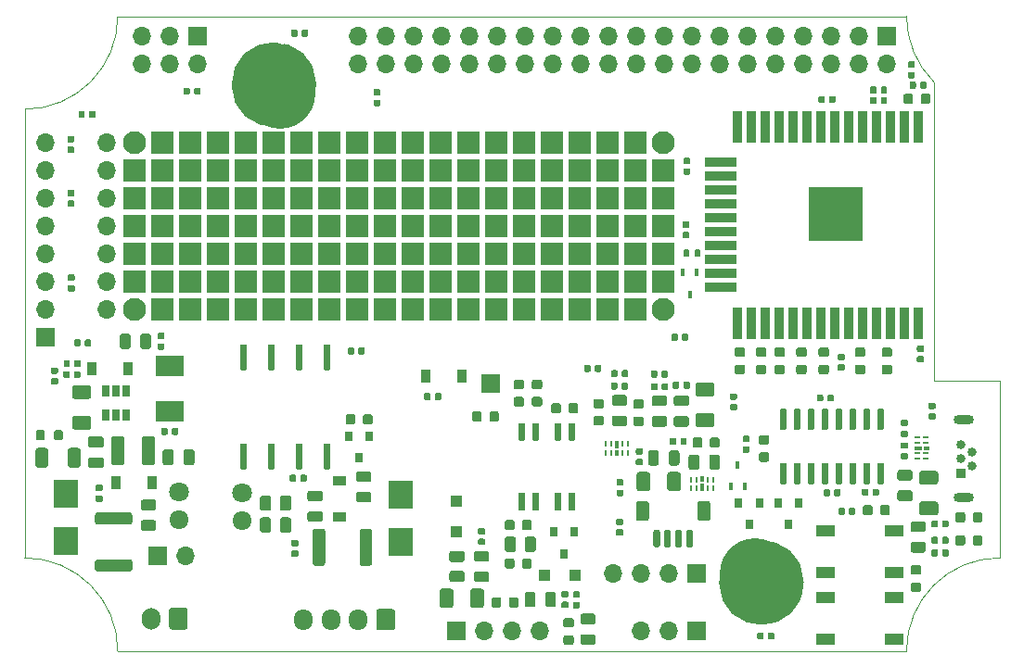
<source format=gbr>
G04 #@! TF.GenerationSoftware,KiCad,Pcbnew,5.1.5+dfsg1-2build2*
G04 #@! TF.CreationDate,2021-04-26T18:34:43+00:00*
G04 #@! TF.ProjectId,SH-ESP32,53482d45-5350-4333-922e-6b696361645f,0.3.1*
G04 #@! TF.SameCoordinates,Original*
G04 #@! TF.FileFunction,Soldermask,Top*
G04 #@! TF.FilePolarity,Negative*
%FSLAX46Y46*%
G04 Gerber Fmt 4.6, Leading zero omitted, Abs format (unit mm)*
G04 Created by KiCad (PCBNEW 5.1.5+dfsg1-2build2) date 2021-04-26 18:34:43*
%MOMM*%
%LPD*%
G04 APERTURE LIST*
%ADD10C,2.500000*%
G04 #@! TA.AperFunction,Profile*
%ADD11C,0.050000*%
G04 #@! TD*
%ADD12R,0.450000X0.700000*%
%ADD13O,1.700000X1.700000*%
%ADD14R,1.700000X1.700000*%
%ADD15R,0.900000X3.000000*%
%ADD16R,3.000000X0.900000*%
%ADD17R,5.000000X5.000000*%
%ADD18C,0.350000*%
%ADD19R,2.500000X1.900000*%
%ADD20R,0.900000X1.200000*%
%ADD21C,6.400000*%
%ADD22O,1.700000X1.950000*%
%ADD23C,2.100000*%
%ADD24R,1.100000X1.100000*%
%ADD25O,1.700000X2.000000*%
%ADD26R,1.200000X0.900000*%
%ADD27R,0.840000X0.840000*%
%ADD28C,0.840000*%
%ADD29O,1.850000X0.850000*%
%ADD30R,0.625000X0.250000*%
%ADD31R,0.575000X0.450000*%
%ADD32R,0.700000X0.450000*%
%ADD33R,0.250000X0.625000*%
%ADD34R,0.450000X0.575000*%
%ADD35C,1.800000*%
%ADD36O,1.800000X1.700000*%
%ADD37R,2.100000X2.100000*%
%ADD38R,2.300000X2.500000*%
%ADD39R,0.800000X0.900000*%
%ADD40R,0.650000X1.060000*%
%ADD41R,1.700000X1.000000*%
G04 APERTURE END LIST*
D10*
X114350347Y-63250000D02*
G75*
G03X114350347Y-63250000I-2600347J0D01*
G01*
X158850347Y-108750000D02*
G75*
G03X158850347Y-108750000I-2600347J0D01*
G01*
D11*
X178000000Y-90300000D02*
X178000000Y-106500000D01*
X172000000Y-90300000D02*
X172000092Y-63020889D01*
X178000000Y-90300000D02*
X172000000Y-90300000D01*
X169500000Y-115000000D02*
G75*
G02X178000000Y-106500000I8500000J0D01*
G01*
X89000000Y-106500000D02*
G75*
G02X97500000Y-115000000I0J-8500000D01*
G01*
X172000092Y-63020889D02*
G75*
G02X169500000Y-57000000I5999908J6020889D01*
G01*
X97500000Y-57000000D02*
G75*
G02X89000000Y-65500000I-8500000J0D01*
G01*
X169500000Y-115000000D02*
X97500000Y-115000000D01*
X169500000Y-57000000D02*
X97500000Y-57000000D01*
X89000000Y-65500000D02*
X89000000Y-106500000D01*
D12*
G04 #@! TO.C,D1102*
X154100000Y-98000000D03*
X154750000Y-100000000D03*
X153450000Y-100000000D03*
G04 #@! TD*
G04 #@! TO.C,D1101*
X149700000Y-82400000D03*
X149050000Y-80400000D03*
X150350000Y-80400000D03*
G04 #@! TD*
D13*
G04 #@! TO.C,J202*
X99740000Y-61340000D03*
X99740000Y-58800000D03*
X102280000Y-61340000D03*
X102280000Y-58800000D03*
X104820000Y-61340000D03*
D14*
X104820000Y-58800000D03*
G04 #@! TD*
D15*
G04 #@! TO.C,U201*
X170572999Y-85080000D03*
X169302999Y-85080000D03*
X168032999Y-85080000D03*
X166762999Y-85080000D03*
X165492999Y-85080000D03*
X164222999Y-85080000D03*
X162952999Y-85080000D03*
X161682999Y-85080000D03*
X160412999Y-85080000D03*
X159142999Y-85080000D03*
X157872999Y-85080000D03*
X156602999Y-85080000D03*
X155332999Y-85080000D03*
X154062999Y-85080000D03*
D16*
X152562999Y-81795000D03*
X152562999Y-80525000D03*
X152562999Y-79255000D03*
X152562999Y-77985000D03*
X152562999Y-76715000D03*
X152562999Y-75445000D03*
X152562999Y-74175000D03*
X152562999Y-72905000D03*
X152562999Y-71635000D03*
X152562999Y-70365000D03*
D15*
X154062999Y-67080000D03*
X155332999Y-67080000D03*
X156602999Y-67080000D03*
X157872999Y-67080000D03*
X159142999Y-67080000D03*
X160412999Y-67080000D03*
X161682999Y-67080000D03*
X162952999Y-67080000D03*
X164222999Y-67080000D03*
X165492999Y-67080000D03*
X166762999Y-67080000D03*
X168032999Y-67080000D03*
X169302999Y-67080000D03*
X170572999Y-67080000D03*
D17*
X163072999Y-75080000D03*
G04 #@! TD*
D18*
G04 #@! TO.C,C802*
G36*
X152230691Y-95499053D02*
G01*
X152251926Y-95502203D01*
X152272750Y-95507419D01*
X152292962Y-95514651D01*
X152312368Y-95523830D01*
X152330781Y-95534866D01*
X152348024Y-95547654D01*
X152363930Y-95562070D01*
X152378346Y-95577976D01*
X152391134Y-95595219D01*
X152402170Y-95613632D01*
X152411349Y-95633038D01*
X152418581Y-95653250D01*
X152423797Y-95674074D01*
X152426947Y-95695309D01*
X152428000Y-95716750D01*
X152428000Y-96229250D01*
X152426947Y-96250691D01*
X152423797Y-96271926D01*
X152418581Y-96292750D01*
X152411349Y-96312962D01*
X152402170Y-96332368D01*
X152391134Y-96350781D01*
X152378346Y-96368024D01*
X152363930Y-96383930D01*
X152348024Y-96398346D01*
X152330781Y-96411134D01*
X152312368Y-96422170D01*
X152292962Y-96431349D01*
X152272750Y-96438581D01*
X152251926Y-96443797D01*
X152230691Y-96446947D01*
X152209250Y-96448000D01*
X151771750Y-96448000D01*
X151750309Y-96446947D01*
X151729074Y-96443797D01*
X151708250Y-96438581D01*
X151688038Y-96431349D01*
X151668632Y-96422170D01*
X151650219Y-96411134D01*
X151632976Y-96398346D01*
X151617070Y-96383930D01*
X151602654Y-96368024D01*
X151589866Y-96350781D01*
X151578830Y-96332368D01*
X151569651Y-96312962D01*
X151562419Y-96292750D01*
X151557203Y-96271926D01*
X151554053Y-96250691D01*
X151553000Y-96229250D01*
X151553000Y-95716750D01*
X151554053Y-95695309D01*
X151557203Y-95674074D01*
X151562419Y-95653250D01*
X151569651Y-95633038D01*
X151578830Y-95613632D01*
X151589866Y-95595219D01*
X151602654Y-95577976D01*
X151617070Y-95562070D01*
X151632976Y-95547654D01*
X151650219Y-95534866D01*
X151668632Y-95523830D01*
X151688038Y-95514651D01*
X151708250Y-95507419D01*
X151729074Y-95502203D01*
X151750309Y-95499053D01*
X151771750Y-95498000D01*
X152209250Y-95498000D01*
X152230691Y-95499053D01*
G37*
G36*
X150655691Y-95499053D02*
G01*
X150676926Y-95502203D01*
X150697750Y-95507419D01*
X150717962Y-95514651D01*
X150737368Y-95523830D01*
X150755781Y-95534866D01*
X150773024Y-95547654D01*
X150788930Y-95562070D01*
X150803346Y-95577976D01*
X150816134Y-95595219D01*
X150827170Y-95613632D01*
X150836349Y-95633038D01*
X150843581Y-95653250D01*
X150848797Y-95674074D01*
X150851947Y-95695309D01*
X150853000Y-95716750D01*
X150853000Y-96229250D01*
X150851947Y-96250691D01*
X150848797Y-96271926D01*
X150843581Y-96292750D01*
X150836349Y-96312962D01*
X150827170Y-96332368D01*
X150816134Y-96350781D01*
X150803346Y-96368024D01*
X150788930Y-96383930D01*
X150773024Y-96398346D01*
X150755781Y-96411134D01*
X150737368Y-96422170D01*
X150717962Y-96431349D01*
X150697750Y-96438581D01*
X150676926Y-96443797D01*
X150655691Y-96446947D01*
X150634250Y-96448000D01*
X150196750Y-96448000D01*
X150175309Y-96446947D01*
X150154074Y-96443797D01*
X150133250Y-96438581D01*
X150113038Y-96431349D01*
X150093632Y-96422170D01*
X150075219Y-96411134D01*
X150057976Y-96398346D01*
X150042070Y-96383930D01*
X150027654Y-96368024D01*
X150014866Y-96350781D01*
X150003830Y-96332368D01*
X149994651Y-96312962D01*
X149987419Y-96292750D01*
X149982203Y-96271926D01*
X149979053Y-96250691D01*
X149978000Y-96229250D01*
X149978000Y-95716750D01*
X149979053Y-95695309D01*
X149982203Y-95674074D01*
X149987419Y-95653250D01*
X149994651Y-95633038D01*
X150003830Y-95613632D01*
X150014866Y-95595219D01*
X150027654Y-95577976D01*
X150042070Y-95562070D01*
X150057976Y-95547654D01*
X150075219Y-95534866D01*
X150093632Y-95523830D01*
X150113038Y-95514651D01*
X150133250Y-95507419D01*
X150154074Y-95502203D01*
X150175309Y-95499053D01*
X150196750Y-95498000D01*
X150634250Y-95498000D01*
X150655691Y-95499053D01*
G37*
G04 #@! TD*
D19*
G04 #@! TO.C,L301*
X102200000Y-89000000D03*
X102200000Y-93100000D03*
G04 #@! TD*
D18*
G04 #@! TO.C,R304*
G36*
X90644603Y-94825963D02*
G01*
X90664018Y-94828843D01*
X90683057Y-94833612D01*
X90701537Y-94840224D01*
X90719279Y-94848616D01*
X90736114Y-94858706D01*
X90751879Y-94870398D01*
X90766421Y-94883579D01*
X90779602Y-94898121D01*
X90791294Y-94913886D01*
X90801384Y-94930721D01*
X90809776Y-94948463D01*
X90816388Y-94966943D01*
X90821157Y-94985982D01*
X90824037Y-95005397D01*
X90825000Y-95025000D01*
X90825000Y-95575000D01*
X90824037Y-95594603D01*
X90821157Y-95614018D01*
X90816388Y-95633057D01*
X90809776Y-95651537D01*
X90801384Y-95669279D01*
X90791294Y-95686114D01*
X90779602Y-95701879D01*
X90766421Y-95716421D01*
X90751879Y-95729602D01*
X90736114Y-95741294D01*
X90719279Y-95751384D01*
X90701537Y-95759776D01*
X90683057Y-95766388D01*
X90664018Y-95771157D01*
X90644603Y-95774037D01*
X90625000Y-95775000D01*
X90225000Y-95775000D01*
X90205397Y-95774037D01*
X90185982Y-95771157D01*
X90166943Y-95766388D01*
X90148463Y-95759776D01*
X90130721Y-95751384D01*
X90113886Y-95741294D01*
X90098121Y-95729602D01*
X90083579Y-95716421D01*
X90070398Y-95701879D01*
X90058706Y-95686114D01*
X90048616Y-95669279D01*
X90040224Y-95651537D01*
X90033612Y-95633057D01*
X90028843Y-95614018D01*
X90025963Y-95594603D01*
X90025000Y-95575000D01*
X90025000Y-95025000D01*
X90025963Y-95005397D01*
X90028843Y-94985982D01*
X90033612Y-94966943D01*
X90040224Y-94948463D01*
X90048616Y-94930721D01*
X90058706Y-94913886D01*
X90070398Y-94898121D01*
X90083579Y-94883579D01*
X90098121Y-94870398D01*
X90113886Y-94858706D01*
X90130721Y-94848616D01*
X90148463Y-94840224D01*
X90166943Y-94833612D01*
X90185982Y-94828843D01*
X90205397Y-94825963D01*
X90225000Y-94825000D01*
X90625000Y-94825000D01*
X90644603Y-94825963D01*
G37*
G36*
X92294603Y-94825963D02*
G01*
X92314018Y-94828843D01*
X92333057Y-94833612D01*
X92351537Y-94840224D01*
X92369279Y-94848616D01*
X92386114Y-94858706D01*
X92401879Y-94870398D01*
X92416421Y-94883579D01*
X92429602Y-94898121D01*
X92441294Y-94913886D01*
X92451384Y-94930721D01*
X92459776Y-94948463D01*
X92466388Y-94966943D01*
X92471157Y-94985982D01*
X92474037Y-95005397D01*
X92475000Y-95025000D01*
X92475000Y-95575000D01*
X92474037Y-95594603D01*
X92471157Y-95614018D01*
X92466388Y-95633057D01*
X92459776Y-95651537D01*
X92451384Y-95669279D01*
X92441294Y-95686114D01*
X92429602Y-95701879D01*
X92416421Y-95716421D01*
X92401879Y-95729602D01*
X92386114Y-95741294D01*
X92369279Y-95751384D01*
X92351537Y-95759776D01*
X92333057Y-95766388D01*
X92314018Y-95771157D01*
X92294603Y-95774037D01*
X92275000Y-95775000D01*
X91875000Y-95775000D01*
X91855397Y-95774037D01*
X91835982Y-95771157D01*
X91816943Y-95766388D01*
X91798463Y-95759776D01*
X91780721Y-95751384D01*
X91763886Y-95741294D01*
X91748121Y-95729602D01*
X91733579Y-95716421D01*
X91720398Y-95701879D01*
X91708706Y-95686114D01*
X91698616Y-95669279D01*
X91690224Y-95651537D01*
X91683612Y-95633057D01*
X91678843Y-95614018D01*
X91675963Y-95594603D01*
X91675000Y-95575000D01*
X91675000Y-95025000D01*
X91675963Y-95005397D01*
X91678843Y-94985982D01*
X91683612Y-94966943D01*
X91690224Y-94948463D01*
X91698616Y-94930721D01*
X91708706Y-94913886D01*
X91720398Y-94898121D01*
X91733579Y-94883579D01*
X91748121Y-94870398D01*
X91763886Y-94858706D01*
X91780721Y-94848616D01*
X91798463Y-94840224D01*
X91816943Y-94833612D01*
X91835982Y-94828843D01*
X91855397Y-94825963D01*
X91875000Y-94825000D01*
X92275000Y-94825000D01*
X92294603Y-94825963D01*
G37*
G04 #@! TD*
G04 #@! TO.C,L302*
G36*
X97899504Y-95376204D02*
G01*
X97923773Y-95379804D01*
X97947571Y-95385765D01*
X97970671Y-95394030D01*
X97992849Y-95404520D01*
X98013893Y-95417133D01*
X98033598Y-95431747D01*
X98051777Y-95448223D01*
X98068253Y-95466402D01*
X98082867Y-95486107D01*
X98095480Y-95507151D01*
X98105970Y-95529329D01*
X98114235Y-95552429D01*
X98120196Y-95576227D01*
X98123796Y-95600496D01*
X98125000Y-95625000D01*
X98125000Y-97775000D01*
X98123796Y-97799504D01*
X98120196Y-97823773D01*
X98114235Y-97847571D01*
X98105970Y-97870671D01*
X98095480Y-97892849D01*
X98082867Y-97913893D01*
X98068253Y-97933598D01*
X98051777Y-97951777D01*
X98033598Y-97968253D01*
X98013893Y-97982867D01*
X97992849Y-97995480D01*
X97970671Y-98005970D01*
X97947571Y-98014235D01*
X97923773Y-98020196D01*
X97899504Y-98023796D01*
X97875000Y-98025000D01*
X97125000Y-98025000D01*
X97100496Y-98023796D01*
X97076227Y-98020196D01*
X97052429Y-98014235D01*
X97029329Y-98005970D01*
X97007151Y-97995480D01*
X96986107Y-97982867D01*
X96966402Y-97968253D01*
X96948223Y-97951777D01*
X96931747Y-97933598D01*
X96917133Y-97913893D01*
X96904520Y-97892849D01*
X96894030Y-97870671D01*
X96885765Y-97847571D01*
X96879804Y-97823773D01*
X96876204Y-97799504D01*
X96875000Y-97775000D01*
X96875000Y-95625000D01*
X96876204Y-95600496D01*
X96879804Y-95576227D01*
X96885765Y-95552429D01*
X96894030Y-95529329D01*
X96904520Y-95507151D01*
X96917133Y-95486107D01*
X96931747Y-95466402D01*
X96948223Y-95448223D01*
X96966402Y-95431747D01*
X96986107Y-95417133D01*
X97007151Y-95404520D01*
X97029329Y-95394030D01*
X97052429Y-95385765D01*
X97076227Y-95379804D01*
X97100496Y-95376204D01*
X97125000Y-95375000D01*
X97875000Y-95375000D01*
X97899504Y-95376204D01*
G37*
G36*
X100699504Y-95376204D02*
G01*
X100723773Y-95379804D01*
X100747571Y-95385765D01*
X100770671Y-95394030D01*
X100792849Y-95404520D01*
X100813893Y-95417133D01*
X100833598Y-95431747D01*
X100851777Y-95448223D01*
X100868253Y-95466402D01*
X100882867Y-95486107D01*
X100895480Y-95507151D01*
X100905970Y-95529329D01*
X100914235Y-95552429D01*
X100920196Y-95576227D01*
X100923796Y-95600496D01*
X100925000Y-95625000D01*
X100925000Y-97775000D01*
X100923796Y-97799504D01*
X100920196Y-97823773D01*
X100914235Y-97847571D01*
X100905970Y-97870671D01*
X100895480Y-97892849D01*
X100882867Y-97913893D01*
X100868253Y-97933598D01*
X100851777Y-97951777D01*
X100833598Y-97968253D01*
X100813893Y-97982867D01*
X100792849Y-97995480D01*
X100770671Y-98005970D01*
X100747571Y-98014235D01*
X100723773Y-98020196D01*
X100699504Y-98023796D01*
X100675000Y-98025000D01*
X99925000Y-98025000D01*
X99900496Y-98023796D01*
X99876227Y-98020196D01*
X99852429Y-98014235D01*
X99829329Y-98005970D01*
X99807151Y-97995480D01*
X99786107Y-97982867D01*
X99766402Y-97968253D01*
X99748223Y-97951777D01*
X99731747Y-97933598D01*
X99717133Y-97913893D01*
X99704520Y-97892849D01*
X99694030Y-97870671D01*
X99685765Y-97847571D01*
X99679804Y-97823773D01*
X99676204Y-97799504D01*
X99675000Y-97775000D01*
X99675000Y-95625000D01*
X99676204Y-95600496D01*
X99679804Y-95576227D01*
X99685765Y-95552429D01*
X99694030Y-95529329D01*
X99704520Y-95507151D01*
X99717133Y-95486107D01*
X99731747Y-95466402D01*
X99748223Y-95448223D01*
X99766402Y-95431747D01*
X99786107Y-95417133D01*
X99807151Y-95404520D01*
X99829329Y-95394030D01*
X99852429Y-95385765D01*
X99876227Y-95379804D01*
X99900496Y-95376204D01*
X99925000Y-95375000D01*
X100675000Y-95375000D01*
X100699504Y-95376204D01*
G37*
G04 #@! TD*
G04 #@! TO.C,C308*
G36*
X90924505Y-96451204D02*
G01*
X90948773Y-96454804D01*
X90972572Y-96460765D01*
X90995671Y-96469030D01*
X91017850Y-96479520D01*
X91038893Y-96492132D01*
X91058599Y-96506747D01*
X91076777Y-96523223D01*
X91093253Y-96541401D01*
X91107868Y-96561107D01*
X91120480Y-96582150D01*
X91130970Y-96604329D01*
X91139235Y-96627428D01*
X91145196Y-96651227D01*
X91148796Y-96675495D01*
X91150000Y-96699999D01*
X91150000Y-98000001D01*
X91148796Y-98024505D01*
X91145196Y-98048773D01*
X91139235Y-98072572D01*
X91130970Y-98095671D01*
X91120480Y-98117850D01*
X91107868Y-98138893D01*
X91093253Y-98158599D01*
X91076777Y-98176777D01*
X91058599Y-98193253D01*
X91038893Y-98207868D01*
X91017850Y-98220480D01*
X90995671Y-98230970D01*
X90972572Y-98239235D01*
X90948773Y-98245196D01*
X90924505Y-98248796D01*
X90900001Y-98250000D01*
X90249999Y-98250000D01*
X90225495Y-98248796D01*
X90201227Y-98245196D01*
X90177428Y-98239235D01*
X90154329Y-98230970D01*
X90132150Y-98220480D01*
X90111107Y-98207868D01*
X90091401Y-98193253D01*
X90073223Y-98176777D01*
X90056747Y-98158599D01*
X90042132Y-98138893D01*
X90029520Y-98117850D01*
X90019030Y-98095671D01*
X90010765Y-98072572D01*
X90004804Y-98048773D01*
X90001204Y-98024505D01*
X90000000Y-98000001D01*
X90000000Y-96699999D01*
X90001204Y-96675495D01*
X90004804Y-96651227D01*
X90010765Y-96627428D01*
X90019030Y-96604329D01*
X90029520Y-96582150D01*
X90042132Y-96561107D01*
X90056747Y-96541401D01*
X90073223Y-96523223D01*
X90091401Y-96506747D01*
X90111107Y-96492132D01*
X90132150Y-96479520D01*
X90154329Y-96469030D01*
X90177428Y-96460765D01*
X90201227Y-96454804D01*
X90225495Y-96451204D01*
X90249999Y-96450000D01*
X90900001Y-96450000D01*
X90924505Y-96451204D01*
G37*
G36*
X93874505Y-96451204D02*
G01*
X93898773Y-96454804D01*
X93922572Y-96460765D01*
X93945671Y-96469030D01*
X93967850Y-96479520D01*
X93988893Y-96492132D01*
X94008599Y-96506747D01*
X94026777Y-96523223D01*
X94043253Y-96541401D01*
X94057868Y-96561107D01*
X94070480Y-96582150D01*
X94080970Y-96604329D01*
X94089235Y-96627428D01*
X94095196Y-96651227D01*
X94098796Y-96675495D01*
X94100000Y-96699999D01*
X94100000Y-98000001D01*
X94098796Y-98024505D01*
X94095196Y-98048773D01*
X94089235Y-98072572D01*
X94080970Y-98095671D01*
X94070480Y-98117850D01*
X94057868Y-98138893D01*
X94043253Y-98158599D01*
X94026777Y-98176777D01*
X94008599Y-98193253D01*
X93988893Y-98207868D01*
X93967850Y-98220480D01*
X93945671Y-98230970D01*
X93922572Y-98239235D01*
X93898773Y-98245196D01*
X93874505Y-98248796D01*
X93850001Y-98250000D01*
X93199999Y-98250000D01*
X93175495Y-98248796D01*
X93151227Y-98245196D01*
X93127428Y-98239235D01*
X93104329Y-98230970D01*
X93082150Y-98220480D01*
X93061107Y-98207868D01*
X93041401Y-98193253D01*
X93023223Y-98176777D01*
X93006747Y-98158599D01*
X92992132Y-98138893D01*
X92979520Y-98117850D01*
X92969030Y-98095671D01*
X92960765Y-98072572D01*
X92954804Y-98048773D01*
X92951204Y-98024505D01*
X92950000Y-98000001D01*
X92950000Y-96699999D01*
X92951204Y-96675495D01*
X92954804Y-96651227D01*
X92960765Y-96627428D01*
X92969030Y-96604329D01*
X92979520Y-96582150D01*
X92992132Y-96561107D01*
X93006747Y-96541401D01*
X93023223Y-96523223D01*
X93041401Y-96506747D01*
X93061107Y-96492132D01*
X93082150Y-96479520D01*
X93104329Y-96469030D01*
X93127428Y-96460765D01*
X93151227Y-96454804D01*
X93175495Y-96451204D01*
X93199999Y-96450000D01*
X93850001Y-96450000D01*
X93874505Y-96451204D01*
G37*
G04 #@! TD*
G04 #@! TO.C,C307*
G36*
X95999504Y-95401204D02*
G01*
X96023773Y-95404804D01*
X96047571Y-95410765D01*
X96070671Y-95419030D01*
X96092849Y-95429520D01*
X96113893Y-95442133D01*
X96133598Y-95456747D01*
X96151777Y-95473223D01*
X96168253Y-95491402D01*
X96182867Y-95511107D01*
X96195480Y-95532151D01*
X96205970Y-95554329D01*
X96214235Y-95577429D01*
X96220196Y-95601227D01*
X96223796Y-95625496D01*
X96225000Y-95650000D01*
X96225000Y-96150000D01*
X96223796Y-96174504D01*
X96220196Y-96198773D01*
X96214235Y-96222571D01*
X96205970Y-96245671D01*
X96195480Y-96267849D01*
X96182867Y-96288893D01*
X96168253Y-96308598D01*
X96151777Y-96326777D01*
X96133598Y-96343253D01*
X96113893Y-96357867D01*
X96092849Y-96370480D01*
X96070671Y-96380970D01*
X96047571Y-96389235D01*
X96023773Y-96395196D01*
X95999504Y-96398796D01*
X95975000Y-96400000D01*
X95025000Y-96400000D01*
X95000496Y-96398796D01*
X94976227Y-96395196D01*
X94952429Y-96389235D01*
X94929329Y-96380970D01*
X94907151Y-96370480D01*
X94886107Y-96357867D01*
X94866402Y-96343253D01*
X94848223Y-96326777D01*
X94831747Y-96308598D01*
X94817133Y-96288893D01*
X94804520Y-96267849D01*
X94794030Y-96245671D01*
X94785765Y-96222571D01*
X94779804Y-96198773D01*
X94776204Y-96174504D01*
X94775000Y-96150000D01*
X94775000Y-95650000D01*
X94776204Y-95625496D01*
X94779804Y-95601227D01*
X94785765Y-95577429D01*
X94794030Y-95554329D01*
X94804520Y-95532151D01*
X94817133Y-95511107D01*
X94831747Y-95491402D01*
X94848223Y-95473223D01*
X94866402Y-95456747D01*
X94886107Y-95442133D01*
X94907151Y-95429520D01*
X94929329Y-95419030D01*
X94952429Y-95410765D01*
X94976227Y-95404804D01*
X95000496Y-95401204D01*
X95025000Y-95400000D01*
X95975000Y-95400000D01*
X95999504Y-95401204D01*
G37*
G36*
X95999504Y-97301204D02*
G01*
X96023773Y-97304804D01*
X96047571Y-97310765D01*
X96070671Y-97319030D01*
X96092849Y-97329520D01*
X96113893Y-97342133D01*
X96133598Y-97356747D01*
X96151777Y-97373223D01*
X96168253Y-97391402D01*
X96182867Y-97411107D01*
X96195480Y-97432151D01*
X96205970Y-97454329D01*
X96214235Y-97477429D01*
X96220196Y-97501227D01*
X96223796Y-97525496D01*
X96225000Y-97550000D01*
X96225000Y-98050000D01*
X96223796Y-98074504D01*
X96220196Y-98098773D01*
X96214235Y-98122571D01*
X96205970Y-98145671D01*
X96195480Y-98167849D01*
X96182867Y-98188893D01*
X96168253Y-98208598D01*
X96151777Y-98226777D01*
X96133598Y-98243253D01*
X96113893Y-98257867D01*
X96092849Y-98270480D01*
X96070671Y-98280970D01*
X96047571Y-98289235D01*
X96023773Y-98295196D01*
X95999504Y-98298796D01*
X95975000Y-98300000D01*
X95025000Y-98300000D01*
X95000496Y-98298796D01*
X94976227Y-98295196D01*
X94952429Y-98289235D01*
X94929329Y-98280970D01*
X94907151Y-98270480D01*
X94886107Y-98257867D01*
X94866402Y-98243253D01*
X94848223Y-98226777D01*
X94831747Y-98208598D01*
X94817133Y-98188893D01*
X94804520Y-98167849D01*
X94794030Y-98145671D01*
X94785765Y-98122571D01*
X94779804Y-98098773D01*
X94776204Y-98074504D01*
X94775000Y-98050000D01*
X94775000Y-97550000D01*
X94776204Y-97525496D01*
X94779804Y-97501227D01*
X94785765Y-97477429D01*
X94794030Y-97454329D01*
X94804520Y-97432151D01*
X94817133Y-97411107D01*
X94831747Y-97391402D01*
X94848223Y-97373223D01*
X94866402Y-97356747D01*
X94886107Y-97342133D01*
X94907151Y-97329520D01*
X94929329Y-97319030D01*
X94952429Y-97310765D01*
X94976227Y-97304804D01*
X95000496Y-97301204D01*
X95025000Y-97300000D01*
X95975000Y-97300000D01*
X95999504Y-97301204D01*
G37*
G04 #@! TD*
G04 #@! TO.C,C306*
G36*
X102374504Y-96576204D02*
G01*
X102398773Y-96579804D01*
X102422571Y-96585765D01*
X102445671Y-96594030D01*
X102467849Y-96604520D01*
X102488893Y-96617133D01*
X102508598Y-96631747D01*
X102526777Y-96648223D01*
X102543253Y-96666402D01*
X102557867Y-96686107D01*
X102570480Y-96707151D01*
X102580970Y-96729329D01*
X102589235Y-96752429D01*
X102595196Y-96776227D01*
X102598796Y-96800496D01*
X102600000Y-96825000D01*
X102600000Y-97775000D01*
X102598796Y-97799504D01*
X102595196Y-97823773D01*
X102589235Y-97847571D01*
X102580970Y-97870671D01*
X102570480Y-97892849D01*
X102557867Y-97913893D01*
X102543253Y-97933598D01*
X102526777Y-97951777D01*
X102508598Y-97968253D01*
X102488893Y-97982867D01*
X102467849Y-97995480D01*
X102445671Y-98005970D01*
X102422571Y-98014235D01*
X102398773Y-98020196D01*
X102374504Y-98023796D01*
X102350000Y-98025000D01*
X101850000Y-98025000D01*
X101825496Y-98023796D01*
X101801227Y-98020196D01*
X101777429Y-98014235D01*
X101754329Y-98005970D01*
X101732151Y-97995480D01*
X101711107Y-97982867D01*
X101691402Y-97968253D01*
X101673223Y-97951777D01*
X101656747Y-97933598D01*
X101642133Y-97913893D01*
X101629520Y-97892849D01*
X101619030Y-97870671D01*
X101610765Y-97847571D01*
X101604804Y-97823773D01*
X101601204Y-97799504D01*
X101600000Y-97775000D01*
X101600000Y-96825000D01*
X101601204Y-96800496D01*
X101604804Y-96776227D01*
X101610765Y-96752429D01*
X101619030Y-96729329D01*
X101629520Y-96707151D01*
X101642133Y-96686107D01*
X101656747Y-96666402D01*
X101673223Y-96648223D01*
X101691402Y-96631747D01*
X101711107Y-96617133D01*
X101732151Y-96604520D01*
X101754329Y-96594030D01*
X101777429Y-96585765D01*
X101801227Y-96579804D01*
X101825496Y-96576204D01*
X101850000Y-96575000D01*
X102350000Y-96575000D01*
X102374504Y-96576204D01*
G37*
G36*
X104274504Y-96576204D02*
G01*
X104298773Y-96579804D01*
X104322571Y-96585765D01*
X104345671Y-96594030D01*
X104367849Y-96604520D01*
X104388893Y-96617133D01*
X104408598Y-96631747D01*
X104426777Y-96648223D01*
X104443253Y-96666402D01*
X104457867Y-96686107D01*
X104470480Y-96707151D01*
X104480970Y-96729329D01*
X104489235Y-96752429D01*
X104495196Y-96776227D01*
X104498796Y-96800496D01*
X104500000Y-96825000D01*
X104500000Y-97775000D01*
X104498796Y-97799504D01*
X104495196Y-97823773D01*
X104489235Y-97847571D01*
X104480970Y-97870671D01*
X104470480Y-97892849D01*
X104457867Y-97913893D01*
X104443253Y-97933598D01*
X104426777Y-97951777D01*
X104408598Y-97968253D01*
X104388893Y-97982867D01*
X104367849Y-97995480D01*
X104345671Y-98005970D01*
X104322571Y-98014235D01*
X104298773Y-98020196D01*
X104274504Y-98023796D01*
X104250000Y-98025000D01*
X103750000Y-98025000D01*
X103725496Y-98023796D01*
X103701227Y-98020196D01*
X103677429Y-98014235D01*
X103654329Y-98005970D01*
X103632151Y-97995480D01*
X103611107Y-97982867D01*
X103591402Y-97968253D01*
X103573223Y-97951777D01*
X103556747Y-97933598D01*
X103542133Y-97913893D01*
X103529520Y-97892849D01*
X103519030Y-97870671D01*
X103510765Y-97847571D01*
X103504804Y-97823773D01*
X103501204Y-97799504D01*
X103500000Y-97775000D01*
X103500000Y-96825000D01*
X103501204Y-96800496D01*
X103504804Y-96776227D01*
X103510765Y-96752429D01*
X103519030Y-96729329D01*
X103529520Y-96707151D01*
X103542133Y-96686107D01*
X103556747Y-96666402D01*
X103573223Y-96648223D01*
X103591402Y-96631747D01*
X103611107Y-96617133D01*
X103632151Y-96604520D01*
X103654329Y-96594030D01*
X103677429Y-96585765D01*
X103701227Y-96579804D01*
X103725496Y-96576204D01*
X103750000Y-96575000D01*
X104250000Y-96575000D01*
X104274504Y-96576204D01*
G37*
G04 #@! TD*
G04 #@! TO.C,F301*
G36*
X98594507Y-106626204D02*
G01*
X98618775Y-106629804D01*
X98642573Y-106635765D01*
X98665673Y-106644030D01*
X98687851Y-106654519D01*
X98708894Y-106667132D01*
X98728599Y-106681747D01*
X98746778Y-106698222D01*
X98763253Y-106716401D01*
X98777868Y-106736106D01*
X98790481Y-106757149D01*
X98800970Y-106779327D01*
X98809235Y-106802427D01*
X98815196Y-106826225D01*
X98818796Y-106850493D01*
X98820000Y-106874997D01*
X98820000Y-107500003D01*
X98818796Y-107524507D01*
X98815196Y-107548775D01*
X98809235Y-107572573D01*
X98800970Y-107595673D01*
X98790481Y-107617851D01*
X98777868Y-107638894D01*
X98763253Y-107658599D01*
X98746778Y-107676778D01*
X98728599Y-107693253D01*
X98708894Y-107707868D01*
X98687851Y-107720481D01*
X98665673Y-107730970D01*
X98642573Y-107739235D01*
X98618775Y-107745196D01*
X98594507Y-107748796D01*
X98570003Y-107750000D01*
X95669997Y-107750000D01*
X95645493Y-107748796D01*
X95621225Y-107745196D01*
X95597427Y-107739235D01*
X95574327Y-107730970D01*
X95552149Y-107720481D01*
X95531106Y-107707868D01*
X95511401Y-107693253D01*
X95493222Y-107676778D01*
X95476747Y-107658599D01*
X95462132Y-107638894D01*
X95449519Y-107617851D01*
X95439030Y-107595673D01*
X95430765Y-107572573D01*
X95424804Y-107548775D01*
X95421204Y-107524507D01*
X95420000Y-107500003D01*
X95420000Y-106874997D01*
X95421204Y-106850493D01*
X95424804Y-106826225D01*
X95430765Y-106802427D01*
X95439030Y-106779327D01*
X95449519Y-106757149D01*
X95462132Y-106736106D01*
X95476747Y-106716401D01*
X95493222Y-106698222D01*
X95511401Y-106681747D01*
X95531106Y-106667132D01*
X95552149Y-106654519D01*
X95574327Y-106644030D01*
X95597427Y-106635765D01*
X95621225Y-106629804D01*
X95645493Y-106626204D01*
X95669997Y-106625000D01*
X98570003Y-106625000D01*
X98594507Y-106626204D01*
G37*
G36*
X98594507Y-102351204D02*
G01*
X98618775Y-102354804D01*
X98642573Y-102360765D01*
X98665673Y-102369030D01*
X98687851Y-102379519D01*
X98708894Y-102392132D01*
X98728599Y-102406747D01*
X98746778Y-102423222D01*
X98763253Y-102441401D01*
X98777868Y-102461106D01*
X98790481Y-102482149D01*
X98800970Y-102504327D01*
X98809235Y-102527427D01*
X98815196Y-102551225D01*
X98818796Y-102575493D01*
X98820000Y-102599997D01*
X98820000Y-103225003D01*
X98818796Y-103249507D01*
X98815196Y-103273775D01*
X98809235Y-103297573D01*
X98800970Y-103320673D01*
X98790481Y-103342851D01*
X98777868Y-103363894D01*
X98763253Y-103383599D01*
X98746778Y-103401778D01*
X98728599Y-103418253D01*
X98708894Y-103432868D01*
X98687851Y-103445481D01*
X98665673Y-103455970D01*
X98642573Y-103464235D01*
X98618775Y-103470196D01*
X98594507Y-103473796D01*
X98570003Y-103475000D01*
X95669997Y-103475000D01*
X95645493Y-103473796D01*
X95621225Y-103470196D01*
X95597427Y-103464235D01*
X95574327Y-103455970D01*
X95552149Y-103445481D01*
X95531106Y-103432868D01*
X95511401Y-103418253D01*
X95493222Y-103401778D01*
X95476747Y-103383599D01*
X95462132Y-103363894D01*
X95449519Y-103342851D01*
X95439030Y-103320673D01*
X95430765Y-103297573D01*
X95424804Y-103273775D01*
X95421204Y-103249507D01*
X95420000Y-103225003D01*
X95420000Y-102599997D01*
X95421204Y-102575493D01*
X95424804Y-102551225D01*
X95430765Y-102527427D01*
X95439030Y-102504327D01*
X95449519Y-102482149D01*
X95462132Y-102461106D01*
X95476747Y-102441401D01*
X95493222Y-102423222D01*
X95511401Y-102406747D01*
X95531106Y-102392132D01*
X95552149Y-102379519D01*
X95574327Y-102369030D01*
X95597427Y-102360765D01*
X95621225Y-102354804D01*
X95645493Y-102351204D01*
X95669997Y-102350000D01*
X98570003Y-102350000D01*
X98594507Y-102351204D01*
G37*
G04 #@! TD*
G04 #@! TO.C,F601*
G36*
X120474507Y-103831204D02*
G01*
X120498775Y-103834804D01*
X120522573Y-103840765D01*
X120545673Y-103849030D01*
X120567851Y-103859519D01*
X120588894Y-103872132D01*
X120608599Y-103886747D01*
X120626778Y-103903222D01*
X120643253Y-103921401D01*
X120657868Y-103941106D01*
X120670481Y-103962149D01*
X120680970Y-103984327D01*
X120689235Y-104007427D01*
X120695196Y-104031225D01*
X120698796Y-104055493D01*
X120700000Y-104079997D01*
X120700000Y-106980003D01*
X120698796Y-107004507D01*
X120695196Y-107028775D01*
X120689235Y-107052573D01*
X120680970Y-107075673D01*
X120670481Y-107097851D01*
X120657868Y-107118894D01*
X120643253Y-107138599D01*
X120626778Y-107156778D01*
X120608599Y-107173253D01*
X120588894Y-107187868D01*
X120567851Y-107200481D01*
X120545673Y-107210970D01*
X120522573Y-107219235D01*
X120498775Y-107225196D01*
X120474507Y-107228796D01*
X120450003Y-107230000D01*
X119824997Y-107230000D01*
X119800493Y-107228796D01*
X119776225Y-107225196D01*
X119752427Y-107219235D01*
X119729327Y-107210970D01*
X119707149Y-107200481D01*
X119686106Y-107187868D01*
X119666401Y-107173253D01*
X119648222Y-107156778D01*
X119631747Y-107138599D01*
X119617132Y-107118894D01*
X119604519Y-107097851D01*
X119594030Y-107075673D01*
X119585765Y-107052573D01*
X119579804Y-107028775D01*
X119576204Y-107004507D01*
X119575000Y-106980003D01*
X119575000Y-104079997D01*
X119576204Y-104055493D01*
X119579804Y-104031225D01*
X119585765Y-104007427D01*
X119594030Y-103984327D01*
X119604519Y-103962149D01*
X119617132Y-103941106D01*
X119631747Y-103921401D01*
X119648222Y-103903222D01*
X119666401Y-103886747D01*
X119686106Y-103872132D01*
X119707149Y-103859519D01*
X119729327Y-103849030D01*
X119752427Y-103840765D01*
X119776225Y-103834804D01*
X119800493Y-103831204D01*
X119824997Y-103830000D01*
X120450003Y-103830000D01*
X120474507Y-103831204D01*
G37*
G36*
X116199507Y-103831204D02*
G01*
X116223775Y-103834804D01*
X116247573Y-103840765D01*
X116270673Y-103849030D01*
X116292851Y-103859519D01*
X116313894Y-103872132D01*
X116333599Y-103886747D01*
X116351778Y-103903222D01*
X116368253Y-103921401D01*
X116382868Y-103941106D01*
X116395481Y-103962149D01*
X116405970Y-103984327D01*
X116414235Y-104007427D01*
X116420196Y-104031225D01*
X116423796Y-104055493D01*
X116425000Y-104079997D01*
X116425000Y-106980003D01*
X116423796Y-107004507D01*
X116420196Y-107028775D01*
X116414235Y-107052573D01*
X116405970Y-107075673D01*
X116395481Y-107097851D01*
X116382868Y-107118894D01*
X116368253Y-107138599D01*
X116351778Y-107156778D01*
X116333599Y-107173253D01*
X116313894Y-107187868D01*
X116292851Y-107200481D01*
X116270673Y-107210970D01*
X116247573Y-107219235D01*
X116223775Y-107225196D01*
X116199507Y-107228796D01*
X116175003Y-107230000D01*
X115549997Y-107230000D01*
X115525493Y-107228796D01*
X115501225Y-107225196D01*
X115477427Y-107219235D01*
X115454327Y-107210970D01*
X115432149Y-107200481D01*
X115411106Y-107187868D01*
X115391401Y-107173253D01*
X115373222Y-107156778D01*
X115356747Y-107138599D01*
X115342132Y-107118894D01*
X115329519Y-107097851D01*
X115319030Y-107075673D01*
X115310765Y-107052573D01*
X115304804Y-107028775D01*
X115301204Y-107004507D01*
X115300000Y-106980003D01*
X115300000Y-104079997D01*
X115301204Y-104055493D01*
X115304804Y-104031225D01*
X115310765Y-104007427D01*
X115319030Y-103984327D01*
X115329519Y-103962149D01*
X115342132Y-103941106D01*
X115356747Y-103921401D01*
X115373222Y-103903222D01*
X115391401Y-103886747D01*
X115411106Y-103872132D01*
X115432149Y-103859519D01*
X115454327Y-103849030D01*
X115477427Y-103840765D01*
X115501225Y-103834804D01*
X115525493Y-103831204D01*
X115549997Y-103830000D01*
X116175003Y-103830000D01*
X116199507Y-103831204D01*
G37*
G04 #@! TD*
D20*
G04 #@! TO.C,D201*
X128910000Y-89900000D03*
X125610000Y-89900000D03*
G04 #@! TD*
D21*
G04 #@! TO.C,H1001*
X112315685Y-64065685D02*
X111184315Y-62934315D01*
G04 #@! TD*
G04 #@! TO.C,H1002*
X156815685Y-109065685D02*
X155684315Y-107934315D01*
G04 #@! TD*
D22*
G04 #@! TO.C,J601*
X114450000Y-112150000D03*
X116950000Y-112150000D03*
X119450000Y-112150000D03*
D18*
G36*
X122574504Y-111176204D02*
G01*
X122598773Y-111179804D01*
X122622571Y-111185765D01*
X122645671Y-111194030D01*
X122667849Y-111204520D01*
X122688893Y-111217133D01*
X122708598Y-111231747D01*
X122726777Y-111248223D01*
X122743253Y-111266402D01*
X122757867Y-111286107D01*
X122770480Y-111307151D01*
X122780970Y-111329329D01*
X122789235Y-111352429D01*
X122795196Y-111376227D01*
X122798796Y-111400496D01*
X122800000Y-111425000D01*
X122800000Y-112875000D01*
X122798796Y-112899504D01*
X122795196Y-112923773D01*
X122789235Y-112947571D01*
X122780970Y-112970671D01*
X122770480Y-112992849D01*
X122757867Y-113013893D01*
X122743253Y-113033598D01*
X122726777Y-113051777D01*
X122708598Y-113068253D01*
X122688893Y-113082867D01*
X122667849Y-113095480D01*
X122645671Y-113105970D01*
X122622571Y-113114235D01*
X122598773Y-113120196D01*
X122574504Y-113123796D01*
X122550000Y-113125000D01*
X121350000Y-113125000D01*
X121325496Y-113123796D01*
X121301227Y-113120196D01*
X121277429Y-113114235D01*
X121254329Y-113105970D01*
X121232151Y-113095480D01*
X121211107Y-113082867D01*
X121191402Y-113068253D01*
X121173223Y-113051777D01*
X121156747Y-113033598D01*
X121142133Y-113013893D01*
X121129520Y-112992849D01*
X121119030Y-112970671D01*
X121110765Y-112947571D01*
X121104804Y-112923773D01*
X121101204Y-112899504D01*
X121100000Y-112875000D01*
X121100000Y-111425000D01*
X121101204Y-111400496D01*
X121104804Y-111376227D01*
X121110765Y-111352429D01*
X121119030Y-111329329D01*
X121129520Y-111307151D01*
X121142133Y-111286107D01*
X121156747Y-111266402D01*
X121173223Y-111248223D01*
X121191402Y-111231747D01*
X121211107Y-111217133D01*
X121232151Y-111204520D01*
X121254329Y-111194030D01*
X121277429Y-111185765D01*
X121301227Y-111179804D01*
X121325496Y-111176204D01*
X121350000Y-111175000D01*
X122550000Y-111175000D01*
X122574504Y-111176204D01*
G37*
G04 #@! TD*
G04 #@! TO.C,R202*
G36*
X167977691Y-87276053D02*
G01*
X167998926Y-87279203D01*
X168019750Y-87284419D01*
X168039962Y-87291651D01*
X168059368Y-87300830D01*
X168077781Y-87311866D01*
X168095024Y-87324654D01*
X168110930Y-87339070D01*
X168125346Y-87354976D01*
X168138134Y-87372219D01*
X168149170Y-87390632D01*
X168158349Y-87410038D01*
X168165581Y-87430250D01*
X168170797Y-87451074D01*
X168173947Y-87472309D01*
X168175000Y-87493750D01*
X168175000Y-87931250D01*
X168173947Y-87952691D01*
X168170797Y-87973926D01*
X168165581Y-87994750D01*
X168158349Y-88014962D01*
X168149170Y-88034368D01*
X168138134Y-88052781D01*
X168125346Y-88070024D01*
X168110930Y-88085930D01*
X168095024Y-88100346D01*
X168077781Y-88113134D01*
X168059368Y-88124170D01*
X168039962Y-88133349D01*
X168019750Y-88140581D01*
X167998926Y-88145797D01*
X167977691Y-88148947D01*
X167956250Y-88150000D01*
X167443750Y-88150000D01*
X167422309Y-88148947D01*
X167401074Y-88145797D01*
X167380250Y-88140581D01*
X167360038Y-88133349D01*
X167340632Y-88124170D01*
X167322219Y-88113134D01*
X167304976Y-88100346D01*
X167289070Y-88085930D01*
X167274654Y-88070024D01*
X167261866Y-88052781D01*
X167250830Y-88034368D01*
X167241651Y-88014962D01*
X167234419Y-87994750D01*
X167229203Y-87973926D01*
X167226053Y-87952691D01*
X167225000Y-87931250D01*
X167225000Y-87493750D01*
X167226053Y-87472309D01*
X167229203Y-87451074D01*
X167234419Y-87430250D01*
X167241651Y-87410038D01*
X167250830Y-87390632D01*
X167261866Y-87372219D01*
X167274654Y-87354976D01*
X167289070Y-87339070D01*
X167304976Y-87324654D01*
X167322219Y-87311866D01*
X167340632Y-87300830D01*
X167360038Y-87291651D01*
X167380250Y-87284419D01*
X167401074Y-87279203D01*
X167422309Y-87276053D01*
X167443750Y-87275000D01*
X167956250Y-87275000D01*
X167977691Y-87276053D01*
G37*
G36*
X167977691Y-88851053D02*
G01*
X167998926Y-88854203D01*
X168019750Y-88859419D01*
X168039962Y-88866651D01*
X168059368Y-88875830D01*
X168077781Y-88886866D01*
X168095024Y-88899654D01*
X168110930Y-88914070D01*
X168125346Y-88929976D01*
X168138134Y-88947219D01*
X168149170Y-88965632D01*
X168158349Y-88985038D01*
X168165581Y-89005250D01*
X168170797Y-89026074D01*
X168173947Y-89047309D01*
X168175000Y-89068750D01*
X168175000Y-89506250D01*
X168173947Y-89527691D01*
X168170797Y-89548926D01*
X168165581Y-89569750D01*
X168158349Y-89589962D01*
X168149170Y-89609368D01*
X168138134Y-89627781D01*
X168125346Y-89645024D01*
X168110930Y-89660930D01*
X168095024Y-89675346D01*
X168077781Y-89688134D01*
X168059368Y-89699170D01*
X168039962Y-89708349D01*
X168019750Y-89715581D01*
X167998926Y-89720797D01*
X167977691Y-89723947D01*
X167956250Y-89725000D01*
X167443750Y-89725000D01*
X167422309Y-89723947D01*
X167401074Y-89720797D01*
X167380250Y-89715581D01*
X167360038Y-89708349D01*
X167340632Y-89699170D01*
X167322219Y-89688134D01*
X167304976Y-89675346D01*
X167289070Y-89660930D01*
X167274654Y-89645024D01*
X167261866Y-89627781D01*
X167250830Y-89609368D01*
X167241651Y-89589962D01*
X167234419Y-89569750D01*
X167229203Y-89548926D01*
X167226053Y-89527691D01*
X167225000Y-89506250D01*
X167225000Y-89068750D01*
X167226053Y-89047309D01*
X167229203Y-89026074D01*
X167234419Y-89005250D01*
X167241651Y-88985038D01*
X167250830Y-88965632D01*
X167261866Y-88947219D01*
X167274654Y-88929976D01*
X167289070Y-88914070D01*
X167304976Y-88899654D01*
X167322219Y-88886866D01*
X167340632Y-88875830D01*
X167360038Y-88866651D01*
X167380250Y-88859419D01*
X167401074Y-88854203D01*
X167422309Y-88851053D01*
X167443750Y-88850000D01*
X167956250Y-88850000D01*
X167977691Y-88851053D01*
G37*
G04 #@! TD*
D23*
G04 #@! TO.C,REF\002A\002A*
X147320000Y-83820000D03*
G04 #@! TD*
G04 #@! TO.C,REF\002A\002A*
X99060000Y-83820000D03*
G04 #@! TD*
G04 #@! TO.C,REF\002A\002A*
X99060000Y-68580000D03*
G04 #@! TD*
G04 #@! TO.C,REF\002A\002A*
X147320000Y-68580000D03*
G04 #@! TD*
D18*
G04 #@! TO.C,C1006*
G36*
X173196958Y-105730710D02*
G01*
X173211276Y-105732834D01*
X173225317Y-105736351D01*
X173238946Y-105741228D01*
X173252031Y-105747417D01*
X173264447Y-105754858D01*
X173276073Y-105763481D01*
X173286798Y-105773202D01*
X173296519Y-105783927D01*
X173305142Y-105795553D01*
X173312583Y-105807969D01*
X173318772Y-105821054D01*
X173323649Y-105834683D01*
X173327166Y-105848724D01*
X173329290Y-105863042D01*
X173330000Y-105877500D01*
X173330000Y-106222500D01*
X173329290Y-106236958D01*
X173327166Y-106251276D01*
X173323649Y-106265317D01*
X173318772Y-106278946D01*
X173312583Y-106292031D01*
X173305142Y-106304447D01*
X173296519Y-106316073D01*
X173286798Y-106326798D01*
X173276073Y-106336519D01*
X173264447Y-106345142D01*
X173252031Y-106352583D01*
X173238946Y-106358772D01*
X173225317Y-106363649D01*
X173211276Y-106367166D01*
X173196958Y-106369290D01*
X173182500Y-106370000D01*
X172887500Y-106370000D01*
X172873042Y-106369290D01*
X172858724Y-106367166D01*
X172844683Y-106363649D01*
X172831054Y-106358772D01*
X172817969Y-106352583D01*
X172805553Y-106345142D01*
X172793927Y-106336519D01*
X172783202Y-106326798D01*
X172773481Y-106316073D01*
X172764858Y-106304447D01*
X172757417Y-106292031D01*
X172751228Y-106278946D01*
X172746351Y-106265317D01*
X172742834Y-106251276D01*
X172740710Y-106236958D01*
X172740000Y-106222500D01*
X172740000Y-105877500D01*
X172740710Y-105863042D01*
X172742834Y-105848724D01*
X172746351Y-105834683D01*
X172751228Y-105821054D01*
X172757417Y-105807969D01*
X172764858Y-105795553D01*
X172773481Y-105783927D01*
X172783202Y-105773202D01*
X172793927Y-105763481D01*
X172805553Y-105754858D01*
X172817969Y-105747417D01*
X172831054Y-105741228D01*
X172844683Y-105736351D01*
X172858724Y-105732834D01*
X172873042Y-105730710D01*
X172887500Y-105730000D01*
X173182500Y-105730000D01*
X173196958Y-105730710D01*
G37*
G36*
X172226958Y-105730710D02*
G01*
X172241276Y-105732834D01*
X172255317Y-105736351D01*
X172268946Y-105741228D01*
X172282031Y-105747417D01*
X172294447Y-105754858D01*
X172306073Y-105763481D01*
X172316798Y-105773202D01*
X172326519Y-105783927D01*
X172335142Y-105795553D01*
X172342583Y-105807969D01*
X172348772Y-105821054D01*
X172353649Y-105834683D01*
X172357166Y-105848724D01*
X172359290Y-105863042D01*
X172360000Y-105877500D01*
X172360000Y-106222500D01*
X172359290Y-106236958D01*
X172357166Y-106251276D01*
X172353649Y-106265317D01*
X172348772Y-106278946D01*
X172342583Y-106292031D01*
X172335142Y-106304447D01*
X172326519Y-106316073D01*
X172316798Y-106326798D01*
X172306073Y-106336519D01*
X172294447Y-106345142D01*
X172282031Y-106352583D01*
X172268946Y-106358772D01*
X172255317Y-106363649D01*
X172241276Y-106367166D01*
X172226958Y-106369290D01*
X172212500Y-106370000D01*
X171917500Y-106370000D01*
X171903042Y-106369290D01*
X171888724Y-106367166D01*
X171874683Y-106363649D01*
X171861054Y-106358772D01*
X171847969Y-106352583D01*
X171835553Y-106345142D01*
X171823927Y-106336519D01*
X171813202Y-106326798D01*
X171803481Y-106316073D01*
X171794858Y-106304447D01*
X171787417Y-106292031D01*
X171781228Y-106278946D01*
X171776351Y-106265317D01*
X171772834Y-106251276D01*
X171770710Y-106236958D01*
X171770000Y-106222500D01*
X171770000Y-105877500D01*
X171770710Y-105863042D01*
X171772834Y-105848724D01*
X171776351Y-105834683D01*
X171781228Y-105821054D01*
X171787417Y-105807969D01*
X171794858Y-105795553D01*
X171803481Y-105783927D01*
X171813202Y-105773202D01*
X171823927Y-105763481D01*
X171835553Y-105754858D01*
X171847969Y-105747417D01*
X171861054Y-105741228D01*
X171874683Y-105736351D01*
X171888724Y-105732834D01*
X171903042Y-105730710D01*
X171917500Y-105730000D01*
X172212500Y-105730000D01*
X172226958Y-105730710D01*
G37*
G04 #@! TD*
G04 #@! TO.C,D502*
G36*
X174652691Y-102326053D02*
G01*
X174673926Y-102329203D01*
X174694750Y-102334419D01*
X174714962Y-102341651D01*
X174734368Y-102350830D01*
X174752781Y-102361866D01*
X174770024Y-102374654D01*
X174785930Y-102389070D01*
X174800346Y-102404976D01*
X174813134Y-102422219D01*
X174824170Y-102440632D01*
X174833349Y-102460038D01*
X174840581Y-102480250D01*
X174845797Y-102501074D01*
X174848947Y-102522309D01*
X174850000Y-102543750D01*
X174850000Y-103056250D01*
X174848947Y-103077691D01*
X174845797Y-103098926D01*
X174840581Y-103119750D01*
X174833349Y-103139962D01*
X174824170Y-103159368D01*
X174813134Y-103177781D01*
X174800346Y-103195024D01*
X174785930Y-103210930D01*
X174770024Y-103225346D01*
X174752781Y-103238134D01*
X174734368Y-103249170D01*
X174714962Y-103258349D01*
X174694750Y-103265581D01*
X174673926Y-103270797D01*
X174652691Y-103273947D01*
X174631250Y-103275000D01*
X174193750Y-103275000D01*
X174172309Y-103273947D01*
X174151074Y-103270797D01*
X174130250Y-103265581D01*
X174110038Y-103258349D01*
X174090632Y-103249170D01*
X174072219Y-103238134D01*
X174054976Y-103225346D01*
X174039070Y-103210930D01*
X174024654Y-103195024D01*
X174011866Y-103177781D01*
X174000830Y-103159368D01*
X173991651Y-103139962D01*
X173984419Y-103119750D01*
X173979203Y-103098926D01*
X173976053Y-103077691D01*
X173975000Y-103056250D01*
X173975000Y-102543750D01*
X173976053Y-102522309D01*
X173979203Y-102501074D01*
X173984419Y-102480250D01*
X173991651Y-102460038D01*
X174000830Y-102440632D01*
X174011866Y-102422219D01*
X174024654Y-102404976D01*
X174039070Y-102389070D01*
X174054976Y-102374654D01*
X174072219Y-102361866D01*
X174090632Y-102350830D01*
X174110038Y-102341651D01*
X174130250Y-102334419D01*
X174151074Y-102329203D01*
X174172309Y-102326053D01*
X174193750Y-102325000D01*
X174631250Y-102325000D01*
X174652691Y-102326053D01*
G37*
G36*
X176227691Y-102326053D02*
G01*
X176248926Y-102329203D01*
X176269750Y-102334419D01*
X176289962Y-102341651D01*
X176309368Y-102350830D01*
X176327781Y-102361866D01*
X176345024Y-102374654D01*
X176360930Y-102389070D01*
X176375346Y-102404976D01*
X176388134Y-102422219D01*
X176399170Y-102440632D01*
X176408349Y-102460038D01*
X176415581Y-102480250D01*
X176420797Y-102501074D01*
X176423947Y-102522309D01*
X176425000Y-102543750D01*
X176425000Y-103056250D01*
X176423947Y-103077691D01*
X176420797Y-103098926D01*
X176415581Y-103119750D01*
X176408349Y-103139962D01*
X176399170Y-103159368D01*
X176388134Y-103177781D01*
X176375346Y-103195024D01*
X176360930Y-103210930D01*
X176345024Y-103225346D01*
X176327781Y-103238134D01*
X176309368Y-103249170D01*
X176289962Y-103258349D01*
X176269750Y-103265581D01*
X176248926Y-103270797D01*
X176227691Y-103273947D01*
X176206250Y-103275000D01*
X175768750Y-103275000D01*
X175747309Y-103273947D01*
X175726074Y-103270797D01*
X175705250Y-103265581D01*
X175685038Y-103258349D01*
X175665632Y-103249170D01*
X175647219Y-103238134D01*
X175629976Y-103225346D01*
X175614070Y-103210930D01*
X175599654Y-103195024D01*
X175586866Y-103177781D01*
X175575830Y-103159368D01*
X175566651Y-103139962D01*
X175559419Y-103119750D01*
X175554203Y-103098926D01*
X175551053Y-103077691D01*
X175550000Y-103056250D01*
X175550000Y-102543750D01*
X175551053Y-102522309D01*
X175554203Y-102501074D01*
X175559419Y-102480250D01*
X175566651Y-102460038D01*
X175575830Y-102440632D01*
X175586866Y-102422219D01*
X175599654Y-102404976D01*
X175614070Y-102389070D01*
X175629976Y-102374654D01*
X175647219Y-102361866D01*
X175665632Y-102350830D01*
X175685038Y-102341651D01*
X175705250Y-102334419D01*
X175726074Y-102329203D01*
X175747309Y-102326053D01*
X175768750Y-102325000D01*
X176206250Y-102325000D01*
X176227691Y-102326053D01*
G37*
G04 #@! TD*
D14*
G04 #@! TO.C,J702*
X150300000Y-107910000D03*
D13*
X147760000Y-107910000D03*
X145220000Y-107910000D03*
X142680000Y-107910000D03*
G04 #@! TD*
D18*
G04 #@! TO.C,FB902*
G36*
X131180142Y-105866174D02*
G01*
X131203803Y-105869684D01*
X131227007Y-105875496D01*
X131249529Y-105883554D01*
X131271153Y-105893782D01*
X131291670Y-105906079D01*
X131310883Y-105920329D01*
X131328607Y-105936393D01*
X131344671Y-105954117D01*
X131358921Y-105973330D01*
X131371218Y-105993847D01*
X131381446Y-106015471D01*
X131389504Y-106037993D01*
X131395316Y-106061197D01*
X131398826Y-106084858D01*
X131400000Y-106108750D01*
X131400000Y-106596250D01*
X131398826Y-106620142D01*
X131395316Y-106643803D01*
X131389504Y-106667007D01*
X131381446Y-106689529D01*
X131371218Y-106711153D01*
X131358921Y-106731670D01*
X131344671Y-106750883D01*
X131328607Y-106768607D01*
X131310883Y-106784671D01*
X131291670Y-106798921D01*
X131271153Y-106811218D01*
X131249529Y-106821446D01*
X131227007Y-106829504D01*
X131203803Y-106835316D01*
X131180142Y-106838826D01*
X131156250Y-106840000D01*
X130243750Y-106840000D01*
X130219858Y-106838826D01*
X130196197Y-106835316D01*
X130172993Y-106829504D01*
X130150471Y-106821446D01*
X130128847Y-106811218D01*
X130108330Y-106798921D01*
X130089117Y-106784671D01*
X130071393Y-106768607D01*
X130055329Y-106750883D01*
X130041079Y-106731670D01*
X130028782Y-106711153D01*
X130018554Y-106689529D01*
X130010496Y-106667007D01*
X130004684Y-106643803D01*
X130001174Y-106620142D01*
X130000000Y-106596250D01*
X130000000Y-106108750D01*
X130001174Y-106084858D01*
X130004684Y-106061197D01*
X130010496Y-106037993D01*
X130018554Y-106015471D01*
X130028782Y-105993847D01*
X130041079Y-105973330D01*
X130055329Y-105954117D01*
X130071393Y-105936393D01*
X130089117Y-105920329D01*
X130108330Y-105906079D01*
X130128847Y-105893782D01*
X130150471Y-105883554D01*
X130172993Y-105875496D01*
X130196197Y-105869684D01*
X130219858Y-105866174D01*
X130243750Y-105865000D01*
X131156250Y-105865000D01*
X131180142Y-105866174D01*
G37*
G36*
X131180142Y-107741174D02*
G01*
X131203803Y-107744684D01*
X131227007Y-107750496D01*
X131249529Y-107758554D01*
X131271153Y-107768782D01*
X131291670Y-107781079D01*
X131310883Y-107795329D01*
X131328607Y-107811393D01*
X131344671Y-107829117D01*
X131358921Y-107848330D01*
X131371218Y-107868847D01*
X131381446Y-107890471D01*
X131389504Y-107912993D01*
X131395316Y-107936197D01*
X131398826Y-107959858D01*
X131400000Y-107983750D01*
X131400000Y-108471250D01*
X131398826Y-108495142D01*
X131395316Y-108518803D01*
X131389504Y-108542007D01*
X131381446Y-108564529D01*
X131371218Y-108586153D01*
X131358921Y-108606670D01*
X131344671Y-108625883D01*
X131328607Y-108643607D01*
X131310883Y-108659671D01*
X131291670Y-108673921D01*
X131271153Y-108686218D01*
X131249529Y-108696446D01*
X131227007Y-108704504D01*
X131203803Y-108710316D01*
X131180142Y-108713826D01*
X131156250Y-108715000D01*
X130243750Y-108715000D01*
X130219858Y-108713826D01*
X130196197Y-108710316D01*
X130172993Y-108704504D01*
X130150471Y-108696446D01*
X130128847Y-108686218D01*
X130108330Y-108673921D01*
X130089117Y-108659671D01*
X130071393Y-108643607D01*
X130055329Y-108625883D01*
X130041079Y-108606670D01*
X130028782Y-108586153D01*
X130018554Y-108564529D01*
X130010496Y-108542007D01*
X130004684Y-108518803D01*
X130001174Y-108495142D01*
X130000000Y-108471250D01*
X130000000Y-107983750D01*
X130001174Y-107959858D01*
X130004684Y-107936197D01*
X130010496Y-107912993D01*
X130018554Y-107890471D01*
X130028782Y-107868847D01*
X130041079Y-107848330D01*
X130055329Y-107829117D01*
X130071393Y-107811393D01*
X130089117Y-107795329D01*
X130108330Y-107781079D01*
X130128847Y-107768782D01*
X130150471Y-107758554D01*
X130172993Y-107750496D01*
X130196197Y-107744684D01*
X130219858Y-107741174D01*
X130243750Y-107740000D01*
X131156250Y-107740000D01*
X131180142Y-107741174D01*
G37*
G04 #@! TD*
D24*
G04 #@! TO.C,D902*
X128420000Y-101300000D03*
X128420000Y-104100000D03*
G04 #@! TD*
D18*
G04 #@! TO.C,R602*
G36*
X111274506Y-100801204D02*
G01*
X111298774Y-100804804D01*
X111322573Y-100810765D01*
X111345672Y-100819030D01*
X111367850Y-100829519D01*
X111388893Y-100842132D01*
X111408599Y-100856747D01*
X111426777Y-100873223D01*
X111443253Y-100891401D01*
X111457868Y-100911107D01*
X111470481Y-100932150D01*
X111480970Y-100954328D01*
X111489235Y-100977427D01*
X111495196Y-101001226D01*
X111498796Y-101025494D01*
X111500000Y-101049998D01*
X111500000Y-101950002D01*
X111498796Y-101974506D01*
X111495196Y-101998774D01*
X111489235Y-102022573D01*
X111480970Y-102045672D01*
X111470481Y-102067850D01*
X111457868Y-102088893D01*
X111443253Y-102108599D01*
X111426777Y-102126777D01*
X111408599Y-102143253D01*
X111388893Y-102157868D01*
X111367850Y-102170481D01*
X111345672Y-102180970D01*
X111322573Y-102189235D01*
X111298774Y-102195196D01*
X111274506Y-102198796D01*
X111250002Y-102200000D01*
X110724998Y-102200000D01*
X110700494Y-102198796D01*
X110676226Y-102195196D01*
X110652427Y-102189235D01*
X110629328Y-102180970D01*
X110607150Y-102170481D01*
X110586107Y-102157868D01*
X110566401Y-102143253D01*
X110548223Y-102126777D01*
X110531747Y-102108599D01*
X110517132Y-102088893D01*
X110504519Y-102067850D01*
X110494030Y-102045672D01*
X110485765Y-102022573D01*
X110479804Y-101998774D01*
X110476204Y-101974506D01*
X110475000Y-101950002D01*
X110475000Y-101049998D01*
X110476204Y-101025494D01*
X110479804Y-101001226D01*
X110485765Y-100977427D01*
X110494030Y-100954328D01*
X110504519Y-100932150D01*
X110517132Y-100911107D01*
X110531747Y-100891401D01*
X110548223Y-100873223D01*
X110566401Y-100856747D01*
X110586107Y-100842132D01*
X110607150Y-100829519D01*
X110629328Y-100819030D01*
X110652427Y-100810765D01*
X110676226Y-100804804D01*
X110700494Y-100801204D01*
X110724998Y-100800000D01*
X111250002Y-100800000D01*
X111274506Y-100801204D01*
G37*
G36*
X113099506Y-100801204D02*
G01*
X113123774Y-100804804D01*
X113147573Y-100810765D01*
X113170672Y-100819030D01*
X113192850Y-100829519D01*
X113213893Y-100842132D01*
X113233599Y-100856747D01*
X113251777Y-100873223D01*
X113268253Y-100891401D01*
X113282868Y-100911107D01*
X113295481Y-100932150D01*
X113305970Y-100954328D01*
X113314235Y-100977427D01*
X113320196Y-101001226D01*
X113323796Y-101025494D01*
X113325000Y-101049998D01*
X113325000Y-101950002D01*
X113323796Y-101974506D01*
X113320196Y-101998774D01*
X113314235Y-102022573D01*
X113305970Y-102045672D01*
X113295481Y-102067850D01*
X113282868Y-102088893D01*
X113268253Y-102108599D01*
X113251777Y-102126777D01*
X113233599Y-102143253D01*
X113213893Y-102157868D01*
X113192850Y-102170481D01*
X113170672Y-102180970D01*
X113147573Y-102189235D01*
X113123774Y-102195196D01*
X113099506Y-102198796D01*
X113075002Y-102200000D01*
X112549998Y-102200000D01*
X112525494Y-102198796D01*
X112501226Y-102195196D01*
X112477427Y-102189235D01*
X112454328Y-102180970D01*
X112432150Y-102170481D01*
X112411107Y-102157868D01*
X112391401Y-102143253D01*
X112373223Y-102126777D01*
X112356747Y-102108599D01*
X112342132Y-102088893D01*
X112329519Y-102067850D01*
X112319030Y-102045672D01*
X112310765Y-102022573D01*
X112304804Y-101998774D01*
X112301204Y-101974506D01*
X112300000Y-101950002D01*
X112300000Y-101049998D01*
X112301204Y-101025494D01*
X112304804Y-101001226D01*
X112310765Y-100977427D01*
X112319030Y-100954328D01*
X112329519Y-100932150D01*
X112342132Y-100911107D01*
X112356747Y-100891401D01*
X112373223Y-100873223D01*
X112391401Y-100856747D01*
X112411107Y-100842132D01*
X112432150Y-100829519D01*
X112454328Y-100819030D01*
X112477427Y-100810765D01*
X112501226Y-100804804D01*
X112525494Y-100801204D01*
X112549998Y-100800000D01*
X113075002Y-100800000D01*
X113099506Y-100801204D01*
G37*
G04 #@! TD*
G04 #@! TO.C,R601*
G36*
X111274506Y-102801204D02*
G01*
X111298774Y-102804804D01*
X111322573Y-102810765D01*
X111345672Y-102819030D01*
X111367850Y-102829519D01*
X111388893Y-102842132D01*
X111408599Y-102856747D01*
X111426777Y-102873223D01*
X111443253Y-102891401D01*
X111457868Y-102911107D01*
X111470481Y-102932150D01*
X111480970Y-102954328D01*
X111489235Y-102977427D01*
X111495196Y-103001226D01*
X111498796Y-103025494D01*
X111500000Y-103049998D01*
X111500000Y-103950002D01*
X111498796Y-103974506D01*
X111495196Y-103998774D01*
X111489235Y-104022573D01*
X111480970Y-104045672D01*
X111470481Y-104067850D01*
X111457868Y-104088893D01*
X111443253Y-104108599D01*
X111426777Y-104126777D01*
X111408599Y-104143253D01*
X111388893Y-104157868D01*
X111367850Y-104170481D01*
X111345672Y-104180970D01*
X111322573Y-104189235D01*
X111298774Y-104195196D01*
X111274506Y-104198796D01*
X111250002Y-104200000D01*
X110724998Y-104200000D01*
X110700494Y-104198796D01*
X110676226Y-104195196D01*
X110652427Y-104189235D01*
X110629328Y-104180970D01*
X110607150Y-104170481D01*
X110586107Y-104157868D01*
X110566401Y-104143253D01*
X110548223Y-104126777D01*
X110531747Y-104108599D01*
X110517132Y-104088893D01*
X110504519Y-104067850D01*
X110494030Y-104045672D01*
X110485765Y-104022573D01*
X110479804Y-103998774D01*
X110476204Y-103974506D01*
X110475000Y-103950002D01*
X110475000Y-103049998D01*
X110476204Y-103025494D01*
X110479804Y-103001226D01*
X110485765Y-102977427D01*
X110494030Y-102954328D01*
X110504519Y-102932150D01*
X110517132Y-102911107D01*
X110531747Y-102891401D01*
X110548223Y-102873223D01*
X110566401Y-102856747D01*
X110586107Y-102842132D01*
X110607150Y-102829519D01*
X110629328Y-102819030D01*
X110652427Y-102810765D01*
X110676226Y-102804804D01*
X110700494Y-102801204D01*
X110724998Y-102800000D01*
X111250002Y-102800000D01*
X111274506Y-102801204D01*
G37*
G36*
X113099506Y-102801204D02*
G01*
X113123774Y-102804804D01*
X113147573Y-102810765D01*
X113170672Y-102819030D01*
X113192850Y-102829519D01*
X113213893Y-102842132D01*
X113233599Y-102856747D01*
X113251777Y-102873223D01*
X113268253Y-102891401D01*
X113282868Y-102911107D01*
X113295481Y-102932150D01*
X113305970Y-102954328D01*
X113314235Y-102977427D01*
X113320196Y-103001226D01*
X113323796Y-103025494D01*
X113325000Y-103049998D01*
X113325000Y-103950002D01*
X113323796Y-103974506D01*
X113320196Y-103998774D01*
X113314235Y-104022573D01*
X113305970Y-104045672D01*
X113295481Y-104067850D01*
X113282868Y-104088893D01*
X113268253Y-104108599D01*
X113251777Y-104126777D01*
X113233599Y-104143253D01*
X113213893Y-104157868D01*
X113192850Y-104170481D01*
X113170672Y-104180970D01*
X113147573Y-104189235D01*
X113123774Y-104195196D01*
X113099506Y-104198796D01*
X113075002Y-104200000D01*
X112549998Y-104200000D01*
X112525494Y-104198796D01*
X112501226Y-104195196D01*
X112477427Y-104189235D01*
X112454328Y-104180970D01*
X112432150Y-104170481D01*
X112411107Y-104157868D01*
X112391401Y-104143253D01*
X112373223Y-104126777D01*
X112356747Y-104108599D01*
X112342132Y-104088893D01*
X112329519Y-104067850D01*
X112319030Y-104045672D01*
X112310765Y-104022573D01*
X112304804Y-103998774D01*
X112301204Y-103974506D01*
X112300000Y-103950002D01*
X112300000Y-103049998D01*
X112301204Y-103025494D01*
X112304804Y-103001226D01*
X112310765Y-102977427D01*
X112319030Y-102954328D01*
X112329519Y-102932150D01*
X112342132Y-102911107D01*
X112356747Y-102891401D01*
X112373223Y-102873223D01*
X112391401Y-102856747D01*
X112411107Y-102842132D01*
X112432150Y-102829519D01*
X112454328Y-102819030D01*
X112477427Y-102810765D01*
X112501226Y-102804804D01*
X112525494Y-102801204D01*
X112549998Y-102800000D01*
X113075002Y-102800000D01*
X113099506Y-102801204D01*
G37*
G04 #@! TD*
D25*
G04 #@! TO.C,J301*
X100540000Y-112050000D03*
D18*
G36*
X103664504Y-111051204D02*
G01*
X103688773Y-111054804D01*
X103712571Y-111060765D01*
X103735671Y-111069030D01*
X103757849Y-111079520D01*
X103778893Y-111092133D01*
X103798598Y-111106747D01*
X103816777Y-111123223D01*
X103833253Y-111141402D01*
X103847867Y-111161107D01*
X103860480Y-111182151D01*
X103870970Y-111204329D01*
X103879235Y-111227429D01*
X103885196Y-111251227D01*
X103888796Y-111275496D01*
X103890000Y-111300000D01*
X103890000Y-112800000D01*
X103888796Y-112824504D01*
X103885196Y-112848773D01*
X103879235Y-112872571D01*
X103870970Y-112895671D01*
X103860480Y-112917849D01*
X103847867Y-112938893D01*
X103833253Y-112958598D01*
X103816777Y-112976777D01*
X103798598Y-112993253D01*
X103778893Y-113007867D01*
X103757849Y-113020480D01*
X103735671Y-113030970D01*
X103712571Y-113039235D01*
X103688773Y-113045196D01*
X103664504Y-113048796D01*
X103640000Y-113050000D01*
X102440000Y-113050000D01*
X102415496Y-113048796D01*
X102391227Y-113045196D01*
X102367429Y-113039235D01*
X102344329Y-113030970D01*
X102322151Y-113020480D01*
X102301107Y-113007867D01*
X102281402Y-112993253D01*
X102263223Y-112976777D01*
X102246747Y-112958598D01*
X102232133Y-112938893D01*
X102219520Y-112917849D01*
X102209030Y-112895671D01*
X102200765Y-112872571D01*
X102194804Y-112848773D01*
X102191204Y-112824504D01*
X102190000Y-112800000D01*
X102190000Y-111300000D01*
X102191204Y-111275496D01*
X102194804Y-111251227D01*
X102200765Y-111227429D01*
X102209030Y-111204329D01*
X102219520Y-111182151D01*
X102232133Y-111161107D01*
X102246747Y-111141402D01*
X102263223Y-111123223D01*
X102281402Y-111106747D01*
X102301107Y-111092133D01*
X102322151Y-111079520D01*
X102344329Y-111069030D01*
X102367429Y-111060765D01*
X102391227Y-111054804D01*
X102415496Y-111051204D01*
X102440000Y-111050000D01*
X103640000Y-111050000D01*
X103664504Y-111051204D01*
G37*
G04 #@! TD*
D26*
G04 #@! TO.C,D602*
X117745000Y-102780500D03*
X117745000Y-99480500D03*
G04 #@! TD*
D27*
G04 #@! TO.C,J401*
X174500000Y-98750000D03*
D28*
X175500000Y-98100000D03*
X174500000Y-97450000D03*
X175500000Y-96800000D03*
X174500000Y-96150000D03*
D29*
X174720000Y-101025000D03*
X174720000Y-93875000D03*
G04 #@! TD*
D14*
G04 #@! TO.C,J203*
X131550000Y-90540000D03*
G04 #@! TD*
D18*
G04 #@! TO.C,R906*
G36*
X135449506Y-104561204D02*
G01*
X135473774Y-104564804D01*
X135497573Y-104570765D01*
X135520672Y-104579030D01*
X135542850Y-104589519D01*
X135563893Y-104602132D01*
X135583599Y-104616747D01*
X135601777Y-104633223D01*
X135618253Y-104651401D01*
X135632868Y-104671107D01*
X135645481Y-104692150D01*
X135655970Y-104714328D01*
X135664235Y-104737427D01*
X135670196Y-104761226D01*
X135673796Y-104785494D01*
X135675000Y-104809998D01*
X135675000Y-105710002D01*
X135673796Y-105734506D01*
X135670196Y-105758774D01*
X135664235Y-105782573D01*
X135655970Y-105805672D01*
X135645481Y-105827850D01*
X135632868Y-105848893D01*
X135618253Y-105868599D01*
X135601777Y-105886777D01*
X135583599Y-105903253D01*
X135563893Y-105917868D01*
X135542850Y-105930481D01*
X135520672Y-105940970D01*
X135497573Y-105949235D01*
X135473774Y-105955196D01*
X135449506Y-105958796D01*
X135425002Y-105960000D01*
X134899998Y-105960000D01*
X134875494Y-105958796D01*
X134851226Y-105955196D01*
X134827427Y-105949235D01*
X134804328Y-105940970D01*
X134782150Y-105930481D01*
X134761107Y-105917868D01*
X134741401Y-105903253D01*
X134723223Y-105886777D01*
X134706747Y-105868599D01*
X134692132Y-105848893D01*
X134679519Y-105827850D01*
X134669030Y-105805672D01*
X134660765Y-105782573D01*
X134654804Y-105758774D01*
X134651204Y-105734506D01*
X134650000Y-105710002D01*
X134650000Y-104809998D01*
X134651204Y-104785494D01*
X134654804Y-104761226D01*
X134660765Y-104737427D01*
X134669030Y-104714328D01*
X134679519Y-104692150D01*
X134692132Y-104671107D01*
X134706747Y-104651401D01*
X134723223Y-104633223D01*
X134741401Y-104616747D01*
X134761107Y-104602132D01*
X134782150Y-104589519D01*
X134804328Y-104579030D01*
X134827427Y-104570765D01*
X134851226Y-104564804D01*
X134875494Y-104561204D01*
X134899998Y-104560000D01*
X135425002Y-104560000D01*
X135449506Y-104561204D01*
G37*
G36*
X133624506Y-104561204D02*
G01*
X133648774Y-104564804D01*
X133672573Y-104570765D01*
X133695672Y-104579030D01*
X133717850Y-104589519D01*
X133738893Y-104602132D01*
X133758599Y-104616747D01*
X133776777Y-104633223D01*
X133793253Y-104651401D01*
X133807868Y-104671107D01*
X133820481Y-104692150D01*
X133830970Y-104714328D01*
X133839235Y-104737427D01*
X133845196Y-104761226D01*
X133848796Y-104785494D01*
X133850000Y-104809998D01*
X133850000Y-105710002D01*
X133848796Y-105734506D01*
X133845196Y-105758774D01*
X133839235Y-105782573D01*
X133830970Y-105805672D01*
X133820481Y-105827850D01*
X133807868Y-105848893D01*
X133793253Y-105868599D01*
X133776777Y-105886777D01*
X133758599Y-105903253D01*
X133738893Y-105917868D01*
X133717850Y-105930481D01*
X133695672Y-105940970D01*
X133672573Y-105949235D01*
X133648774Y-105955196D01*
X133624506Y-105958796D01*
X133600002Y-105960000D01*
X133074998Y-105960000D01*
X133050494Y-105958796D01*
X133026226Y-105955196D01*
X133002427Y-105949235D01*
X132979328Y-105940970D01*
X132957150Y-105930481D01*
X132936107Y-105917868D01*
X132916401Y-105903253D01*
X132898223Y-105886777D01*
X132881747Y-105868599D01*
X132867132Y-105848893D01*
X132854519Y-105827850D01*
X132844030Y-105805672D01*
X132835765Y-105782573D01*
X132829804Y-105758774D01*
X132826204Y-105734506D01*
X132825000Y-105710002D01*
X132825000Y-104809998D01*
X132826204Y-104785494D01*
X132829804Y-104761226D01*
X132835765Y-104737427D01*
X132844030Y-104714328D01*
X132854519Y-104692150D01*
X132867132Y-104671107D01*
X132881747Y-104651401D01*
X132898223Y-104633223D01*
X132916401Y-104616747D01*
X132936107Y-104602132D01*
X132957150Y-104589519D01*
X132979328Y-104579030D01*
X133002427Y-104570765D01*
X133026226Y-104564804D01*
X133050494Y-104561204D01*
X133074998Y-104560000D01*
X133600002Y-104560000D01*
X133624506Y-104561204D01*
G37*
G04 #@! TD*
G04 #@! TO.C,C1022*
G36*
X149448958Y-86015710D02*
G01*
X149463276Y-86017834D01*
X149477317Y-86021351D01*
X149490946Y-86026228D01*
X149504031Y-86032417D01*
X149516447Y-86039858D01*
X149528073Y-86048481D01*
X149538798Y-86058202D01*
X149548519Y-86068927D01*
X149557142Y-86080553D01*
X149564583Y-86092969D01*
X149570772Y-86106054D01*
X149575649Y-86119683D01*
X149579166Y-86133724D01*
X149581290Y-86148042D01*
X149582000Y-86162500D01*
X149582000Y-86507500D01*
X149581290Y-86521958D01*
X149579166Y-86536276D01*
X149575649Y-86550317D01*
X149570772Y-86563946D01*
X149564583Y-86577031D01*
X149557142Y-86589447D01*
X149548519Y-86601073D01*
X149538798Y-86611798D01*
X149528073Y-86621519D01*
X149516447Y-86630142D01*
X149504031Y-86637583D01*
X149490946Y-86643772D01*
X149477317Y-86648649D01*
X149463276Y-86652166D01*
X149448958Y-86654290D01*
X149434500Y-86655000D01*
X149139500Y-86655000D01*
X149125042Y-86654290D01*
X149110724Y-86652166D01*
X149096683Y-86648649D01*
X149083054Y-86643772D01*
X149069969Y-86637583D01*
X149057553Y-86630142D01*
X149045927Y-86621519D01*
X149035202Y-86611798D01*
X149025481Y-86601073D01*
X149016858Y-86589447D01*
X149009417Y-86577031D01*
X149003228Y-86563946D01*
X148998351Y-86550317D01*
X148994834Y-86536276D01*
X148992710Y-86521958D01*
X148992000Y-86507500D01*
X148992000Y-86162500D01*
X148992710Y-86148042D01*
X148994834Y-86133724D01*
X148998351Y-86119683D01*
X149003228Y-86106054D01*
X149009417Y-86092969D01*
X149016858Y-86080553D01*
X149025481Y-86068927D01*
X149035202Y-86058202D01*
X149045927Y-86048481D01*
X149057553Y-86039858D01*
X149069969Y-86032417D01*
X149083054Y-86026228D01*
X149096683Y-86021351D01*
X149110724Y-86017834D01*
X149125042Y-86015710D01*
X149139500Y-86015000D01*
X149434500Y-86015000D01*
X149448958Y-86015710D01*
G37*
G36*
X148478958Y-86015710D02*
G01*
X148493276Y-86017834D01*
X148507317Y-86021351D01*
X148520946Y-86026228D01*
X148534031Y-86032417D01*
X148546447Y-86039858D01*
X148558073Y-86048481D01*
X148568798Y-86058202D01*
X148578519Y-86068927D01*
X148587142Y-86080553D01*
X148594583Y-86092969D01*
X148600772Y-86106054D01*
X148605649Y-86119683D01*
X148609166Y-86133724D01*
X148611290Y-86148042D01*
X148612000Y-86162500D01*
X148612000Y-86507500D01*
X148611290Y-86521958D01*
X148609166Y-86536276D01*
X148605649Y-86550317D01*
X148600772Y-86563946D01*
X148594583Y-86577031D01*
X148587142Y-86589447D01*
X148578519Y-86601073D01*
X148568798Y-86611798D01*
X148558073Y-86621519D01*
X148546447Y-86630142D01*
X148534031Y-86637583D01*
X148520946Y-86643772D01*
X148507317Y-86648649D01*
X148493276Y-86652166D01*
X148478958Y-86654290D01*
X148464500Y-86655000D01*
X148169500Y-86655000D01*
X148155042Y-86654290D01*
X148140724Y-86652166D01*
X148126683Y-86648649D01*
X148113054Y-86643772D01*
X148099969Y-86637583D01*
X148087553Y-86630142D01*
X148075927Y-86621519D01*
X148065202Y-86611798D01*
X148055481Y-86601073D01*
X148046858Y-86589447D01*
X148039417Y-86577031D01*
X148033228Y-86563946D01*
X148028351Y-86550317D01*
X148024834Y-86536276D01*
X148022710Y-86521958D01*
X148022000Y-86507500D01*
X148022000Y-86162500D01*
X148022710Y-86148042D01*
X148024834Y-86133724D01*
X148028351Y-86119683D01*
X148033228Y-86106054D01*
X148039417Y-86092969D01*
X148046858Y-86080553D01*
X148055481Y-86068927D01*
X148065202Y-86058202D01*
X148075927Y-86048481D01*
X148087553Y-86039858D01*
X148099969Y-86032417D01*
X148113054Y-86026228D01*
X148126683Y-86021351D01*
X148140724Y-86017834D01*
X148155042Y-86015710D01*
X148169500Y-86015000D01*
X148464500Y-86015000D01*
X148478958Y-86015710D01*
G37*
G04 #@! TD*
G04 #@! TO.C,R1103*
G36*
X150558232Y-78320650D02*
G01*
X150571337Y-78322594D01*
X150584188Y-78325813D01*
X150596662Y-78330276D01*
X150608639Y-78335941D01*
X150620002Y-78342752D01*
X150630643Y-78350644D01*
X150640459Y-78359541D01*
X150649356Y-78369357D01*
X150657248Y-78379998D01*
X150664059Y-78391361D01*
X150669724Y-78403338D01*
X150674187Y-78415812D01*
X150677406Y-78428663D01*
X150679350Y-78441768D01*
X150680000Y-78455000D01*
X150680000Y-78825000D01*
X150679350Y-78838232D01*
X150677406Y-78851337D01*
X150674187Y-78864188D01*
X150669724Y-78876662D01*
X150664059Y-78888639D01*
X150657248Y-78900002D01*
X150649356Y-78910643D01*
X150640459Y-78920459D01*
X150630643Y-78929356D01*
X150620002Y-78937248D01*
X150608639Y-78944059D01*
X150596662Y-78949724D01*
X150584188Y-78954187D01*
X150571337Y-78957406D01*
X150558232Y-78959350D01*
X150545000Y-78960000D01*
X150275000Y-78960000D01*
X150261768Y-78959350D01*
X150248663Y-78957406D01*
X150235812Y-78954187D01*
X150223338Y-78949724D01*
X150211361Y-78944059D01*
X150199998Y-78937248D01*
X150189357Y-78929356D01*
X150179541Y-78920459D01*
X150170644Y-78910643D01*
X150162752Y-78900002D01*
X150155941Y-78888639D01*
X150150276Y-78876662D01*
X150145813Y-78864188D01*
X150142594Y-78851337D01*
X150140650Y-78838232D01*
X150140000Y-78825000D01*
X150140000Y-78455000D01*
X150140650Y-78441768D01*
X150142594Y-78428663D01*
X150145813Y-78415812D01*
X150150276Y-78403338D01*
X150155941Y-78391361D01*
X150162752Y-78379998D01*
X150170644Y-78369357D01*
X150179541Y-78359541D01*
X150189357Y-78350644D01*
X150199998Y-78342752D01*
X150211361Y-78335941D01*
X150223338Y-78330276D01*
X150235812Y-78325813D01*
X150248663Y-78322594D01*
X150261768Y-78320650D01*
X150275000Y-78320000D01*
X150545000Y-78320000D01*
X150558232Y-78320650D01*
G37*
G36*
X149538232Y-78320650D02*
G01*
X149551337Y-78322594D01*
X149564188Y-78325813D01*
X149576662Y-78330276D01*
X149588639Y-78335941D01*
X149600002Y-78342752D01*
X149610643Y-78350644D01*
X149620459Y-78359541D01*
X149629356Y-78369357D01*
X149637248Y-78379998D01*
X149644059Y-78391361D01*
X149649724Y-78403338D01*
X149654187Y-78415812D01*
X149657406Y-78428663D01*
X149659350Y-78441768D01*
X149660000Y-78455000D01*
X149660000Y-78825000D01*
X149659350Y-78838232D01*
X149657406Y-78851337D01*
X149654187Y-78864188D01*
X149649724Y-78876662D01*
X149644059Y-78888639D01*
X149637248Y-78900002D01*
X149629356Y-78910643D01*
X149620459Y-78920459D01*
X149610643Y-78929356D01*
X149600002Y-78937248D01*
X149588639Y-78944059D01*
X149576662Y-78949724D01*
X149564188Y-78954187D01*
X149551337Y-78957406D01*
X149538232Y-78959350D01*
X149525000Y-78960000D01*
X149255000Y-78960000D01*
X149241768Y-78959350D01*
X149228663Y-78957406D01*
X149215812Y-78954187D01*
X149203338Y-78949724D01*
X149191361Y-78944059D01*
X149179998Y-78937248D01*
X149169357Y-78929356D01*
X149159541Y-78920459D01*
X149150644Y-78910643D01*
X149142752Y-78900002D01*
X149135941Y-78888639D01*
X149130276Y-78876662D01*
X149125813Y-78864188D01*
X149122594Y-78851337D01*
X149120650Y-78838232D01*
X149120000Y-78825000D01*
X149120000Y-78455000D01*
X149120650Y-78441768D01*
X149122594Y-78428663D01*
X149125813Y-78415812D01*
X149130276Y-78403338D01*
X149135941Y-78391361D01*
X149142752Y-78379998D01*
X149150644Y-78369357D01*
X149159541Y-78359541D01*
X149169357Y-78350644D01*
X149179998Y-78342752D01*
X149191361Y-78335941D01*
X149203338Y-78330276D01*
X149215812Y-78325813D01*
X149228663Y-78322594D01*
X149241768Y-78320650D01*
X149255000Y-78320000D01*
X149525000Y-78320000D01*
X149538232Y-78320650D01*
G37*
G04 #@! TD*
D13*
G04 #@! TO.C,J201*
X119390000Y-61340000D03*
X119390000Y-58800000D03*
X121930000Y-61340000D03*
X121930000Y-58800000D03*
X124470000Y-61340000D03*
X124470000Y-58800000D03*
X127010000Y-61340000D03*
X127010000Y-58800000D03*
X129550000Y-61340000D03*
X129550000Y-58800000D03*
X132090000Y-61340000D03*
X132090000Y-58800000D03*
X134630000Y-61340000D03*
X134630000Y-58800000D03*
X137170000Y-61340000D03*
X137170000Y-58800000D03*
X139710000Y-61340000D03*
X139710000Y-58800000D03*
X142250000Y-61340000D03*
X142250000Y-58800000D03*
X144790000Y-61340000D03*
X144790000Y-58800000D03*
X147330000Y-61340000D03*
X147330000Y-58800000D03*
X149870000Y-61340000D03*
X149870000Y-58800000D03*
X152410000Y-61340000D03*
X152410000Y-58800000D03*
X154950000Y-61340000D03*
X154950000Y-58800000D03*
X157490000Y-61340000D03*
X157490000Y-58800000D03*
X160030000Y-61340000D03*
X160030000Y-58800000D03*
X162570000Y-61340000D03*
X162570000Y-58800000D03*
X165110000Y-61340000D03*
X165110000Y-58800000D03*
X167650000Y-61340000D03*
D14*
X167650000Y-58800000D03*
G04 #@! TD*
D18*
G04 #@! TO.C,R905*
G36*
X128934506Y-105866204D02*
G01*
X128958774Y-105869804D01*
X128982573Y-105875765D01*
X129005672Y-105884030D01*
X129027850Y-105894519D01*
X129048893Y-105907132D01*
X129068599Y-105921747D01*
X129086777Y-105938223D01*
X129103253Y-105956401D01*
X129117868Y-105976107D01*
X129130481Y-105997150D01*
X129140970Y-106019328D01*
X129149235Y-106042427D01*
X129155196Y-106066226D01*
X129158796Y-106090494D01*
X129160000Y-106114998D01*
X129160000Y-106640002D01*
X129158796Y-106664506D01*
X129155196Y-106688774D01*
X129149235Y-106712573D01*
X129140970Y-106735672D01*
X129130481Y-106757850D01*
X129117868Y-106778893D01*
X129103253Y-106798599D01*
X129086777Y-106816777D01*
X129068599Y-106833253D01*
X129048893Y-106847868D01*
X129027850Y-106860481D01*
X129005672Y-106870970D01*
X128982573Y-106879235D01*
X128958774Y-106885196D01*
X128934506Y-106888796D01*
X128910002Y-106890000D01*
X128009998Y-106890000D01*
X127985494Y-106888796D01*
X127961226Y-106885196D01*
X127937427Y-106879235D01*
X127914328Y-106870970D01*
X127892150Y-106860481D01*
X127871107Y-106847868D01*
X127851401Y-106833253D01*
X127833223Y-106816777D01*
X127816747Y-106798599D01*
X127802132Y-106778893D01*
X127789519Y-106757850D01*
X127779030Y-106735672D01*
X127770765Y-106712573D01*
X127764804Y-106688774D01*
X127761204Y-106664506D01*
X127760000Y-106640002D01*
X127760000Y-106114998D01*
X127761204Y-106090494D01*
X127764804Y-106066226D01*
X127770765Y-106042427D01*
X127779030Y-106019328D01*
X127789519Y-105997150D01*
X127802132Y-105976107D01*
X127816747Y-105956401D01*
X127833223Y-105938223D01*
X127851401Y-105921747D01*
X127871107Y-105907132D01*
X127892150Y-105894519D01*
X127914328Y-105884030D01*
X127937427Y-105875765D01*
X127961226Y-105869804D01*
X127985494Y-105866204D01*
X128009998Y-105865000D01*
X128910002Y-105865000D01*
X128934506Y-105866204D01*
G37*
G36*
X128934506Y-107691204D02*
G01*
X128958774Y-107694804D01*
X128982573Y-107700765D01*
X129005672Y-107709030D01*
X129027850Y-107719519D01*
X129048893Y-107732132D01*
X129068599Y-107746747D01*
X129086777Y-107763223D01*
X129103253Y-107781401D01*
X129117868Y-107801107D01*
X129130481Y-107822150D01*
X129140970Y-107844328D01*
X129149235Y-107867427D01*
X129155196Y-107891226D01*
X129158796Y-107915494D01*
X129160000Y-107939998D01*
X129160000Y-108465002D01*
X129158796Y-108489506D01*
X129155196Y-108513774D01*
X129149235Y-108537573D01*
X129140970Y-108560672D01*
X129130481Y-108582850D01*
X129117868Y-108603893D01*
X129103253Y-108623599D01*
X129086777Y-108641777D01*
X129068599Y-108658253D01*
X129048893Y-108672868D01*
X129027850Y-108685481D01*
X129005672Y-108695970D01*
X128982573Y-108704235D01*
X128958774Y-108710196D01*
X128934506Y-108713796D01*
X128910002Y-108715000D01*
X128009998Y-108715000D01*
X127985494Y-108713796D01*
X127961226Y-108710196D01*
X127937427Y-108704235D01*
X127914328Y-108695970D01*
X127892150Y-108685481D01*
X127871107Y-108672868D01*
X127851401Y-108658253D01*
X127833223Y-108641777D01*
X127816747Y-108623599D01*
X127802132Y-108603893D01*
X127789519Y-108582850D01*
X127779030Y-108560672D01*
X127770765Y-108537573D01*
X127764804Y-108513774D01*
X127761204Y-108489506D01*
X127760000Y-108465002D01*
X127760000Y-107939998D01*
X127761204Y-107915494D01*
X127764804Y-107891226D01*
X127770765Y-107867427D01*
X127779030Y-107844328D01*
X127789519Y-107822150D01*
X127802132Y-107801107D01*
X127816747Y-107781401D01*
X127833223Y-107763223D01*
X127851401Y-107746747D01*
X127871107Y-107732132D01*
X127892150Y-107719519D01*
X127914328Y-107709030D01*
X127937427Y-107700765D01*
X127961226Y-107694804D01*
X127985494Y-107691204D01*
X128009998Y-107690000D01*
X128910002Y-107690000D01*
X128934506Y-107691204D01*
G37*
G04 #@! TD*
G04 #@! TO.C,U401*
G36*
X167291203Y-97814722D02*
G01*
X167305764Y-97816882D01*
X167320043Y-97820459D01*
X167333903Y-97825418D01*
X167347210Y-97831712D01*
X167359836Y-97839280D01*
X167371659Y-97848048D01*
X167382566Y-97857934D01*
X167392452Y-97868841D01*
X167401220Y-97880664D01*
X167408788Y-97893290D01*
X167415082Y-97906597D01*
X167420041Y-97920457D01*
X167423618Y-97934736D01*
X167425778Y-97949297D01*
X167426500Y-97964000D01*
X167426500Y-99614000D01*
X167425778Y-99628703D01*
X167423618Y-99643264D01*
X167420041Y-99657543D01*
X167415082Y-99671403D01*
X167408788Y-99684710D01*
X167401220Y-99697336D01*
X167392452Y-99709159D01*
X167382566Y-99720066D01*
X167371659Y-99729952D01*
X167359836Y-99738720D01*
X167347210Y-99746288D01*
X167333903Y-99752582D01*
X167320043Y-99757541D01*
X167305764Y-99761118D01*
X167291203Y-99763278D01*
X167276500Y-99764000D01*
X166976500Y-99764000D01*
X166961797Y-99763278D01*
X166947236Y-99761118D01*
X166932957Y-99757541D01*
X166919097Y-99752582D01*
X166905790Y-99746288D01*
X166893164Y-99738720D01*
X166881341Y-99729952D01*
X166870434Y-99720066D01*
X166860548Y-99709159D01*
X166851780Y-99697336D01*
X166844212Y-99684710D01*
X166837918Y-99671403D01*
X166832959Y-99657543D01*
X166829382Y-99643264D01*
X166827222Y-99628703D01*
X166826500Y-99614000D01*
X166826500Y-97964000D01*
X166827222Y-97949297D01*
X166829382Y-97934736D01*
X166832959Y-97920457D01*
X166837918Y-97906597D01*
X166844212Y-97893290D01*
X166851780Y-97880664D01*
X166860548Y-97868841D01*
X166870434Y-97857934D01*
X166881341Y-97848048D01*
X166893164Y-97839280D01*
X166905790Y-97831712D01*
X166919097Y-97825418D01*
X166932957Y-97820459D01*
X166947236Y-97816882D01*
X166961797Y-97814722D01*
X166976500Y-97814000D01*
X167276500Y-97814000D01*
X167291203Y-97814722D01*
G37*
G36*
X166021203Y-97814722D02*
G01*
X166035764Y-97816882D01*
X166050043Y-97820459D01*
X166063903Y-97825418D01*
X166077210Y-97831712D01*
X166089836Y-97839280D01*
X166101659Y-97848048D01*
X166112566Y-97857934D01*
X166122452Y-97868841D01*
X166131220Y-97880664D01*
X166138788Y-97893290D01*
X166145082Y-97906597D01*
X166150041Y-97920457D01*
X166153618Y-97934736D01*
X166155778Y-97949297D01*
X166156500Y-97964000D01*
X166156500Y-99614000D01*
X166155778Y-99628703D01*
X166153618Y-99643264D01*
X166150041Y-99657543D01*
X166145082Y-99671403D01*
X166138788Y-99684710D01*
X166131220Y-99697336D01*
X166122452Y-99709159D01*
X166112566Y-99720066D01*
X166101659Y-99729952D01*
X166089836Y-99738720D01*
X166077210Y-99746288D01*
X166063903Y-99752582D01*
X166050043Y-99757541D01*
X166035764Y-99761118D01*
X166021203Y-99763278D01*
X166006500Y-99764000D01*
X165706500Y-99764000D01*
X165691797Y-99763278D01*
X165677236Y-99761118D01*
X165662957Y-99757541D01*
X165649097Y-99752582D01*
X165635790Y-99746288D01*
X165623164Y-99738720D01*
X165611341Y-99729952D01*
X165600434Y-99720066D01*
X165590548Y-99709159D01*
X165581780Y-99697336D01*
X165574212Y-99684710D01*
X165567918Y-99671403D01*
X165562959Y-99657543D01*
X165559382Y-99643264D01*
X165557222Y-99628703D01*
X165556500Y-99614000D01*
X165556500Y-97964000D01*
X165557222Y-97949297D01*
X165559382Y-97934736D01*
X165562959Y-97920457D01*
X165567918Y-97906597D01*
X165574212Y-97893290D01*
X165581780Y-97880664D01*
X165590548Y-97868841D01*
X165600434Y-97857934D01*
X165611341Y-97848048D01*
X165623164Y-97839280D01*
X165635790Y-97831712D01*
X165649097Y-97825418D01*
X165662957Y-97820459D01*
X165677236Y-97816882D01*
X165691797Y-97814722D01*
X165706500Y-97814000D01*
X166006500Y-97814000D01*
X166021203Y-97814722D01*
G37*
G36*
X164751203Y-97814722D02*
G01*
X164765764Y-97816882D01*
X164780043Y-97820459D01*
X164793903Y-97825418D01*
X164807210Y-97831712D01*
X164819836Y-97839280D01*
X164831659Y-97848048D01*
X164842566Y-97857934D01*
X164852452Y-97868841D01*
X164861220Y-97880664D01*
X164868788Y-97893290D01*
X164875082Y-97906597D01*
X164880041Y-97920457D01*
X164883618Y-97934736D01*
X164885778Y-97949297D01*
X164886500Y-97964000D01*
X164886500Y-99614000D01*
X164885778Y-99628703D01*
X164883618Y-99643264D01*
X164880041Y-99657543D01*
X164875082Y-99671403D01*
X164868788Y-99684710D01*
X164861220Y-99697336D01*
X164852452Y-99709159D01*
X164842566Y-99720066D01*
X164831659Y-99729952D01*
X164819836Y-99738720D01*
X164807210Y-99746288D01*
X164793903Y-99752582D01*
X164780043Y-99757541D01*
X164765764Y-99761118D01*
X164751203Y-99763278D01*
X164736500Y-99764000D01*
X164436500Y-99764000D01*
X164421797Y-99763278D01*
X164407236Y-99761118D01*
X164392957Y-99757541D01*
X164379097Y-99752582D01*
X164365790Y-99746288D01*
X164353164Y-99738720D01*
X164341341Y-99729952D01*
X164330434Y-99720066D01*
X164320548Y-99709159D01*
X164311780Y-99697336D01*
X164304212Y-99684710D01*
X164297918Y-99671403D01*
X164292959Y-99657543D01*
X164289382Y-99643264D01*
X164287222Y-99628703D01*
X164286500Y-99614000D01*
X164286500Y-97964000D01*
X164287222Y-97949297D01*
X164289382Y-97934736D01*
X164292959Y-97920457D01*
X164297918Y-97906597D01*
X164304212Y-97893290D01*
X164311780Y-97880664D01*
X164320548Y-97868841D01*
X164330434Y-97857934D01*
X164341341Y-97848048D01*
X164353164Y-97839280D01*
X164365790Y-97831712D01*
X164379097Y-97825418D01*
X164392957Y-97820459D01*
X164407236Y-97816882D01*
X164421797Y-97814722D01*
X164436500Y-97814000D01*
X164736500Y-97814000D01*
X164751203Y-97814722D01*
G37*
G36*
X163481203Y-97814722D02*
G01*
X163495764Y-97816882D01*
X163510043Y-97820459D01*
X163523903Y-97825418D01*
X163537210Y-97831712D01*
X163549836Y-97839280D01*
X163561659Y-97848048D01*
X163572566Y-97857934D01*
X163582452Y-97868841D01*
X163591220Y-97880664D01*
X163598788Y-97893290D01*
X163605082Y-97906597D01*
X163610041Y-97920457D01*
X163613618Y-97934736D01*
X163615778Y-97949297D01*
X163616500Y-97964000D01*
X163616500Y-99614000D01*
X163615778Y-99628703D01*
X163613618Y-99643264D01*
X163610041Y-99657543D01*
X163605082Y-99671403D01*
X163598788Y-99684710D01*
X163591220Y-99697336D01*
X163582452Y-99709159D01*
X163572566Y-99720066D01*
X163561659Y-99729952D01*
X163549836Y-99738720D01*
X163537210Y-99746288D01*
X163523903Y-99752582D01*
X163510043Y-99757541D01*
X163495764Y-99761118D01*
X163481203Y-99763278D01*
X163466500Y-99764000D01*
X163166500Y-99764000D01*
X163151797Y-99763278D01*
X163137236Y-99761118D01*
X163122957Y-99757541D01*
X163109097Y-99752582D01*
X163095790Y-99746288D01*
X163083164Y-99738720D01*
X163071341Y-99729952D01*
X163060434Y-99720066D01*
X163050548Y-99709159D01*
X163041780Y-99697336D01*
X163034212Y-99684710D01*
X163027918Y-99671403D01*
X163022959Y-99657543D01*
X163019382Y-99643264D01*
X163017222Y-99628703D01*
X163016500Y-99614000D01*
X163016500Y-97964000D01*
X163017222Y-97949297D01*
X163019382Y-97934736D01*
X163022959Y-97920457D01*
X163027918Y-97906597D01*
X163034212Y-97893290D01*
X163041780Y-97880664D01*
X163050548Y-97868841D01*
X163060434Y-97857934D01*
X163071341Y-97848048D01*
X163083164Y-97839280D01*
X163095790Y-97831712D01*
X163109097Y-97825418D01*
X163122957Y-97820459D01*
X163137236Y-97816882D01*
X163151797Y-97814722D01*
X163166500Y-97814000D01*
X163466500Y-97814000D01*
X163481203Y-97814722D01*
G37*
G36*
X162211203Y-97814722D02*
G01*
X162225764Y-97816882D01*
X162240043Y-97820459D01*
X162253903Y-97825418D01*
X162267210Y-97831712D01*
X162279836Y-97839280D01*
X162291659Y-97848048D01*
X162302566Y-97857934D01*
X162312452Y-97868841D01*
X162321220Y-97880664D01*
X162328788Y-97893290D01*
X162335082Y-97906597D01*
X162340041Y-97920457D01*
X162343618Y-97934736D01*
X162345778Y-97949297D01*
X162346500Y-97964000D01*
X162346500Y-99614000D01*
X162345778Y-99628703D01*
X162343618Y-99643264D01*
X162340041Y-99657543D01*
X162335082Y-99671403D01*
X162328788Y-99684710D01*
X162321220Y-99697336D01*
X162312452Y-99709159D01*
X162302566Y-99720066D01*
X162291659Y-99729952D01*
X162279836Y-99738720D01*
X162267210Y-99746288D01*
X162253903Y-99752582D01*
X162240043Y-99757541D01*
X162225764Y-99761118D01*
X162211203Y-99763278D01*
X162196500Y-99764000D01*
X161896500Y-99764000D01*
X161881797Y-99763278D01*
X161867236Y-99761118D01*
X161852957Y-99757541D01*
X161839097Y-99752582D01*
X161825790Y-99746288D01*
X161813164Y-99738720D01*
X161801341Y-99729952D01*
X161790434Y-99720066D01*
X161780548Y-99709159D01*
X161771780Y-99697336D01*
X161764212Y-99684710D01*
X161757918Y-99671403D01*
X161752959Y-99657543D01*
X161749382Y-99643264D01*
X161747222Y-99628703D01*
X161746500Y-99614000D01*
X161746500Y-97964000D01*
X161747222Y-97949297D01*
X161749382Y-97934736D01*
X161752959Y-97920457D01*
X161757918Y-97906597D01*
X161764212Y-97893290D01*
X161771780Y-97880664D01*
X161780548Y-97868841D01*
X161790434Y-97857934D01*
X161801341Y-97848048D01*
X161813164Y-97839280D01*
X161825790Y-97831712D01*
X161839097Y-97825418D01*
X161852957Y-97820459D01*
X161867236Y-97816882D01*
X161881797Y-97814722D01*
X161896500Y-97814000D01*
X162196500Y-97814000D01*
X162211203Y-97814722D01*
G37*
G36*
X160941203Y-97814722D02*
G01*
X160955764Y-97816882D01*
X160970043Y-97820459D01*
X160983903Y-97825418D01*
X160997210Y-97831712D01*
X161009836Y-97839280D01*
X161021659Y-97848048D01*
X161032566Y-97857934D01*
X161042452Y-97868841D01*
X161051220Y-97880664D01*
X161058788Y-97893290D01*
X161065082Y-97906597D01*
X161070041Y-97920457D01*
X161073618Y-97934736D01*
X161075778Y-97949297D01*
X161076500Y-97964000D01*
X161076500Y-99614000D01*
X161075778Y-99628703D01*
X161073618Y-99643264D01*
X161070041Y-99657543D01*
X161065082Y-99671403D01*
X161058788Y-99684710D01*
X161051220Y-99697336D01*
X161042452Y-99709159D01*
X161032566Y-99720066D01*
X161021659Y-99729952D01*
X161009836Y-99738720D01*
X160997210Y-99746288D01*
X160983903Y-99752582D01*
X160970043Y-99757541D01*
X160955764Y-99761118D01*
X160941203Y-99763278D01*
X160926500Y-99764000D01*
X160626500Y-99764000D01*
X160611797Y-99763278D01*
X160597236Y-99761118D01*
X160582957Y-99757541D01*
X160569097Y-99752582D01*
X160555790Y-99746288D01*
X160543164Y-99738720D01*
X160531341Y-99729952D01*
X160520434Y-99720066D01*
X160510548Y-99709159D01*
X160501780Y-99697336D01*
X160494212Y-99684710D01*
X160487918Y-99671403D01*
X160482959Y-99657543D01*
X160479382Y-99643264D01*
X160477222Y-99628703D01*
X160476500Y-99614000D01*
X160476500Y-97964000D01*
X160477222Y-97949297D01*
X160479382Y-97934736D01*
X160482959Y-97920457D01*
X160487918Y-97906597D01*
X160494212Y-97893290D01*
X160501780Y-97880664D01*
X160510548Y-97868841D01*
X160520434Y-97857934D01*
X160531341Y-97848048D01*
X160543164Y-97839280D01*
X160555790Y-97831712D01*
X160569097Y-97825418D01*
X160582957Y-97820459D01*
X160597236Y-97816882D01*
X160611797Y-97814722D01*
X160626500Y-97814000D01*
X160926500Y-97814000D01*
X160941203Y-97814722D01*
G37*
G36*
X159671203Y-97814722D02*
G01*
X159685764Y-97816882D01*
X159700043Y-97820459D01*
X159713903Y-97825418D01*
X159727210Y-97831712D01*
X159739836Y-97839280D01*
X159751659Y-97848048D01*
X159762566Y-97857934D01*
X159772452Y-97868841D01*
X159781220Y-97880664D01*
X159788788Y-97893290D01*
X159795082Y-97906597D01*
X159800041Y-97920457D01*
X159803618Y-97934736D01*
X159805778Y-97949297D01*
X159806500Y-97964000D01*
X159806500Y-99614000D01*
X159805778Y-99628703D01*
X159803618Y-99643264D01*
X159800041Y-99657543D01*
X159795082Y-99671403D01*
X159788788Y-99684710D01*
X159781220Y-99697336D01*
X159772452Y-99709159D01*
X159762566Y-99720066D01*
X159751659Y-99729952D01*
X159739836Y-99738720D01*
X159727210Y-99746288D01*
X159713903Y-99752582D01*
X159700043Y-99757541D01*
X159685764Y-99761118D01*
X159671203Y-99763278D01*
X159656500Y-99764000D01*
X159356500Y-99764000D01*
X159341797Y-99763278D01*
X159327236Y-99761118D01*
X159312957Y-99757541D01*
X159299097Y-99752582D01*
X159285790Y-99746288D01*
X159273164Y-99738720D01*
X159261341Y-99729952D01*
X159250434Y-99720066D01*
X159240548Y-99709159D01*
X159231780Y-99697336D01*
X159224212Y-99684710D01*
X159217918Y-99671403D01*
X159212959Y-99657543D01*
X159209382Y-99643264D01*
X159207222Y-99628703D01*
X159206500Y-99614000D01*
X159206500Y-97964000D01*
X159207222Y-97949297D01*
X159209382Y-97934736D01*
X159212959Y-97920457D01*
X159217918Y-97906597D01*
X159224212Y-97893290D01*
X159231780Y-97880664D01*
X159240548Y-97868841D01*
X159250434Y-97857934D01*
X159261341Y-97848048D01*
X159273164Y-97839280D01*
X159285790Y-97831712D01*
X159299097Y-97825418D01*
X159312957Y-97820459D01*
X159327236Y-97816882D01*
X159341797Y-97814722D01*
X159356500Y-97814000D01*
X159656500Y-97814000D01*
X159671203Y-97814722D01*
G37*
G36*
X158401203Y-97814722D02*
G01*
X158415764Y-97816882D01*
X158430043Y-97820459D01*
X158443903Y-97825418D01*
X158457210Y-97831712D01*
X158469836Y-97839280D01*
X158481659Y-97848048D01*
X158492566Y-97857934D01*
X158502452Y-97868841D01*
X158511220Y-97880664D01*
X158518788Y-97893290D01*
X158525082Y-97906597D01*
X158530041Y-97920457D01*
X158533618Y-97934736D01*
X158535778Y-97949297D01*
X158536500Y-97964000D01*
X158536500Y-99614000D01*
X158535778Y-99628703D01*
X158533618Y-99643264D01*
X158530041Y-99657543D01*
X158525082Y-99671403D01*
X158518788Y-99684710D01*
X158511220Y-99697336D01*
X158502452Y-99709159D01*
X158492566Y-99720066D01*
X158481659Y-99729952D01*
X158469836Y-99738720D01*
X158457210Y-99746288D01*
X158443903Y-99752582D01*
X158430043Y-99757541D01*
X158415764Y-99761118D01*
X158401203Y-99763278D01*
X158386500Y-99764000D01*
X158086500Y-99764000D01*
X158071797Y-99763278D01*
X158057236Y-99761118D01*
X158042957Y-99757541D01*
X158029097Y-99752582D01*
X158015790Y-99746288D01*
X158003164Y-99738720D01*
X157991341Y-99729952D01*
X157980434Y-99720066D01*
X157970548Y-99709159D01*
X157961780Y-99697336D01*
X157954212Y-99684710D01*
X157947918Y-99671403D01*
X157942959Y-99657543D01*
X157939382Y-99643264D01*
X157937222Y-99628703D01*
X157936500Y-99614000D01*
X157936500Y-97964000D01*
X157937222Y-97949297D01*
X157939382Y-97934736D01*
X157942959Y-97920457D01*
X157947918Y-97906597D01*
X157954212Y-97893290D01*
X157961780Y-97880664D01*
X157970548Y-97868841D01*
X157980434Y-97857934D01*
X157991341Y-97848048D01*
X158003164Y-97839280D01*
X158015790Y-97831712D01*
X158029097Y-97825418D01*
X158042957Y-97820459D01*
X158057236Y-97816882D01*
X158071797Y-97814722D01*
X158086500Y-97814000D01*
X158386500Y-97814000D01*
X158401203Y-97814722D01*
G37*
G36*
X158401203Y-92864722D02*
G01*
X158415764Y-92866882D01*
X158430043Y-92870459D01*
X158443903Y-92875418D01*
X158457210Y-92881712D01*
X158469836Y-92889280D01*
X158481659Y-92898048D01*
X158492566Y-92907934D01*
X158502452Y-92918841D01*
X158511220Y-92930664D01*
X158518788Y-92943290D01*
X158525082Y-92956597D01*
X158530041Y-92970457D01*
X158533618Y-92984736D01*
X158535778Y-92999297D01*
X158536500Y-93014000D01*
X158536500Y-94664000D01*
X158535778Y-94678703D01*
X158533618Y-94693264D01*
X158530041Y-94707543D01*
X158525082Y-94721403D01*
X158518788Y-94734710D01*
X158511220Y-94747336D01*
X158502452Y-94759159D01*
X158492566Y-94770066D01*
X158481659Y-94779952D01*
X158469836Y-94788720D01*
X158457210Y-94796288D01*
X158443903Y-94802582D01*
X158430043Y-94807541D01*
X158415764Y-94811118D01*
X158401203Y-94813278D01*
X158386500Y-94814000D01*
X158086500Y-94814000D01*
X158071797Y-94813278D01*
X158057236Y-94811118D01*
X158042957Y-94807541D01*
X158029097Y-94802582D01*
X158015790Y-94796288D01*
X158003164Y-94788720D01*
X157991341Y-94779952D01*
X157980434Y-94770066D01*
X157970548Y-94759159D01*
X157961780Y-94747336D01*
X157954212Y-94734710D01*
X157947918Y-94721403D01*
X157942959Y-94707543D01*
X157939382Y-94693264D01*
X157937222Y-94678703D01*
X157936500Y-94664000D01*
X157936500Y-93014000D01*
X157937222Y-92999297D01*
X157939382Y-92984736D01*
X157942959Y-92970457D01*
X157947918Y-92956597D01*
X157954212Y-92943290D01*
X157961780Y-92930664D01*
X157970548Y-92918841D01*
X157980434Y-92907934D01*
X157991341Y-92898048D01*
X158003164Y-92889280D01*
X158015790Y-92881712D01*
X158029097Y-92875418D01*
X158042957Y-92870459D01*
X158057236Y-92866882D01*
X158071797Y-92864722D01*
X158086500Y-92864000D01*
X158386500Y-92864000D01*
X158401203Y-92864722D01*
G37*
G36*
X159671203Y-92864722D02*
G01*
X159685764Y-92866882D01*
X159700043Y-92870459D01*
X159713903Y-92875418D01*
X159727210Y-92881712D01*
X159739836Y-92889280D01*
X159751659Y-92898048D01*
X159762566Y-92907934D01*
X159772452Y-92918841D01*
X159781220Y-92930664D01*
X159788788Y-92943290D01*
X159795082Y-92956597D01*
X159800041Y-92970457D01*
X159803618Y-92984736D01*
X159805778Y-92999297D01*
X159806500Y-93014000D01*
X159806500Y-94664000D01*
X159805778Y-94678703D01*
X159803618Y-94693264D01*
X159800041Y-94707543D01*
X159795082Y-94721403D01*
X159788788Y-94734710D01*
X159781220Y-94747336D01*
X159772452Y-94759159D01*
X159762566Y-94770066D01*
X159751659Y-94779952D01*
X159739836Y-94788720D01*
X159727210Y-94796288D01*
X159713903Y-94802582D01*
X159700043Y-94807541D01*
X159685764Y-94811118D01*
X159671203Y-94813278D01*
X159656500Y-94814000D01*
X159356500Y-94814000D01*
X159341797Y-94813278D01*
X159327236Y-94811118D01*
X159312957Y-94807541D01*
X159299097Y-94802582D01*
X159285790Y-94796288D01*
X159273164Y-94788720D01*
X159261341Y-94779952D01*
X159250434Y-94770066D01*
X159240548Y-94759159D01*
X159231780Y-94747336D01*
X159224212Y-94734710D01*
X159217918Y-94721403D01*
X159212959Y-94707543D01*
X159209382Y-94693264D01*
X159207222Y-94678703D01*
X159206500Y-94664000D01*
X159206500Y-93014000D01*
X159207222Y-92999297D01*
X159209382Y-92984736D01*
X159212959Y-92970457D01*
X159217918Y-92956597D01*
X159224212Y-92943290D01*
X159231780Y-92930664D01*
X159240548Y-92918841D01*
X159250434Y-92907934D01*
X159261341Y-92898048D01*
X159273164Y-92889280D01*
X159285790Y-92881712D01*
X159299097Y-92875418D01*
X159312957Y-92870459D01*
X159327236Y-92866882D01*
X159341797Y-92864722D01*
X159356500Y-92864000D01*
X159656500Y-92864000D01*
X159671203Y-92864722D01*
G37*
G36*
X160941203Y-92864722D02*
G01*
X160955764Y-92866882D01*
X160970043Y-92870459D01*
X160983903Y-92875418D01*
X160997210Y-92881712D01*
X161009836Y-92889280D01*
X161021659Y-92898048D01*
X161032566Y-92907934D01*
X161042452Y-92918841D01*
X161051220Y-92930664D01*
X161058788Y-92943290D01*
X161065082Y-92956597D01*
X161070041Y-92970457D01*
X161073618Y-92984736D01*
X161075778Y-92999297D01*
X161076500Y-93014000D01*
X161076500Y-94664000D01*
X161075778Y-94678703D01*
X161073618Y-94693264D01*
X161070041Y-94707543D01*
X161065082Y-94721403D01*
X161058788Y-94734710D01*
X161051220Y-94747336D01*
X161042452Y-94759159D01*
X161032566Y-94770066D01*
X161021659Y-94779952D01*
X161009836Y-94788720D01*
X160997210Y-94796288D01*
X160983903Y-94802582D01*
X160970043Y-94807541D01*
X160955764Y-94811118D01*
X160941203Y-94813278D01*
X160926500Y-94814000D01*
X160626500Y-94814000D01*
X160611797Y-94813278D01*
X160597236Y-94811118D01*
X160582957Y-94807541D01*
X160569097Y-94802582D01*
X160555790Y-94796288D01*
X160543164Y-94788720D01*
X160531341Y-94779952D01*
X160520434Y-94770066D01*
X160510548Y-94759159D01*
X160501780Y-94747336D01*
X160494212Y-94734710D01*
X160487918Y-94721403D01*
X160482959Y-94707543D01*
X160479382Y-94693264D01*
X160477222Y-94678703D01*
X160476500Y-94664000D01*
X160476500Y-93014000D01*
X160477222Y-92999297D01*
X160479382Y-92984736D01*
X160482959Y-92970457D01*
X160487918Y-92956597D01*
X160494212Y-92943290D01*
X160501780Y-92930664D01*
X160510548Y-92918841D01*
X160520434Y-92907934D01*
X160531341Y-92898048D01*
X160543164Y-92889280D01*
X160555790Y-92881712D01*
X160569097Y-92875418D01*
X160582957Y-92870459D01*
X160597236Y-92866882D01*
X160611797Y-92864722D01*
X160626500Y-92864000D01*
X160926500Y-92864000D01*
X160941203Y-92864722D01*
G37*
G36*
X162211203Y-92864722D02*
G01*
X162225764Y-92866882D01*
X162240043Y-92870459D01*
X162253903Y-92875418D01*
X162267210Y-92881712D01*
X162279836Y-92889280D01*
X162291659Y-92898048D01*
X162302566Y-92907934D01*
X162312452Y-92918841D01*
X162321220Y-92930664D01*
X162328788Y-92943290D01*
X162335082Y-92956597D01*
X162340041Y-92970457D01*
X162343618Y-92984736D01*
X162345778Y-92999297D01*
X162346500Y-93014000D01*
X162346500Y-94664000D01*
X162345778Y-94678703D01*
X162343618Y-94693264D01*
X162340041Y-94707543D01*
X162335082Y-94721403D01*
X162328788Y-94734710D01*
X162321220Y-94747336D01*
X162312452Y-94759159D01*
X162302566Y-94770066D01*
X162291659Y-94779952D01*
X162279836Y-94788720D01*
X162267210Y-94796288D01*
X162253903Y-94802582D01*
X162240043Y-94807541D01*
X162225764Y-94811118D01*
X162211203Y-94813278D01*
X162196500Y-94814000D01*
X161896500Y-94814000D01*
X161881797Y-94813278D01*
X161867236Y-94811118D01*
X161852957Y-94807541D01*
X161839097Y-94802582D01*
X161825790Y-94796288D01*
X161813164Y-94788720D01*
X161801341Y-94779952D01*
X161790434Y-94770066D01*
X161780548Y-94759159D01*
X161771780Y-94747336D01*
X161764212Y-94734710D01*
X161757918Y-94721403D01*
X161752959Y-94707543D01*
X161749382Y-94693264D01*
X161747222Y-94678703D01*
X161746500Y-94664000D01*
X161746500Y-93014000D01*
X161747222Y-92999297D01*
X161749382Y-92984736D01*
X161752959Y-92970457D01*
X161757918Y-92956597D01*
X161764212Y-92943290D01*
X161771780Y-92930664D01*
X161780548Y-92918841D01*
X161790434Y-92907934D01*
X161801341Y-92898048D01*
X161813164Y-92889280D01*
X161825790Y-92881712D01*
X161839097Y-92875418D01*
X161852957Y-92870459D01*
X161867236Y-92866882D01*
X161881797Y-92864722D01*
X161896500Y-92864000D01*
X162196500Y-92864000D01*
X162211203Y-92864722D01*
G37*
G36*
X163481203Y-92864722D02*
G01*
X163495764Y-92866882D01*
X163510043Y-92870459D01*
X163523903Y-92875418D01*
X163537210Y-92881712D01*
X163549836Y-92889280D01*
X163561659Y-92898048D01*
X163572566Y-92907934D01*
X163582452Y-92918841D01*
X163591220Y-92930664D01*
X163598788Y-92943290D01*
X163605082Y-92956597D01*
X163610041Y-92970457D01*
X163613618Y-92984736D01*
X163615778Y-92999297D01*
X163616500Y-93014000D01*
X163616500Y-94664000D01*
X163615778Y-94678703D01*
X163613618Y-94693264D01*
X163610041Y-94707543D01*
X163605082Y-94721403D01*
X163598788Y-94734710D01*
X163591220Y-94747336D01*
X163582452Y-94759159D01*
X163572566Y-94770066D01*
X163561659Y-94779952D01*
X163549836Y-94788720D01*
X163537210Y-94796288D01*
X163523903Y-94802582D01*
X163510043Y-94807541D01*
X163495764Y-94811118D01*
X163481203Y-94813278D01*
X163466500Y-94814000D01*
X163166500Y-94814000D01*
X163151797Y-94813278D01*
X163137236Y-94811118D01*
X163122957Y-94807541D01*
X163109097Y-94802582D01*
X163095790Y-94796288D01*
X163083164Y-94788720D01*
X163071341Y-94779952D01*
X163060434Y-94770066D01*
X163050548Y-94759159D01*
X163041780Y-94747336D01*
X163034212Y-94734710D01*
X163027918Y-94721403D01*
X163022959Y-94707543D01*
X163019382Y-94693264D01*
X163017222Y-94678703D01*
X163016500Y-94664000D01*
X163016500Y-93014000D01*
X163017222Y-92999297D01*
X163019382Y-92984736D01*
X163022959Y-92970457D01*
X163027918Y-92956597D01*
X163034212Y-92943290D01*
X163041780Y-92930664D01*
X163050548Y-92918841D01*
X163060434Y-92907934D01*
X163071341Y-92898048D01*
X163083164Y-92889280D01*
X163095790Y-92881712D01*
X163109097Y-92875418D01*
X163122957Y-92870459D01*
X163137236Y-92866882D01*
X163151797Y-92864722D01*
X163166500Y-92864000D01*
X163466500Y-92864000D01*
X163481203Y-92864722D01*
G37*
G36*
X164751203Y-92864722D02*
G01*
X164765764Y-92866882D01*
X164780043Y-92870459D01*
X164793903Y-92875418D01*
X164807210Y-92881712D01*
X164819836Y-92889280D01*
X164831659Y-92898048D01*
X164842566Y-92907934D01*
X164852452Y-92918841D01*
X164861220Y-92930664D01*
X164868788Y-92943290D01*
X164875082Y-92956597D01*
X164880041Y-92970457D01*
X164883618Y-92984736D01*
X164885778Y-92999297D01*
X164886500Y-93014000D01*
X164886500Y-94664000D01*
X164885778Y-94678703D01*
X164883618Y-94693264D01*
X164880041Y-94707543D01*
X164875082Y-94721403D01*
X164868788Y-94734710D01*
X164861220Y-94747336D01*
X164852452Y-94759159D01*
X164842566Y-94770066D01*
X164831659Y-94779952D01*
X164819836Y-94788720D01*
X164807210Y-94796288D01*
X164793903Y-94802582D01*
X164780043Y-94807541D01*
X164765764Y-94811118D01*
X164751203Y-94813278D01*
X164736500Y-94814000D01*
X164436500Y-94814000D01*
X164421797Y-94813278D01*
X164407236Y-94811118D01*
X164392957Y-94807541D01*
X164379097Y-94802582D01*
X164365790Y-94796288D01*
X164353164Y-94788720D01*
X164341341Y-94779952D01*
X164330434Y-94770066D01*
X164320548Y-94759159D01*
X164311780Y-94747336D01*
X164304212Y-94734710D01*
X164297918Y-94721403D01*
X164292959Y-94707543D01*
X164289382Y-94693264D01*
X164287222Y-94678703D01*
X164286500Y-94664000D01*
X164286500Y-93014000D01*
X164287222Y-92999297D01*
X164289382Y-92984736D01*
X164292959Y-92970457D01*
X164297918Y-92956597D01*
X164304212Y-92943290D01*
X164311780Y-92930664D01*
X164320548Y-92918841D01*
X164330434Y-92907934D01*
X164341341Y-92898048D01*
X164353164Y-92889280D01*
X164365790Y-92881712D01*
X164379097Y-92875418D01*
X164392957Y-92870459D01*
X164407236Y-92866882D01*
X164421797Y-92864722D01*
X164436500Y-92864000D01*
X164736500Y-92864000D01*
X164751203Y-92864722D01*
G37*
G36*
X166021203Y-92864722D02*
G01*
X166035764Y-92866882D01*
X166050043Y-92870459D01*
X166063903Y-92875418D01*
X166077210Y-92881712D01*
X166089836Y-92889280D01*
X166101659Y-92898048D01*
X166112566Y-92907934D01*
X166122452Y-92918841D01*
X166131220Y-92930664D01*
X166138788Y-92943290D01*
X166145082Y-92956597D01*
X166150041Y-92970457D01*
X166153618Y-92984736D01*
X166155778Y-92999297D01*
X166156500Y-93014000D01*
X166156500Y-94664000D01*
X166155778Y-94678703D01*
X166153618Y-94693264D01*
X166150041Y-94707543D01*
X166145082Y-94721403D01*
X166138788Y-94734710D01*
X166131220Y-94747336D01*
X166122452Y-94759159D01*
X166112566Y-94770066D01*
X166101659Y-94779952D01*
X166089836Y-94788720D01*
X166077210Y-94796288D01*
X166063903Y-94802582D01*
X166050043Y-94807541D01*
X166035764Y-94811118D01*
X166021203Y-94813278D01*
X166006500Y-94814000D01*
X165706500Y-94814000D01*
X165691797Y-94813278D01*
X165677236Y-94811118D01*
X165662957Y-94807541D01*
X165649097Y-94802582D01*
X165635790Y-94796288D01*
X165623164Y-94788720D01*
X165611341Y-94779952D01*
X165600434Y-94770066D01*
X165590548Y-94759159D01*
X165581780Y-94747336D01*
X165574212Y-94734710D01*
X165567918Y-94721403D01*
X165562959Y-94707543D01*
X165559382Y-94693264D01*
X165557222Y-94678703D01*
X165556500Y-94664000D01*
X165556500Y-93014000D01*
X165557222Y-92999297D01*
X165559382Y-92984736D01*
X165562959Y-92970457D01*
X165567918Y-92956597D01*
X165574212Y-92943290D01*
X165581780Y-92930664D01*
X165590548Y-92918841D01*
X165600434Y-92907934D01*
X165611341Y-92898048D01*
X165623164Y-92889280D01*
X165635790Y-92881712D01*
X165649097Y-92875418D01*
X165662957Y-92870459D01*
X165677236Y-92866882D01*
X165691797Y-92864722D01*
X165706500Y-92864000D01*
X166006500Y-92864000D01*
X166021203Y-92864722D01*
G37*
G36*
X167291203Y-92864722D02*
G01*
X167305764Y-92866882D01*
X167320043Y-92870459D01*
X167333903Y-92875418D01*
X167347210Y-92881712D01*
X167359836Y-92889280D01*
X167371659Y-92898048D01*
X167382566Y-92907934D01*
X167392452Y-92918841D01*
X167401220Y-92930664D01*
X167408788Y-92943290D01*
X167415082Y-92956597D01*
X167420041Y-92970457D01*
X167423618Y-92984736D01*
X167425778Y-92999297D01*
X167426500Y-93014000D01*
X167426500Y-94664000D01*
X167425778Y-94678703D01*
X167423618Y-94693264D01*
X167420041Y-94707543D01*
X167415082Y-94721403D01*
X167408788Y-94734710D01*
X167401220Y-94747336D01*
X167392452Y-94759159D01*
X167382566Y-94770066D01*
X167371659Y-94779952D01*
X167359836Y-94788720D01*
X167347210Y-94796288D01*
X167333903Y-94802582D01*
X167320043Y-94807541D01*
X167305764Y-94811118D01*
X167291203Y-94813278D01*
X167276500Y-94814000D01*
X166976500Y-94814000D01*
X166961797Y-94813278D01*
X166947236Y-94811118D01*
X166932957Y-94807541D01*
X166919097Y-94802582D01*
X166905790Y-94796288D01*
X166893164Y-94788720D01*
X166881341Y-94779952D01*
X166870434Y-94770066D01*
X166860548Y-94759159D01*
X166851780Y-94747336D01*
X166844212Y-94734710D01*
X166837918Y-94721403D01*
X166832959Y-94707543D01*
X166829382Y-94693264D01*
X166827222Y-94678703D01*
X166826500Y-94664000D01*
X166826500Y-93014000D01*
X166827222Y-92999297D01*
X166829382Y-92984736D01*
X166832959Y-92970457D01*
X166837918Y-92956597D01*
X166844212Y-92943290D01*
X166851780Y-92930664D01*
X166860548Y-92918841D01*
X166870434Y-92907934D01*
X166881341Y-92898048D01*
X166893164Y-92889280D01*
X166905790Y-92881712D01*
X166919097Y-92875418D01*
X166932957Y-92870459D01*
X166947236Y-92866882D01*
X166961797Y-92864722D01*
X166976500Y-92864000D01*
X167276500Y-92864000D01*
X167291203Y-92864722D01*
G37*
G04 #@! TD*
G04 #@! TO.C,C503*
G36*
X171030142Y-105051174D02*
G01*
X171053803Y-105054684D01*
X171077007Y-105060496D01*
X171099529Y-105068554D01*
X171121153Y-105078782D01*
X171141670Y-105091079D01*
X171160883Y-105105329D01*
X171178607Y-105121393D01*
X171194671Y-105139117D01*
X171208921Y-105158330D01*
X171221218Y-105178847D01*
X171231446Y-105200471D01*
X171239504Y-105222993D01*
X171245316Y-105246197D01*
X171248826Y-105269858D01*
X171250000Y-105293750D01*
X171250000Y-105781250D01*
X171248826Y-105805142D01*
X171245316Y-105828803D01*
X171239504Y-105852007D01*
X171231446Y-105874529D01*
X171221218Y-105896153D01*
X171208921Y-105916670D01*
X171194671Y-105935883D01*
X171178607Y-105953607D01*
X171160883Y-105969671D01*
X171141670Y-105983921D01*
X171121153Y-105996218D01*
X171099529Y-106006446D01*
X171077007Y-106014504D01*
X171053803Y-106020316D01*
X171030142Y-106023826D01*
X171006250Y-106025000D01*
X170093750Y-106025000D01*
X170069858Y-106023826D01*
X170046197Y-106020316D01*
X170022993Y-106014504D01*
X170000471Y-106006446D01*
X169978847Y-105996218D01*
X169958330Y-105983921D01*
X169939117Y-105969671D01*
X169921393Y-105953607D01*
X169905329Y-105935883D01*
X169891079Y-105916670D01*
X169878782Y-105896153D01*
X169868554Y-105874529D01*
X169860496Y-105852007D01*
X169854684Y-105828803D01*
X169851174Y-105805142D01*
X169850000Y-105781250D01*
X169850000Y-105293750D01*
X169851174Y-105269858D01*
X169854684Y-105246197D01*
X169860496Y-105222993D01*
X169868554Y-105200471D01*
X169878782Y-105178847D01*
X169891079Y-105158330D01*
X169905329Y-105139117D01*
X169921393Y-105121393D01*
X169939117Y-105105329D01*
X169958330Y-105091079D01*
X169978847Y-105078782D01*
X170000471Y-105068554D01*
X170022993Y-105060496D01*
X170046197Y-105054684D01*
X170069858Y-105051174D01*
X170093750Y-105050000D01*
X171006250Y-105050000D01*
X171030142Y-105051174D01*
G37*
G36*
X171030142Y-103176174D02*
G01*
X171053803Y-103179684D01*
X171077007Y-103185496D01*
X171099529Y-103193554D01*
X171121153Y-103203782D01*
X171141670Y-103216079D01*
X171160883Y-103230329D01*
X171178607Y-103246393D01*
X171194671Y-103264117D01*
X171208921Y-103283330D01*
X171221218Y-103303847D01*
X171231446Y-103325471D01*
X171239504Y-103347993D01*
X171245316Y-103371197D01*
X171248826Y-103394858D01*
X171250000Y-103418750D01*
X171250000Y-103906250D01*
X171248826Y-103930142D01*
X171245316Y-103953803D01*
X171239504Y-103977007D01*
X171231446Y-103999529D01*
X171221218Y-104021153D01*
X171208921Y-104041670D01*
X171194671Y-104060883D01*
X171178607Y-104078607D01*
X171160883Y-104094671D01*
X171141670Y-104108921D01*
X171121153Y-104121218D01*
X171099529Y-104131446D01*
X171077007Y-104139504D01*
X171053803Y-104145316D01*
X171030142Y-104148826D01*
X171006250Y-104150000D01*
X170093750Y-104150000D01*
X170069858Y-104148826D01*
X170046197Y-104145316D01*
X170022993Y-104139504D01*
X170000471Y-104131446D01*
X169978847Y-104121218D01*
X169958330Y-104108921D01*
X169939117Y-104094671D01*
X169921393Y-104078607D01*
X169905329Y-104060883D01*
X169891079Y-104041670D01*
X169878782Y-104021153D01*
X169868554Y-103999529D01*
X169860496Y-103977007D01*
X169854684Y-103953803D01*
X169851174Y-103930142D01*
X169850000Y-103906250D01*
X169850000Y-103418750D01*
X169851174Y-103394858D01*
X169854684Y-103371197D01*
X169860496Y-103347993D01*
X169868554Y-103325471D01*
X169878782Y-103303847D01*
X169891079Y-103283330D01*
X169905329Y-103264117D01*
X169921393Y-103246393D01*
X169939117Y-103230329D01*
X169958330Y-103216079D01*
X169978847Y-103203782D01*
X170000471Y-103193554D01*
X170022993Y-103185496D01*
X170046197Y-103179684D01*
X170069858Y-103176174D01*
X170093750Y-103175000D01*
X171006250Y-103175000D01*
X171030142Y-103176174D01*
G37*
G04 #@! TD*
G04 #@! TO.C,F401*
G36*
X172163004Y-101360204D02*
G01*
X172187273Y-101363804D01*
X172211071Y-101369765D01*
X172234171Y-101378030D01*
X172256349Y-101388520D01*
X172277393Y-101401133D01*
X172297098Y-101415747D01*
X172315277Y-101432223D01*
X172331753Y-101450402D01*
X172346367Y-101470107D01*
X172358980Y-101491151D01*
X172369470Y-101513329D01*
X172377735Y-101536429D01*
X172383696Y-101560227D01*
X172387296Y-101584496D01*
X172388500Y-101609000D01*
X172388500Y-102359000D01*
X172387296Y-102383504D01*
X172383696Y-102407773D01*
X172377735Y-102431571D01*
X172369470Y-102454671D01*
X172358980Y-102476849D01*
X172346367Y-102497893D01*
X172331753Y-102517598D01*
X172315277Y-102535777D01*
X172297098Y-102552253D01*
X172277393Y-102566867D01*
X172256349Y-102579480D01*
X172234171Y-102589970D01*
X172211071Y-102598235D01*
X172187273Y-102604196D01*
X172163004Y-102607796D01*
X172138500Y-102609000D01*
X170888500Y-102609000D01*
X170863996Y-102607796D01*
X170839727Y-102604196D01*
X170815929Y-102598235D01*
X170792829Y-102589970D01*
X170770651Y-102579480D01*
X170749607Y-102566867D01*
X170729902Y-102552253D01*
X170711723Y-102535777D01*
X170695247Y-102517598D01*
X170680633Y-102497893D01*
X170668020Y-102476849D01*
X170657530Y-102454671D01*
X170649265Y-102431571D01*
X170643304Y-102407773D01*
X170639704Y-102383504D01*
X170638500Y-102359000D01*
X170638500Y-101609000D01*
X170639704Y-101584496D01*
X170643304Y-101560227D01*
X170649265Y-101536429D01*
X170657530Y-101513329D01*
X170668020Y-101491151D01*
X170680633Y-101470107D01*
X170695247Y-101450402D01*
X170711723Y-101432223D01*
X170729902Y-101415747D01*
X170749607Y-101401133D01*
X170770651Y-101388520D01*
X170792829Y-101378030D01*
X170815929Y-101369765D01*
X170839727Y-101363804D01*
X170863996Y-101360204D01*
X170888500Y-101359000D01*
X172138500Y-101359000D01*
X172163004Y-101360204D01*
G37*
G36*
X172163004Y-98560204D02*
G01*
X172187273Y-98563804D01*
X172211071Y-98569765D01*
X172234171Y-98578030D01*
X172256349Y-98588520D01*
X172277393Y-98601133D01*
X172297098Y-98615747D01*
X172315277Y-98632223D01*
X172331753Y-98650402D01*
X172346367Y-98670107D01*
X172358980Y-98691151D01*
X172369470Y-98713329D01*
X172377735Y-98736429D01*
X172383696Y-98760227D01*
X172387296Y-98784496D01*
X172388500Y-98809000D01*
X172388500Y-99559000D01*
X172387296Y-99583504D01*
X172383696Y-99607773D01*
X172377735Y-99631571D01*
X172369470Y-99654671D01*
X172358980Y-99676849D01*
X172346367Y-99697893D01*
X172331753Y-99717598D01*
X172315277Y-99735777D01*
X172297098Y-99752253D01*
X172277393Y-99766867D01*
X172256349Y-99779480D01*
X172234171Y-99789970D01*
X172211071Y-99798235D01*
X172187273Y-99804196D01*
X172163004Y-99807796D01*
X172138500Y-99809000D01*
X170888500Y-99809000D01*
X170863996Y-99807796D01*
X170839727Y-99804196D01*
X170815929Y-99798235D01*
X170792829Y-99789970D01*
X170770651Y-99779480D01*
X170749607Y-99766867D01*
X170729902Y-99752253D01*
X170711723Y-99735777D01*
X170695247Y-99717598D01*
X170680633Y-99697893D01*
X170668020Y-99676849D01*
X170657530Y-99654671D01*
X170649265Y-99631571D01*
X170643304Y-99607773D01*
X170639704Y-99583504D01*
X170638500Y-99559000D01*
X170638500Y-98809000D01*
X170639704Y-98784496D01*
X170643304Y-98760227D01*
X170649265Y-98736429D01*
X170657530Y-98713329D01*
X170668020Y-98691151D01*
X170680633Y-98670107D01*
X170695247Y-98650402D01*
X170711723Y-98632223D01*
X170729902Y-98615747D01*
X170749607Y-98601133D01*
X170770651Y-98588520D01*
X170792829Y-98578030D01*
X170815929Y-98569765D01*
X170839727Y-98563804D01*
X170863996Y-98560204D01*
X170888500Y-98559000D01*
X172138500Y-98559000D01*
X172163004Y-98560204D01*
G37*
G04 #@! TD*
D20*
G04 #@! TO.C,D303*
X97300000Y-99600000D03*
X100600000Y-99600000D03*
G04 #@! TD*
D18*
G04 #@! TO.C,FB401*
G36*
X169834642Y-98461674D02*
G01*
X169858303Y-98465184D01*
X169881507Y-98470996D01*
X169904029Y-98479054D01*
X169925653Y-98489282D01*
X169946170Y-98501579D01*
X169965383Y-98515829D01*
X169983107Y-98531893D01*
X169999171Y-98549617D01*
X170013421Y-98568830D01*
X170025718Y-98589347D01*
X170035946Y-98610971D01*
X170044004Y-98633493D01*
X170049816Y-98656697D01*
X170053326Y-98680358D01*
X170054500Y-98704250D01*
X170054500Y-99191750D01*
X170053326Y-99215642D01*
X170049816Y-99239303D01*
X170044004Y-99262507D01*
X170035946Y-99285029D01*
X170025718Y-99306653D01*
X170013421Y-99327170D01*
X169999171Y-99346383D01*
X169983107Y-99364107D01*
X169965383Y-99380171D01*
X169946170Y-99394421D01*
X169925653Y-99406718D01*
X169904029Y-99416946D01*
X169881507Y-99425004D01*
X169858303Y-99430816D01*
X169834642Y-99434326D01*
X169810750Y-99435500D01*
X168898250Y-99435500D01*
X168874358Y-99434326D01*
X168850697Y-99430816D01*
X168827493Y-99425004D01*
X168804971Y-99416946D01*
X168783347Y-99406718D01*
X168762830Y-99394421D01*
X168743617Y-99380171D01*
X168725893Y-99364107D01*
X168709829Y-99346383D01*
X168695579Y-99327170D01*
X168683282Y-99306653D01*
X168673054Y-99285029D01*
X168664996Y-99262507D01*
X168659184Y-99239303D01*
X168655674Y-99215642D01*
X168654500Y-99191750D01*
X168654500Y-98704250D01*
X168655674Y-98680358D01*
X168659184Y-98656697D01*
X168664996Y-98633493D01*
X168673054Y-98610971D01*
X168683282Y-98589347D01*
X168695579Y-98568830D01*
X168709829Y-98549617D01*
X168725893Y-98531893D01*
X168743617Y-98515829D01*
X168762830Y-98501579D01*
X168783347Y-98489282D01*
X168804971Y-98479054D01*
X168827493Y-98470996D01*
X168850697Y-98465184D01*
X168874358Y-98461674D01*
X168898250Y-98460500D01*
X169810750Y-98460500D01*
X169834642Y-98461674D01*
G37*
G36*
X169834642Y-100336674D02*
G01*
X169858303Y-100340184D01*
X169881507Y-100345996D01*
X169904029Y-100354054D01*
X169925653Y-100364282D01*
X169946170Y-100376579D01*
X169965383Y-100390829D01*
X169983107Y-100406893D01*
X169999171Y-100424617D01*
X170013421Y-100443830D01*
X170025718Y-100464347D01*
X170035946Y-100485971D01*
X170044004Y-100508493D01*
X170049816Y-100531697D01*
X170053326Y-100555358D01*
X170054500Y-100579250D01*
X170054500Y-101066750D01*
X170053326Y-101090642D01*
X170049816Y-101114303D01*
X170044004Y-101137507D01*
X170035946Y-101160029D01*
X170025718Y-101181653D01*
X170013421Y-101202170D01*
X169999171Y-101221383D01*
X169983107Y-101239107D01*
X169965383Y-101255171D01*
X169946170Y-101269421D01*
X169925653Y-101281718D01*
X169904029Y-101291946D01*
X169881507Y-101300004D01*
X169858303Y-101305816D01*
X169834642Y-101309326D01*
X169810750Y-101310500D01*
X168898250Y-101310500D01*
X168874358Y-101309326D01*
X168850697Y-101305816D01*
X168827493Y-101300004D01*
X168804971Y-101291946D01*
X168783347Y-101281718D01*
X168762830Y-101269421D01*
X168743617Y-101255171D01*
X168725893Y-101239107D01*
X168709829Y-101221383D01*
X168695579Y-101202170D01*
X168683282Y-101181653D01*
X168673054Y-101160029D01*
X168664996Y-101137507D01*
X168659184Y-101114303D01*
X168655674Y-101090642D01*
X168654500Y-101066750D01*
X168654500Y-100579250D01*
X168655674Y-100555358D01*
X168659184Y-100531697D01*
X168664996Y-100508493D01*
X168673054Y-100485971D01*
X168683282Y-100464347D01*
X168695579Y-100443830D01*
X168709829Y-100424617D01*
X168725893Y-100406893D01*
X168743617Y-100390829D01*
X168762830Y-100376579D01*
X168783347Y-100364282D01*
X168804971Y-100354054D01*
X168827493Y-100345996D01*
X168850697Y-100340184D01*
X168874358Y-100336674D01*
X168898250Y-100335500D01*
X169810750Y-100335500D01*
X169834642Y-100336674D01*
G37*
G04 #@! TD*
D30*
G04 #@! TO.C,U402*
X171266000Y-96956500D03*
X171266000Y-97456500D03*
D31*
X171291000Y-96456500D03*
D30*
X170491000Y-97456500D03*
X171266000Y-95956500D03*
X171266000Y-95456500D03*
X170491000Y-96956500D03*
X170491000Y-95456500D03*
D32*
X170528500Y-96456500D03*
D30*
X170491000Y-95956500D03*
G04 #@! TD*
D33*
G04 #@! TO.C,U701*
X143570000Y-96112500D03*
D12*
X143070000Y-96150000D03*
D33*
X144070000Y-96112500D03*
X142570000Y-96112500D03*
X144070000Y-96887500D03*
X143570000Y-96887500D03*
X142070000Y-96112500D03*
D34*
X143070000Y-96912500D03*
D33*
X142070000Y-96887500D03*
X142570000Y-96887500D03*
G04 #@! TD*
D35*
G04 #@! TO.C,J303*
X103124000Y-100457000D03*
D36*
X103124000Y-102997000D03*
G04 #@! TD*
D35*
G04 #@! TO.C,J602*
X108850000Y-100600000D03*
D36*
X108850000Y-103140000D03*
G04 #@! TD*
D13*
G04 #@! TO.C,J207*
X96520000Y-68580000D03*
X96520000Y-71120000D03*
X96520000Y-73660000D03*
X96520000Y-76200000D03*
X96520000Y-78740000D03*
X96520000Y-81280000D03*
X96520000Y-83820000D03*
G04 #@! TD*
D37*
G04 #@! TO.C,REF\002A\002A*
X101600000Y-81280000D03*
G04 #@! TD*
G04 #@! TO.C,REF\002A\002A*
X104140000Y-81280000D03*
G04 #@! TD*
G04 #@! TO.C,REF\002A\002A*
X104140000Y-78740000D03*
G04 #@! TD*
G04 #@! TO.C,REF\002A\002A*
X104140000Y-73660000D03*
G04 #@! TD*
G04 #@! TO.C,REF\002A\002A*
X99060000Y-73660000D03*
G04 #@! TD*
G04 #@! TO.C,REF\002A\002A*
X101600000Y-73660000D03*
G04 #@! TD*
G04 #@! TO.C,REF\002A\002A*
X101600000Y-71120000D03*
G04 #@! TD*
G04 #@! TO.C,REF\002A\002A*
X101600000Y-78740000D03*
G04 #@! TD*
G04 #@! TO.C,REF\002A\002A*
X101600000Y-76200000D03*
G04 #@! TD*
G04 #@! TO.C,REF\002A\002A*
X99060000Y-78740000D03*
G04 #@! TD*
G04 #@! TO.C,REF\002A\002A*
X99060000Y-76200000D03*
G04 #@! TD*
G04 #@! TO.C,REF\002A\002A*
X99060000Y-81280000D03*
G04 #@! TD*
G04 #@! TO.C,REF\002A\002A*
X99060000Y-71120000D03*
G04 #@! TD*
G04 #@! TO.C,REF\002A\002A*
X104140000Y-76200000D03*
G04 #@! TD*
G04 #@! TO.C,REF\002A\002A*
X104140000Y-71120000D03*
G04 #@! TD*
G04 #@! TO.C,REF\002A\002A*
X104140000Y-83820000D03*
G04 #@! TD*
G04 #@! TO.C,REF\002A\002A*
X101600000Y-83820000D03*
G04 #@! TD*
G04 #@! TO.C,REF\002A\002A*
X104140000Y-68580000D03*
G04 #@! TD*
G04 #@! TO.C,REF\002A\002A*
X101600000Y-68580000D03*
G04 #@! TD*
D13*
G04 #@! TO.C,J206*
X90875000Y-68580000D03*
X90875000Y-71120000D03*
X90875000Y-73660000D03*
X90875000Y-76200000D03*
X90875000Y-78740000D03*
X90875000Y-81280000D03*
X90875000Y-83820000D03*
D14*
X90875000Y-86360000D03*
G04 #@! TD*
D13*
G04 #@! TO.C,J302*
X103640000Y-106300000D03*
D14*
X101100000Y-106300000D03*
G04 #@! TD*
D18*
G04 #@! TO.C,U902*
G36*
X134530703Y-94171722D02*
G01*
X134545264Y-94173882D01*
X134559543Y-94177459D01*
X134573403Y-94182418D01*
X134586710Y-94188712D01*
X134599336Y-94196280D01*
X134611159Y-94205048D01*
X134622066Y-94214934D01*
X134631952Y-94225841D01*
X134640720Y-94237664D01*
X134648288Y-94250290D01*
X134654582Y-94263597D01*
X134659541Y-94277457D01*
X134663118Y-94291736D01*
X134665278Y-94306297D01*
X134666000Y-94321000D01*
X134666000Y-95646000D01*
X134665278Y-95660703D01*
X134663118Y-95675264D01*
X134659541Y-95689543D01*
X134654582Y-95703403D01*
X134648288Y-95716710D01*
X134640720Y-95729336D01*
X134631952Y-95741159D01*
X134622066Y-95752066D01*
X134611159Y-95761952D01*
X134599336Y-95770720D01*
X134586710Y-95778288D01*
X134573403Y-95784582D01*
X134559543Y-95789541D01*
X134545264Y-95793118D01*
X134530703Y-95795278D01*
X134516000Y-95796000D01*
X134216000Y-95796000D01*
X134201297Y-95795278D01*
X134186736Y-95793118D01*
X134172457Y-95789541D01*
X134158597Y-95784582D01*
X134145290Y-95778288D01*
X134132664Y-95770720D01*
X134120841Y-95761952D01*
X134109934Y-95752066D01*
X134100048Y-95741159D01*
X134091280Y-95729336D01*
X134083712Y-95716710D01*
X134077418Y-95703403D01*
X134072459Y-95689543D01*
X134068882Y-95675264D01*
X134066722Y-95660703D01*
X134066000Y-95646000D01*
X134066000Y-94321000D01*
X134066722Y-94306297D01*
X134068882Y-94291736D01*
X134072459Y-94277457D01*
X134077418Y-94263597D01*
X134083712Y-94250290D01*
X134091280Y-94237664D01*
X134100048Y-94225841D01*
X134109934Y-94214934D01*
X134120841Y-94205048D01*
X134132664Y-94196280D01*
X134145290Y-94188712D01*
X134158597Y-94182418D01*
X134172457Y-94177459D01*
X134186736Y-94173882D01*
X134201297Y-94171722D01*
X134216000Y-94171000D01*
X134516000Y-94171000D01*
X134530703Y-94171722D01*
G37*
G36*
X135800703Y-94171722D02*
G01*
X135815264Y-94173882D01*
X135829543Y-94177459D01*
X135843403Y-94182418D01*
X135856710Y-94188712D01*
X135869336Y-94196280D01*
X135881159Y-94205048D01*
X135892066Y-94214934D01*
X135901952Y-94225841D01*
X135910720Y-94237664D01*
X135918288Y-94250290D01*
X135924582Y-94263597D01*
X135929541Y-94277457D01*
X135933118Y-94291736D01*
X135935278Y-94306297D01*
X135936000Y-94321000D01*
X135936000Y-95646000D01*
X135935278Y-95660703D01*
X135933118Y-95675264D01*
X135929541Y-95689543D01*
X135924582Y-95703403D01*
X135918288Y-95716710D01*
X135910720Y-95729336D01*
X135901952Y-95741159D01*
X135892066Y-95752066D01*
X135881159Y-95761952D01*
X135869336Y-95770720D01*
X135856710Y-95778288D01*
X135843403Y-95784582D01*
X135829543Y-95789541D01*
X135815264Y-95793118D01*
X135800703Y-95795278D01*
X135786000Y-95796000D01*
X135486000Y-95796000D01*
X135471297Y-95795278D01*
X135456736Y-95793118D01*
X135442457Y-95789541D01*
X135428597Y-95784582D01*
X135415290Y-95778288D01*
X135402664Y-95770720D01*
X135390841Y-95761952D01*
X135379934Y-95752066D01*
X135370048Y-95741159D01*
X135361280Y-95729336D01*
X135353712Y-95716710D01*
X135347418Y-95703403D01*
X135342459Y-95689543D01*
X135338882Y-95675264D01*
X135336722Y-95660703D01*
X135336000Y-95646000D01*
X135336000Y-94321000D01*
X135336722Y-94306297D01*
X135338882Y-94291736D01*
X135342459Y-94277457D01*
X135347418Y-94263597D01*
X135353712Y-94250290D01*
X135361280Y-94237664D01*
X135370048Y-94225841D01*
X135379934Y-94214934D01*
X135390841Y-94205048D01*
X135402664Y-94196280D01*
X135415290Y-94188712D01*
X135428597Y-94182418D01*
X135442457Y-94177459D01*
X135456736Y-94173882D01*
X135471297Y-94171722D01*
X135486000Y-94171000D01*
X135786000Y-94171000D01*
X135800703Y-94171722D01*
G37*
G36*
X135800703Y-100546722D02*
G01*
X135815264Y-100548882D01*
X135829543Y-100552459D01*
X135843403Y-100557418D01*
X135856710Y-100563712D01*
X135869336Y-100571280D01*
X135881159Y-100580048D01*
X135892066Y-100589934D01*
X135901952Y-100600841D01*
X135910720Y-100612664D01*
X135918288Y-100625290D01*
X135924582Y-100638597D01*
X135929541Y-100652457D01*
X135933118Y-100666736D01*
X135935278Y-100681297D01*
X135936000Y-100696000D01*
X135936000Y-102021000D01*
X135935278Y-102035703D01*
X135933118Y-102050264D01*
X135929541Y-102064543D01*
X135924582Y-102078403D01*
X135918288Y-102091710D01*
X135910720Y-102104336D01*
X135901952Y-102116159D01*
X135892066Y-102127066D01*
X135881159Y-102136952D01*
X135869336Y-102145720D01*
X135856710Y-102153288D01*
X135843403Y-102159582D01*
X135829543Y-102164541D01*
X135815264Y-102168118D01*
X135800703Y-102170278D01*
X135786000Y-102171000D01*
X135486000Y-102171000D01*
X135471297Y-102170278D01*
X135456736Y-102168118D01*
X135442457Y-102164541D01*
X135428597Y-102159582D01*
X135415290Y-102153288D01*
X135402664Y-102145720D01*
X135390841Y-102136952D01*
X135379934Y-102127066D01*
X135370048Y-102116159D01*
X135361280Y-102104336D01*
X135353712Y-102091710D01*
X135347418Y-102078403D01*
X135342459Y-102064543D01*
X135338882Y-102050264D01*
X135336722Y-102035703D01*
X135336000Y-102021000D01*
X135336000Y-100696000D01*
X135336722Y-100681297D01*
X135338882Y-100666736D01*
X135342459Y-100652457D01*
X135347418Y-100638597D01*
X135353712Y-100625290D01*
X135361280Y-100612664D01*
X135370048Y-100600841D01*
X135379934Y-100589934D01*
X135390841Y-100580048D01*
X135402664Y-100571280D01*
X135415290Y-100563712D01*
X135428597Y-100557418D01*
X135442457Y-100552459D01*
X135456736Y-100548882D01*
X135471297Y-100546722D01*
X135486000Y-100546000D01*
X135786000Y-100546000D01*
X135800703Y-100546722D01*
G37*
G36*
X134530703Y-100546722D02*
G01*
X134545264Y-100548882D01*
X134559543Y-100552459D01*
X134573403Y-100557418D01*
X134586710Y-100563712D01*
X134599336Y-100571280D01*
X134611159Y-100580048D01*
X134622066Y-100589934D01*
X134631952Y-100600841D01*
X134640720Y-100612664D01*
X134648288Y-100625290D01*
X134654582Y-100638597D01*
X134659541Y-100652457D01*
X134663118Y-100666736D01*
X134665278Y-100681297D01*
X134666000Y-100696000D01*
X134666000Y-102021000D01*
X134665278Y-102035703D01*
X134663118Y-102050264D01*
X134659541Y-102064543D01*
X134654582Y-102078403D01*
X134648288Y-102091710D01*
X134640720Y-102104336D01*
X134631952Y-102116159D01*
X134622066Y-102127066D01*
X134611159Y-102136952D01*
X134599336Y-102145720D01*
X134586710Y-102153288D01*
X134573403Y-102159582D01*
X134559543Y-102164541D01*
X134545264Y-102168118D01*
X134530703Y-102170278D01*
X134516000Y-102171000D01*
X134216000Y-102171000D01*
X134201297Y-102170278D01*
X134186736Y-102168118D01*
X134172457Y-102164541D01*
X134158597Y-102159582D01*
X134145290Y-102153288D01*
X134132664Y-102145720D01*
X134120841Y-102136952D01*
X134109934Y-102127066D01*
X134100048Y-102116159D01*
X134091280Y-102104336D01*
X134083712Y-102091710D01*
X134077418Y-102078403D01*
X134072459Y-102064543D01*
X134068882Y-102050264D01*
X134066722Y-102035703D01*
X134066000Y-102021000D01*
X134066000Y-100696000D01*
X134066722Y-100681297D01*
X134068882Y-100666736D01*
X134072459Y-100652457D01*
X134077418Y-100638597D01*
X134083712Y-100625290D01*
X134091280Y-100612664D01*
X134100048Y-100600841D01*
X134109934Y-100589934D01*
X134120841Y-100580048D01*
X134132664Y-100571280D01*
X134145290Y-100563712D01*
X134158597Y-100557418D01*
X134172457Y-100552459D01*
X134186736Y-100548882D01*
X134201297Y-100546722D01*
X134216000Y-100546000D01*
X134516000Y-100546000D01*
X134530703Y-100546722D01*
G37*
G04 #@! TD*
G04 #@! TO.C,U901*
G36*
X139102703Y-100546722D02*
G01*
X139117264Y-100548882D01*
X139131543Y-100552459D01*
X139145403Y-100557418D01*
X139158710Y-100563712D01*
X139171336Y-100571280D01*
X139183159Y-100580048D01*
X139194066Y-100589934D01*
X139203952Y-100600841D01*
X139212720Y-100612664D01*
X139220288Y-100625290D01*
X139226582Y-100638597D01*
X139231541Y-100652457D01*
X139235118Y-100666736D01*
X139237278Y-100681297D01*
X139238000Y-100696000D01*
X139238000Y-102021000D01*
X139237278Y-102035703D01*
X139235118Y-102050264D01*
X139231541Y-102064543D01*
X139226582Y-102078403D01*
X139220288Y-102091710D01*
X139212720Y-102104336D01*
X139203952Y-102116159D01*
X139194066Y-102127066D01*
X139183159Y-102136952D01*
X139171336Y-102145720D01*
X139158710Y-102153288D01*
X139145403Y-102159582D01*
X139131543Y-102164541D01*
X139117264Y-102168118D01*
X139102703Y-102170278D01*
X139088000Y-102171000D01*
X138788000Y-102171000D01*
X138773297Y-102170278D01*
X138758736Y-102168118D01*
X138744457Y-102164541D01*
X138730597Y-102159582D01*
X138717290Y-102153288D01*
X138704664Y-102145720D01*
X138692841Y-102136952D01*
X138681934Y-102127066D01*
X138672048Y-102116159D01*
X138663280Y-102104336D01*
X138655712Y-102091710D01*
X138649418Y-102078403D01*
X138644459Y-102064543D01*
X138640882Y-102050264D01*
X138638722Y-102035703D01*
X138638000Y-102021000D01*
X138638000Y-100696000D01*
X138638722Y-100681297D01*
X138640882Y-100666736D01*
X138644459Y-100652457D01*
X138649418Y-100638597D01*
X138655712Y-100625290D01*
X138663280Y-100612664D01*
X138672048Y-100600841D01*
X138681934Y-100589934D01*
X138692841Y-100580048D01*
X138704664Y-100571280D01*
X138717290Y-100563712D01*
X138730597Y-100557418D01*
X138744457Y-100552459D01*
X138758736Y-100548882D01*
X138773297Y-100546722D01*
X138788000Y-100546000D01*
X139088000Y-100546000D01*
X139102703Y-100546722D01*
G37*
G36*
X137832703Y-100546722D02*
G01*
X137847264Y-100548882D01*
X137861543Y-100552459D01*
X137875403Y-100557418D01*
X137888710Y-100563712D01*
X137901336Y-100571280D01*
X137913159Y-100580048D01*
X137924066Y-100589934D01*
X137933952Y-100600841D01*
X137942720Y-100612664D01*
X137950288Y-100625290D01*
X137956582Y-100638597D01*
X137961541Y-100652457D01*
X137965118Y-100666736D01*
X137967278Y-100681297D01*
X137968000Y-100696000D01*
X137968000Y-102021000D01*
X137967278Y-102035703D01*
X137965118Y-102050264D01*
X137961541Y-102064543D01*
X137956582Y-102078403D01*
X137950288Y-102091710D01*
X137942720Y-102104336D01*
X137933952Y-102116159D01*
X137924066Y-102127066D01*
X137913159Y-102136952D01*
X137901336Y-102145720D01*
X137888710Y-102153288D01*
X137875403Y-102159582D01*
X137861543Y-102164541D01*
X137847264Y-102168118D01*
X137832703Y-102170278D01*
X137818000Y-102171000D01*
X137518000Y-102171000D01*
X137503297Y-102170278D01*
X137488736Y-102168118D01*
X137474457Y-102164541D01*
X137460597Y-102159582D01*
X137447290Y-102153288D01*
X137434664Y-102145720D01*
X137422841Y-102136952D01*
X137411934Y-102127066D01*
X137402048Y-102116159D01*
X137393280Y-102104336D01*
X137385712Y-102091710D01*
X137379418Y-102078403D01*
X137374459Y-102064543D01*
X137370882Y-102050264D01*
X137368722Y-102035703D01*
X137368000Y-102021000D01*
X137368000Y-100696000D01*
X137368722Y-100681297D01*
X137370882Y-100666736D01*
X137374459Y-100652457D01*
X137379418Y-100638597D01*
X137385712Y-100625290D01*
X137393280Y-100612664D01*
X137402048Y-100600841D01*
X137411934Y-100589934D01*
X137422841Y-100580048D01*
X137434664Y-100571280D01*
X137447290Y-100563712D01*
X137460597Y-100557418D01*
X137474457Y-100552459D01*
X137488736Y-100548882D01*
X137503297Y-100546722D01*
X137518000Y-100546000D01*
X137818000Y-100546000D01*
X137832703Y-100546722D01*
G37*
G36*
X137832703Y-94171722D02*
G01*
X137847264Y-94173882D01*
X137861543Y-94177459D01*
X137875403Y-94182418D01*
X137888710Y-94188712D01*
X137901336Y-94196280D01*
X137913159Y-94205048D01*
X137924066Y-94214934D01*
X137933952Y-94225841D01*
X137942720Y-94237664D01*
X137950288Y-94250290D01*
X137956582Y-94263597D01*
X137961541Y-94277457D01*
X137965118Y-94291736D01*
X137967278Y-94306297D01*
X137968000Y-94321000D01*
X137968000Y-95646000D01*
X137967278Y-95660703D01*
X137965118Y-95675264D01*
X137961541Y-95689543D01*
X137956582Y-95703403D01*
X137950288Y-95716710D01*
X137942720Y-95729336D01*
X137933952Y-95741159D01*
X137924066Y-95752066D01*
X137913159Y-95761952D01*
X137901336Y-95770720D01*
X137888710Y-95778288D01*
X137875403Y-95784582D01*
X137861543Y-95789541D01*
X137847264Y-95793118D01*
X137832703Y-95795278D01*
X137818000Y-95796000D01*
X137518000Y-95796000D01*
X137503297Y-95795278D01*
X137488736Y-95793118D01*
X137474457Y-95789541D01*
X137460597Y-95784582D01*
X137447290Y-95778288D01*
X137434664Y-95770720D01*
X137422841Y-95761952D01*
X137411934Y-95752066D01*
X137402048Y-95741159D01*
X137393280Y-95729336D01*
X137385712Y-95716710D01*
X137379418Y-95703403D01*
X137374459Y-95689543D01*
X137370882Y-95675264D01*
X137368722Y-95660703D01*
X137368000Y-95646000D01*
X137368000Y-94321000D01*
X137368722Y-94306297D01*
X137370882Y-94291736D01*
X137374459Y-94277457D01*
X137379418Y-94263597D01*
X137385712Y-94250290D01*
X137393280Y-94237664D01*
X137402048Y-94225841D01*
X137411934Y-94214934D01*
X137422841Y-94205048D01*
X137434664Y-94196280D01*
X137447290Y-94188712D01*
X137460597Y-94182418D01*
X137474457Y-94177459D01*
X137488736Y-94173882D01*
X137503297Y-94171722D01*
X137518000Y-94171000D01*
X137818000Y-94171000D01*
X137832703Y-94171722D01*
G37*
G36*
X139102703Y-94171722D02*
G01*
X139117264Y-94173882D01*
X139131543Y-94177459D01*
X139145403Y-94182418D01*
X139158710Y-94188712D01*
X139171336Y-94196280D01*
X139183159Y-94205048D01*
X139194066Y-94214934D01*
X139203952Y-94225841D01*
X139212720Y-94237664D01*
X139220288Y-94250290D01*
X139226582Y-94263597D01*
X139231541Y-94277457D01*
X139235118Y-94291736D01*
X139237278Y-94306297D01*
X139238000Y-94321000D01*
X139238000Y-95646000D01*
X139237278Y-95660703D01*
X139235118Y-95675264D01*
X139231541Y-95689543D01*
X139226582Y-95703403D01*
X139220288Y-95716710D01*
X139212720Y-95729336D01*
X139203952Y-95741159D01*
X139194066Y-95752066D01*
X139183159Y-95761952D01*
X139171336Y-95770720D01*
X139158710Y-95778288D01*
X139145403Y-95784582D01*
X139131543Y-95789541D01*
X139117264Y-95793118D01*
X139102703Y-95795278D01*
X139088000Y-95796000D01*
X138788000Y-95796000D01*
X138773297Y-95795278D01*
X138758736Y-95793118D01*
X138744457Y-95789541D01*
X138730597Y-95784582D01*
X138717290Y-95778288D01*
X138704664Y-95770720D01*
X138692841Y-95761952D01*
X138681934Y-95752066D01*
X138672048Y-95741159D01*
X138663280Y-95729336D01*
X138655712Y-95716710D01*
X138649418Y-95703403D01*
X138644459Y-95689543D01*
X138640882Y-95675264D01*
X138638722Y-95660703D01*
X138638000Y-95646000D01*
X138638000Y-94321000D01*
X138638722Y-94306297D01*
X138640882Y-94291736D01*
X138644459Y-94277457D01*
X138649418Y-94263597D01*
X138655712Y-94250290D01*
X138663280Y-94237664D01*
X138672048Y-94225841D01*
X138681934Y-94214934D01*
X138692841Y-94205048D01*
X138704664Y-94196280D01*
X138717290Y-94188712D01*
X138730597Y-94182418D01*
X138744457Y-94177459D01*
X138758736Y-94173882D01*
X138773297Y-94171722D01*
X138788000Y-94171000D01*
X139088000Y-94171000D01*
X139102703Y-94171722D01*
G37*
G04 #@! TD*
G04 #@! TO.C,R904*
G36*
X135077691Y-106536053D02*
G01*
X135098926Y-106539203D01*
X135119750Y-106544419D01*
X135139962Y-106551651D01*
X135159368Y-106560830D01*
X135177781Y-106571866D01*
X135195024Y-106584654D01*
X135210930Y-106599070D01*
X135225346Y-106614976D01*
X135238134Y-106632219D01*
X135249170Y-106650632D01*
X135258349Y-106670038D01*
X135265581Y-106690250D01*
X135270797Y-106711074D01*
X135273947Y-106732309D01*
X135275000Y-106753750D01*
X135275000Y-107266250D01*
X135273947Y-107287691D01*
X135270797Y-107308926D01*
X135265581Y-107329750D01*
X135258349Y-107349962D01*
X135249170Y-107369368D01*
X135238134Y-107387781D01*
X135225346Y-107405024D01*
X135210930Y-107420930D01*
X135195024Y-107435346D01*
X135177781Y-107448134D01*
X135159368Y-107459170D01*
X135139962Y-107468349D01*
X135119750Y-107475581D01*
X135098926Y-107480797D01*
X135077691Y-107483947D01*
X135056250Y-107485000D01*
X134618750Y-107485000D01*
X134597309Y-107483947D01*
X134576074Y-107480797D01*
X134555250Y-107475581D01*
X134535038Y-107468349D01*
X134515632Y-107459170D01*
X134497219Y-107448134D01*
X134479976Y-107435346D01*
X134464070Y-107420930D01*
X134449654Y-107405024D01*
X134436866Y-107387781D01*
X134425830Y-107369368D01*
X134416651Y-107349962D01*
X134409419Y-107329750D01*
X134404203Y-107308926D01*
X134401053Y-107287691D01*
X134400000Y-107266250D01*
X134400000Y-106753750D01*
X134401053Y-106732309D01*
X134404203Y-106711074D01*
X134409419Y-106690250D01*
X134416651Y-106670038D01*
X134425830Y-106650632D01*
X134436866Y-106632219D01*
X134449654Y-106614976D01*
X134464070Y-106599070D01*
X134479976Y-106584654D01*
X134497219Y-106571866D01*
X134515632Y-106560830D01*
X134535038Y-106551651D01*
X134555250Y-106544419D01*
X134576074Y-106539203D01*
X134597309Y-106536053D01*
X134618750Y-106535000D01*
X135056250Y-106535000D01*
X135077691Y-106536053D01*
G37*
G36*
X133502691Y-106536053D02*
G01*
X133523926Y-106539203D01*
X133544750Y-106544419D01*
X133564962Y-106551651D01*
X133584368Y-106560830D01*
X133602781Y-106571866D01*
X133620024Y-106584654D01*
X133635930Y-106599070D01*
X133650346Y-106614976D01*
X133663134Y-106632219D01*
X133674170Y-106650632D01*
X133683349Y-106670038D01*
X133690581Y-106690250D01*
X133695797Y-106711074D01*
X133698947Y-106732309D01*
X133700000Y-106753750D01*
X133700000Y-107266250D01*
X133698947Y-107287691D01*
X133695797Y-107308926D01*
X133690581Y-107329750D01*
X133683349Y-107349962D01*
X133674170Y-107369368D01*
X133663134Y-107387781D01*
X133650346Y-107405024D01*
X133635930Y-107420930D01*
X133620024Y-107435346D01*
X133602781Y-107448134D01*
X133584368Y-107459170D01*
X133564962Y-107468349D01*
X133544750Y-107475581D01*
X133523926Y-107480797D01*
X133502691Y-107483947D01*
X133481250Y-107485000D01*
X133043750Y-107485000D01*
X133022309Y-107483947D01*
X133001074Y-107480797D01*
X132980250Y-107475581D01*
X132960038Y-107468349D01*
X132940632Y-107459170D01*
X132922219Y-107448134D01*
X132904976Y-107435346D01*
X132889070Y-107420930D01*
X132874654Y-107405024D01*
X132861866Y-107387781D01*
X132850830Y-107369368D01*
X132841651Y-107349962D01*
X132834419Y-107329750D01*
X132829203Y-107308926D01*
X132826053Y-107287691D01*
X132825000Y-107266250D01*
X132825000Y-106753750D01*
X132826053Y-106732309D01*
X132829203Y-106711074D01*
X132834419Y-106690250D01*
X132841651Y-106670038D01*
X132850830Y-106650632D01*
X132861866Y-106632219D01*
X132874654Y-106614976D01*
X132889070Y-106599070D01*
X132904976Y-106584654D01*
X132922219Y-106571866D01*
X132940632Y-106560830D01*
X132960038Y-106551651D01*
X132980250Y-106544419D01*
X133001074Y-106539203D01*
X133022309Y-106536053D01*
X133043750Y-106535000D01*
X133481250Y-106535000D01*
X133502691Y-106536053D01*
G37*
G04 #@! TD*
G04 #@! TO.C,R903*
G36*
X135077691Y-103036053D02*
G01*
X135098926Y-103039203D01*
X135119750Y-103044419D01*
X135139962Y-103051651D01*
X135159368Y-103060830D01*
X135177781Y-103071866D01*
X135195024Y-103084654D01*
X135210930Y-103099070D01*
X135225346Y-103114976D01*
X135238134Y-103132219D01*
X135249170Y-103150632D01*
X135258349Y-103170038D01*
X135265581Y-103190250D01*
X135270797Y-103211074D01*
X135273947Y-103232309D01*
X135275000Y-103253750D01*
X135275000Y-103766250D01*
X135273947Y-103787691D01*
X135270797Y-103808926D01*
X135265581Y-103829750D01*
X135258349Y-103849962D01*
X135249170Y-103869368D01*
X135238134Y-103887781D01*
X135225346Y-103905024D01*
X135210930Y-103920930D01*
X135195024Y-103935346D01*
X135177781Y-103948134D01*
X135159368Y-103959170D01*
X135139962Y-103968349D01*
X135119750Y-103975581D01*
X135098926Y-103980797D01*
X135077691Y-103983947D01*
X135056250Y-103985000D01*
X134618750Y-103985000D01*
X134597309Y-103983947D01*
X134576074Y-103980797D01*
X134555250Y-103975581D01*
X134535038Y-103968349D01*
X134515632Y-103959170D01*
X134497219Y-103948134D01*
X134479976Y-103935346D01*
X134464070Y-103920930D01*
X134449654Y-103905024D01*
X134436866Y-103887781D01*
X134425830Y-103869368D01*
X134416651Y-103849962D01*
X134409419Y-103829750D01*
X134404203Y-103808926D01*
X134401053Y-103787691D01*
X134400000Y-103766250D01*
X134400000Y-103253750D01*
X134401053Y-103232309D01*
X134404203Y-103211074D01*
X134409419Y-103190250D01*
X134416651Y-103170038D01*
X134425830Y-103150632D01*
X134436866Y-103132219D01*
X134449654Y-103114976D01*
X134464070Y-103099070D01*
X134479976Y-103084654D01*
X134497219Y-103071866D01*
X134515632Y-103060830D01*
X134535038Y-103051651D01*
X134555250Y-103044419D01*
X134576074Y-103039203D01*
X134597309Y-103036053D01*
X134618750Y-103035000D01*
X135056250Y-103035000D01*
X135077691Y-103036053D01*
G37*
G36*
X133502691Y-103036053D02*
G01*
X133523926Y-103039203D01*
X133544750Y-103044419D01*
X133564962Y-103051651D01*
X133584368Y-103060830D01*
X133602781Y-103071866D01*
X133620024Y-103084654D01*
X133635930Y-103099070D01*
X133650346Y-103114976D01*
X133663134Y-103132219D01*
X133674170Y-103150632D01*
X133683349Y-103170038D01*
X133690581Y-103190250D01*
X133695797Y-103211074D01*
X133698947Y-103232309D01*
X133700000Y-103253750D01*
X133700000Y-103766250D01*
X133698947Y-103787691D01*
X133695797Y-103808926D01*
X133690581Y-103829750D01*
X133683349Y-103849962D01*
X133674170Y-103869368D01*
X133663134Y-103887781D01*
X133650346Y-103905024D01*
X133635930Y-103920930D01*
X133620024Y-103935346D01*
X133602781Y-103948134D01*
X133584368Y-103959170D01*
X133564962Y-103968349D01*
X133544750Y-103975581D01*
X133523926Y-103980797D01*
X133502691Y-103983947D01*
X133481250Y-103985000D01*
X133043750Y-103985000D01*
X133022309Y-103983947D01*
X133001074Y-103980797D01*
X132980250Y-103975581D01*
X132960038Y-103968349D01*
X132940632Y-103959170D01*
X132922219Y-103948134D01*
X132904976Y-103935346D01*
X132889070Y-103920930D01*
X132874654Y-103905024D01*
X132861866Y-103887781D01*
X132850830Y-103869368D01*
X132841651Y-103849962D01*
X132834419Y-103829750D01*
X132829203Y-103808926D01*
X132826053Y-103787691D01*
X132825000Y-103766250D01*
X132825000Y-103253750D01*
X132826053Y-103232309D01*
X132829203Y-103211074D01*
X132834419Y-103190250D01*
X132841651Y-103170038D01*
X132850830Y-103150632D01*
X132861866Y-103132219D01*
X132874654Y-103114976D01*
X132889070Y-103099070D01*
X132904976Y-103084654D01*
X132922219Y-103071866D01*
X132940632Y-103060830D01*
X132960038Y-103051651D01*
X132980250Y-103044419D01*
X133001074Y-103039203D01*
X133022309Y-103036053D01*
X133043750Y-103035000D01*
X133481250Y-103035000D01*
X133502691Y-103036053D01*
G37*
G04 #@! TD*
D24*
G04 #@! TO.C,D901*
X139210000Y-108130000D03*
X136410000Y-108130000D03*
G04 #@! TD*
D18*
G04 #@! TO.C,R902*
G36*
X130516691Y-93125053D02*
G01*
X130537926Y-93128203D01*
X130558750Y-93133419D01*
X130578962Y-93140651D01*
X130598368Y-93149830D01*
X130616781Y-93160866D01*
X130634024Y-93173654D01*
X130649930Y-93188070D01*
X130664346Y-93203976D01*
X130677134Y-93221219D01*
X130688170Y-93239632D01*
X130697349Y-93259038D01*
X130704581Y-93279250D01*
X130709797Y-93300074D01*
X130712947Y-93321309D01*
X130714000Y-93342750D01*
X130714000Y-93855250D01*
X130712947Y-93876691D01*
X130709797Y-93897926D01*
X130704581Y-93918750D01*
X130697349Y-93938962D01*
X130688170Y-93958368D01*
X130677134Y-93976781D01*
X130664346Y-93994024D01*
X130649930Y-94009930D01*
X130634024Y-94024346D01*
X130616781Y-94037134D01*
X130598368Y-94048170D01*
X130578962Y-94057349D01*
X130558750Y-94064581D01*
X130537926Y-94069797D01*
X130516691Y-94072947D01*
X130495250Y-94074000D01*
X130057750Y-94074000D01*
X130036309Y-94072947D01*
X130015074Y-94069797D01*
X129994250Y-94064581D01*
X129974038Y-94057349D01*
X129954632Y-94048170D01*
X129936219Y-94037134D01*
X129918976Y-94024346D01*
X129903070Y-94009930D01*
X129888654Y-93994024D01*
X129875866Y-93976781D01*
X129864830Y-93958368D01*
X129855651Y-93938962D01*
X129848419Y-93918750D01*
X129843203Y-93897926D01*
X129840053Y-93876691D01*
X129839000Y-93855250D01*
X129839000Y-93342750D01*
X129840053Y-93321309D01*
X129843203Y-93300074D01*
X129848419Y-93279250D01*
X129855651Y-93259038D01*
X129864830Y-93239632D01*
X129875866Y-93221219D01*
X129888654Y-93203976D01*
X129903070Y-93188070D01*
X129918976Y-93173654D01*
X129936219Y-93160866D01*
X129954632Y-93149830D01*
X129974038Y-93140651D01*
X129994250Y-93133419D01*
X130015074Y-93128203D01*
X130036309Y-93125053D01*
X130057750Y-93124000D01*
X130495250Y-93124000D01*
X130516691Y-93125053D01*
G37*
G36*
X132091691Y-93125053D02*
G01*
X132112926Y-93128203D01*
X132133750Y-93133419D01*
X132153962Y-93140651D01*
X132173368Y-93149830D01*
X132191781Y-93160866D01*
X132209024Y-93173654D01*
X132224930Y-93188070D01*
X132239346Y-93203976D01*
X132252134Y-93221219D01*
X132263170Y-93239632D01*
X132272349Y-93259038D01*
X132279581Y-93279250D01*
X132284797Y-93300074D01*
X132287947Y-93321309D01*
X132289000Y-93342750D01*
X132289000Y-93855250D01*
X132287947Y-93876691D01*
X132284797Y-93897926D01*
X132279581Y-93918750D01*
X132272349Y-93938962D01*
X132263170Y-93958368D01*
X132252134Y-93976781D01*
X132239346Y-93994024D01*
X132224930Y-94009930D01*
X132209024Y-94024346D01*
X132191781Y-94037134D01*
X132173368Y-94048170D01*
X132153962Y-94057349D01*
X132133750Y-94064581D01*
X132112926Y-94069797D01*
X132091691Y-94072947D01*
X132070250Y-94074000D01*
X131632750Y-94074000D01*
X131611309Y-94072947D01*
X131590074Y-94069797D01*
X131569250Y-94064581D01*
X131549038Y-94057349D01*
X131529632Y-94048170D01*
X131511219Y-94037134D01*
X131493976Y-94024346D01*
X131478070Y-94009930D01*
X131463654Y-93994024D01*
X131450866Y-93976781D01*
X131439830Y-93958368D01*
X131430651Y-93938962D01*
X131423419Y-93918750D01*
X131418203Y-93897926D01*
X131415053Y-93876691D01*
X131414000Y-93855250D01*
X131414000Y-93342750D01*
X131415053Y-93321309D01*
X131418203Y-93300074D01*
X131423419Y-93279250D01*
X131430651Y-93259038D01*
X131439830Y-93239632D01*
X131450866Y-93221219D01*
X131463654Y-93203976D01*
X131478070Y-93188070D01*
X131493976Y-93173654D01*
X131511219Y-93160866D01*
X131529632Y-93149830D01*
X131549038Y-93140651D01*
X131569250Y-93133419D01*
X131590074Y-93128203D01*
X131611309Y-93125053D01*
X131632750Y-93124000D01*
X132070250Y-93124000D01*
X132091691Y-93125053D01*
G37*
G04 #@! TD*
G04 #@! TO.C,C1028*
G36*
X94360958Y-65635710D02*
G01*
X94375276Y-65637834D01*
X94389317Y-65641351D01*
X94402946Y-65646228D01*
X94416031Y-65652417D01*
X94428447Y-65659858D01*
X94440073Y-65668481D01*
X94450798Y-65678202D01*
X94460519Y-65688927D01*
X94469142Y-65700553D01*
X94476583Y-65712969D01*
X94482772Y-65726054D01*
X94487649Y-65739683D01*
X94491166Y-65753724D01*
X94493290Y-65768042D01*
X94494000Y-65782500D01*
X94494000Y-66127500D01*
X94493290Y-66141958D01*
X94491166Y-66156276D01*
X94487649Y-66170317D01*
X94482772Y-66183946D01*
X94476583Y-66197031D01*
X94469142Y-66209447D01*
X94460519Y-66221073D01*
X94450798Y-66231798D01*
X94440073Y-66241519D01*
X94428447Y-66250142D01*
X94416031Y-66257583D01*
X94402946Y-66263772D01*
X94389317Y-66268649D01*
X94375276Y-66272166D01*
X94360958Y-66274290D01*
X94346500Y-66275000D01*
X94051500Y-66275000D01*
X94037042Y-66274290D01*
X94022724Y-66272166D01*
X94008683Y-66268649D01*
X93995054Y-66263772D01*
X93981969Y-66257583D01*
X93969553Y-66250142D01*
X93957927Y-66241519D01*
X93947202Y-66231798D01*
X93937481Y-66221073D01*
X93928858Y-66209447D01*
X93921417Y-66197031D01*
X93915228Y-66183946D01*
X93910351Y-66170317D01*
X93906834Y-66156276D01*
X93904710Y-66141958D01*
X93904000Y-66127500D01*
X93904000Y-65782500D01*
X93904710Y-65768042D01*
X93906834Y-65753724D01*
X93910351Y-65739683D01*
X93915228Y-65726054D01*
X93921417Y-65712969D01*
X93928858Y-65700553D01*
X93937481Y-65688927D01*
X93947202Y-65678202D01*
X93957927Y-65668481D01*
X93969553Y-65659858D01*
X93981969Y-65652417D01*
X93995054Y-65646228D01*
X94008683Y-65641351D01*
X94022724Y-65637834D01*
X94037042Y-65635710D01*
X94051500Y-65635000D01*
X94346500Y-65635000D01*
X94360958Y-65635710D01*
G37*
G36*
X95330958Y-65635710D02*
G01*
X95345276Y-65637834D01*
X95359317Y-65641351D01*
X95372946Y-65646228D01*
X95386031Y-65652417D01*
X95398447Y-65659858D01*
X95410073Y-65668481D01*
X95420798Y-65678202D01*
X95430519Y-65688927D01*
X95439142Y-65700553D01*
X95446583Y-65712969D01*
X95452772Y-65726054D01*
X95457649Y-65739683D01*
X95461166Y-65753724D01*
X95463290Y-65768042D01*
X95464000Y-65782500D01*
X95464000Y-66127500D01*
X95463290Y-66141958D01*
X95461166Y-66156276D01*
X95457649Y-66170317D01*
X95452772Y-66183946D01*
X95446583Y-66197031D01*
X95439142Y-66209447D01*
X95430519Y-66221073D01*
X95420798Y-66231798D01*
X95410073Y-66241519D01*
X95398447Y-66250142D01*
X95386031Y-66257583D01*
X95372946Y-66263772D01*
X95359317Y-66268649D01*
X95345276Y-66272166D01*
X95330958Y-66274290D01*
X95316500Y-66275000D01*
X95021500Y-66275000D01*
X95007042Y-66274290D01*
X94992724Y-66272166D01*
X94978683Y-66268649D01*
X94965054Y-66263772D01*
X94951969Y-66257583D01*
X94939553Y-66250142D01*
X94927927Y-66241519D01*
X94917202Y-66231798D01*
X94907481Y-66221073D01*
X94898858Y-66209447D01*
X94891417Y-66197031D01*
X94885228Y-66183946D01*
X94880351Y-66170317D01*
X94876834Y-66156276D01*
X94874710Y-66141958D01*
X94874000Y-66127500D01*
X94874000Y-65782500D01*
X94874710Y-65768042D01*
X94876834Y-65753724D01*
X94880351Y-65739683D01*
X94885228Y-65726054D01*
X94891417Y-65712969D01*
X94898858Y-65700553D01*
X94907481Y-65688927D01*
X94917202Y-65678202D01*
X94927927Y-65668481D01*
X94939553Y-65659858D01*
X94951969Y-65652417D01*
X94965054Y-65646228D01*
X94978683Y-65641351D01*
X94992724Y-65637834D01*
X95007042Y-65635710D01*
X95021500Y-65635000D01*
X95316500Y-65635000D01*
X95330958Y-65635710D01*
G37*
G04 #@! TD*
G04 #@! TO.C,C1027*
G36*
X93393958Y-67935710D02*
G01*
X93408276Y-67937834D01*
X93422317Y-67941351D01*
X93435946Y-67946228D01*
X93449031Y-67952417D01*
X93461447Y-67959858D01*
X93473073Y-67968481D01*
X93483798Y-67978202D01*
X93493519Y-67988927D01*
X93502142Y-68000553D01*
X93509583Y-68012969D01*
X93515772Y-68026054D01*
X93520649Y-68039683D01*
X93524166Y-68053724D01*
X93526290Y-68068042D01*
X93527000Y-68082500D01*
X93527000Y-68377500D01*
X93526290Y-68391958D01*
X93524166Y-68406276D01*
X93520649Y-68420317D01*
X93515772Y-68433946D01*
X93509583Y-68447031D01*
X93502142Y-68459447D01*
X93493519Y-68471073D01*
X93483798Y-68481798D01*
X93473073Y-68491519D01*
X93461447Y-68500142D01*
X93449031Y-68507583D01*
X93435946Y-68513772D01*
X93422317Y-68518649D01*
X93408276Y-68522166D01*
X93393958Y-68524290D01*
X93379500Y-68525000D01*
X93034500Y-68525000D01*
X93020042Y-68524290D01*
X93005724Y-68522166D01*
X92991683Y-68518649D01*
X92978054Y-68513772D01*
X92964969Y-68507583D01*
X92952553Y-68500142D01*
X92940927Y-68491519D01*
X92930202Y-68481798D01*
X92920481Y-68471073D01*
X92911858Y-68459447D01*
X92904417Y-68447031D01*
X92898228Y-68433946D01*
X92893351Y-68420317D01*
X92889834Y-68406276D01*
X92887710Y-68391958D01*
X92887000Y-68377500D01*
X92887000Y-68082500D01*
X92887710Y-68068042D01*
X92889834Y-68053724D01*
X92893351Y-68039683D01*
X92898228Y-68026054D01*
X92904417Y-68012969D01*
X92911858Y-68000553D01*
X92920481Y-67988927D01*
X92930202Y-67978202D01*
X92940927Y-67968481D01*
X92952553Y-67959858D01*
X92964969Y-67952417D01*
X92978054Y-67946228D01*
X92991683Y-67941351D01*
X93005724Y-67937834D01*
X93020042Y-67935710D01*
X93034500Y-67935000D01*
X93379500Y-67935000D01*
X93393958Y-67935710D01*
G37*
G36*
X93393958Y-68905710D02*
G01*
X93408276Y-68907834D01*
X93422317Y-68911351D01*
X93435946Y-68916228D01*
X93449031Y-68922417D01*
X93461447Y-68929858D01*
X93473073Y-68938481D01*
X93483798Y-68948202D01*
X93493519Y-68958927D01*
X93502142Y-68970553D01*
X93509583Y-68982969D01*
X93515772Y-68996054D01*
X93520649Y-69009683D01*
X93524166Y-69023724D01*
X93526290Y-69038042D01*
X93527000Y-69052500D01*
X93527000Y-69347500D01*
X93526290Y-69361958D01*
X93524166Y-69376276D01*
X93520649Y-69390317D01*
X93515772Y-69403946D01*
X93509583Y-69417031D01*
X93502142Y-69429447D01*
X93493519Y-69441073D01*
X93483798Y-69451798D01*
X93473073Y-69461519D01*
X93461447Y-69470142D01*
X93449031Y-69477583D01*
X93435946Y-69483772D01*
X93422317Y-69488649D01*
X93408276Y-69492166D01*
X93393958Y-69494290D01*
X93379500Y-69495000D01*
X93034500Y-69495000D01*
X93020042Y-69494290D01*
X93005724Y-69492166D01*
X92991683Y-69488649D01*
X92978054Y-69483772D01*
X92964969Y-69477583D01*
X92952553Y-69470142D01*
X92940927Y-69461519D01*
X92930202Y-69451798D01*
X92920481Y-69441073D01*
X92911858Y-69429447D01*
X92904417Y-69417031D01*
X92898228Y-69403946D01*
X92893351Y-69390317D01*
X92889834Y-69376276D01*
X92887710Y-69361958D01*
X92887000Y-69347500D01*
X92887000Y-69052500D01*
X92887710Y-69038042D01*
X92889834Y-69023724D01*
X92893351Y-69009683D01*
X92898228Y-68996054D01*
X92904417Y-68982969D01*
X92911858Y-68970553D01*
X92920481Y-68958927D01*
X92930202Y-68948202D01*
X92940927Y-68938481D01*
X92952553Y-68929858D01*
X92964969Y-68922417D01*
X92978054Y-68916228D01*
X92991683Y-68911351D01*
X93005724Y-68907834D01*
X93020042Y-68905710D01*
X93034500Y-68905000D01*
X93379500Y-68905000D01*
X93393958Y-68905710D01*
G37*
G04 #@! TD*
G04 #@! TO.C,C1026*
G36*
X94946958Y-86530710D02*
G01*
X94961276Y-86532834D01*
X94975317Y-86536351D01*
X94988946Y-86541228D01*
X95002031Y-86547417D01*
X95014447Y-86554858D01*
X95026073Y-86563481D01*
X95036798Y-86573202D01*
X95046519Y-86583927D01*
X95055142Y-86595553D01*
X95062583Y-86607969D01*
X95068772Y-86621054D01*
X95073649Y-86634683D01*
X95077166Y-86648724D01*
X95079290Y-86663042D01*
X95080000Y-86677500D01*
X95080000Y-87022500D01*
X95079290Y-87036958D01*
X95077166Y-87051276D01*
X95073649Y-87065317D01*
X95068772Y-87078946D01*
X95062583Y-87092031D01*
X95055142Y-87104447D01*
X95046519Y-87116073D01*
X95036798Y-87126798D01*
X95026073Y-87136519D01*
X95014447Y-87145142D01*
X95002031Y-87152583D01*
X94988946Y-87158772D01*
X94975317Y-87163649D01*
X94961276Y-87167166D01*
X94946958Y-87169290D01*
X94932500Y-87170000D01*
X94637500Y-87170000D01*
X94623042Y-87169290D01*
X94608724Y-87167166D01*
X94594683Y-87163649D01*
X94581054Y-87158772D01*
X94567969Y-87152583D01*
X94555553Y-87145142D01*
X94543927Y-87136519D01*
X94533202Y-87126798D01*
X94523481Y-87116073D01*
X94514858Y-87104447D01*
X94507417Y-87092031D01*
X94501228Y-87078946D01*
X94496351Y-87065317D01*
X94492834Y-87051276D01*
X94490710Y-87036958D01*
X94490000Y-87022500D01*
X94490000Y-86677500D01*
X94490710Y-86663042D01*
X94492834Y-86648724D01*
X94496351Y-86634683D01*
X94501228Y-86621054D01*
X94507417Y-86607969D01*
X94514858Y-86595553D01*
X94523481Y-86583927D01*
X94533202Y-86573202D01*
X94543927Y-86563481D01*
X94555553Y-86554858D01*
X94567969Y-86547417D01*
X94581054Y-86541228D01*
X94594683Y-86536351D01*
X94608724Y-86532834D01*
X94623042Y-86530710D01*
X94637500Y-86530000D01*
X94932500Y-86530000D01*
X94946958Y-86530710D01*
G37*
G36*
X93976958Y-86530710D02*
G01*
X93991276Y-86532834D01*
X94005317Y-86536351D01*
X94018946Y-86541228D01*
X94032031Y-86547417D01*
X94044447Y-86554858D01*
X94056073Y-86563481D01*
X94066798Y-86573202D01*
X94076519Y-86583927D01*
X94085142Y-86595553D01*
X94092583Y-86607969D01*
X94098772Y-86621054D01*
X94103649Y-86634683D01*
X94107166Y-86648724D01*
X94109290Y-86663042D01*
X94110000Y-86677500D01*
X94110000Y-87022500D01*
X94109290Y-87036958D01*
X94107166Y-87051276D01*
X94103649Y-87065317D01*
X94098772Y-87078946D01*
X94092583Y-87092031D01*
X94085142Y-87104447D01*
X94076519Y-87116073D01*
X94066798Y-87126798D01*
X94056073Y-87136519D01*
X94044447Y-87145142D01*
X94032031Y-87152583D01*
X94018946Y-87158772D01*
X94005317Y-87163649D01*
X93991276Y-87167166D01*
X93976958Y-87169290D01*
X93962500Y-87170000D01*
X93667500Y-87170000D01*
X93653042Y-87169290D01*
X93638724Y-87167166D01*
X93624683Y-87163649D01*
X93611054Y-87158772D01*
X93597969Y-87152583D01*
X93585553Y-87145142D01*
X93573927Y-87136519D01*
X93563202Y-87126798D01*
X93553481Y-87116073D01*
X93544858Y-87104447D01*
X93537417Y-87092031D01*
X93531228Y-87078946D01*
X93526351Y-87065317D01*
X93522834Y-87051276D01*
X93520710Y-87036958D01*
X93520000Y-87022500D01*
X93520000Y-86677500D01*
X93520710Y-86663042D01*
X93522834Y-86648724D01*
X93526351Y-86634683D01*
X93531228Y-86621054D01*
X93537417Y-86607969D01*
X93544858Y-86595553D01*
X93553481Y-86583927D01*
X93563202Y-86573202D01*
X93573927Y-86563481D01*
X93585553Y-86554858D01*
X93597969Y-86547417D01*
X93611054Y-86541228D01*
X93624683Y-86536351D01*
X93638724Y-86532834D01*
X93653042Y-86530710D01*
X93667500Y-86530000D01*
X93962500Y-86530000D01*
X93976958Y-86530710D01*
G37*
G04 #@! TD*
G04 #@! TO.C,C1025*
G36*
X113776958Y-58230710D02*
G01*
X113791276Y-58232834D01*
X113805317Y-58236351D01*
X113818946Y-58241228D01*
X113832031Y-58247417D01*
X113844447Y-58254858D01*
X113856073Y-58263481D01*
X113866798Y-58273202D01*
X113876519Y-58283927D01*
X113885142Y-58295553D01*
X113892583Y-58307969D01*
X113898772Y-58321054D01*
X113903649Y-58334683D01*
X113907166Y-58348724D01*
X113909290Y-58363042D01*
X113910000Y-58377500D01*
X113910000Y-58722500D01*
X113909290Y-58736958D01*
X113907166Y-58751276D01*
X113903649Y-58765317D01*
X113898772Y-58778946D01*
X113892583Y-58792031D01*
X113885142Y-58804447D01*
X113876519Y-58816073D01*
X113866798Y-58826798D01*
X113856073Y-58836519D01*
X113844447Y-58845142D01*
X113832031Y-58852583D01*
X113818946Y-58858772D01*
X113805317Y-58863649D01*
X113791276Y-58867166D01*
X113776958Y-58869290D01*
X113762500Y-58870000D01*
X113467500Y-58870000D01*
X113453042Y-58869290D01*
X113438724Y-58867166D01*
X113424683Y-58863649D01*
X113411054Y-58858772D01*
X113397969Y-58852583D01*
X113385553Y-58845142D01*
X113373927Y-58836519D01*
X113363202Y-58826798D01*
X113353481Y-58816073D01*
X113344858Y-58804447D01*
X113337417Y-58792031D01*
X113331228Y-58778946D01*
X113326351Y-58765317D01*
X113322834Y-58751276D01*
X113320710Y-58736958D01*
X113320000Y-58722500D01*
X113320000Y-58377500D01*
X113320710Y-58363042D01*
X113322834Y-58348724D01*
X113326351Y-58334683D01*
X113331228Y-58321054D01*
X113337417Y-58307969D01*
X113344858Y-58295553D01*
X113353481Y-58283927D01*
X113363202Y-58273202D01*
X113373927Y-58263481D01*
X113385553Y-58254858D01*
X113397969Y-58247417D01*
X113411054Y-58241228D01*
X113424683Y-58236351D01*
X113438724Y-58232834D01*
X113453042Y-58230710D01*
X113467500Y-58230000D01*
X113762500Y-58230000D01*
X113776958Y-58230710D01*
G37*
G36*
X114746958Y-58230710D02*
G01*
X114761276Y-58232834D01*
X114775317Y-58236351D01*
X114788946Y-58241228D01*
X114802031Y-58247417D01*
X114814447Y-58254858D01*
X114826073Y-58263481D01*
X114836798Y-58273202D01*
X114846519Y-58283927D01*
X114855142Y-58295553D01*
X114862583Y-58307969D01*
X114868772Y-58321054D01*
X114873649Y-58334683D01*
X114877166Y-58348724D01*
X114879290Y-58363042D01*
X114880000Y-58377500D01*
X114880000Y-58722500D01*
X114879290Y-58736958D01*
X114877166Y-58751276D01*
X114873649Y-58765317D01*
X114868772Y-58778946D01*
X114862583Y-58792031D01*
X114855142Y-58804447D01*
X114846519Y-58816073D01*
X114836798Y-58826798D01*
X114826073Y-58836519D01*
X114814447Y-58845142D01*
X114802031Y-58852583D01*
X114788946Y-58858772D01*
X114775317Y-58863649D01*
X114761276Y-58867166D01*
X114746958Y-58869290D01*
X114732500Y-58870000D01*
X114437500Y-58870000D01*
X114423042Y-58869290D01*
X114408724Y-58867166D01*
X114394683Y-58863649D01*
X114381054Y-58858772D01*
X114367969Y-58852583D01*
X114355553Y-58845142D01*
X114343927Y-58836519D01*
X114333202Y-58826798D01*
X114323481Y-58816073D01*
X114314858Y-58804447D01*
X114307417Y-58792031D01*
X114301228Y-58778946D01*
X114296351Y-58765317D01*
X114292834Y-58751276D01*
X114290710Y-58736958D01*
X114290000Y-58722500D01*
X114290000Y-58377500D01*
X114290710Y-58363042D01*
X114292834Y-58348724D01*
X114296351Y-58334683D01*
X114301228Y-58321054D01*
X114307417Y-58307969D01*
X114314858Y-58295553D01*
X114323481Y-58283927D01*
X114333202Y-58273202D01*
X114343927Y-58263481D01*
X114355553Y-58254858D01*
X114367969Y-58247417D01*
X114381054Y-58241228D01*
X114394683Y-58236351D01*
X114408724Y-58232834D01*
X114423042Y-58230710D01*
X114437500Y-58230000D01*
X114732500Y-58230000D01*
X114746958Y-58230710D01*
G37*
G04 #@! TD*
G04 #@! TO.C,C1024*
G36*
X172017958Y-92311710D02*
G01*
X172032276Y-92313834D01*
X172046317Y-92317351D01*
X172059946Y-92322228D01*
X172073031Y-92328417D01*
X172085447Y-92335858D01*
X172097073Y-92344481D01*
X172107798Y-92354202D01*
X172117519Y-92364927D01*
X172126142Y-92376553D01*
X172133583Y-92388969D01*
X172139772Y-92402054D01*
X172144649Y-92415683D01*
X172148166Y-92429724D01*
X172150290Y-92444042D01*
X172151000Y-92458500D01*
X172151000Y-92753500D01*
X172150290Y-92767958D01*
X172148166Y-92782276D01*
X172144649Y-92796317D01*
X172139772Y-92809946D01*
X172133583Y-92823031D01*
X172126142Y-92835447D01*
X172117519Y-92847073D01*
X172107798Y-92857798D01*
X172097073Y-92867519D01*
X172085447Y-92876142D01*
X172073031Y-92883583D01*
X172059946Y-92889772D01*
X172046317Y-92894649D01*
X172032276Y-92898166D01*
X172017958Y-92900290D01*
X172003500Y-92901000D01*
X171658500Y-92901000D01*
X171644042Y-92900290D01*
X171629724Y-92898166D01*
X171615683Y-92894649D01*
X171602054Y-92889772D01*
X171588969Y-92883583D01*
X171576553Y-92876142D01*
X171564927Y-92867519D01*
X171554202Y-92857798D01*
X171544481Y-92847073D01*
X171535858Y-92835447D01*
X171528417Y-92823031D01*
X171522228Y-92809946D01*
X171517351Y-92796317D01*
X171513834Y-92782276D01*
X171511710Y-92767958D01*
X171511000Y-92753500D01*
X171511000Y-92458500D01*
X171511710Y-92444042D01*
X171513834Y-92429724D01*
X171517351Y-92415683D01*
X171522228Y-92402054D01*
X171528417Y-92388969D01*
X171535858Y-92376553D01*
X171544481Y-92364927D01*
X171554202Y-92354202D01*
X171564927Y-92344481D01*
X171576553Y-92335858D01*
X171588969Y-92328417D01*
X171602054Y-92322228D01*
X171615683Y-92317351D01*
X171629724Y-92313834D01*
X171644042Y-92311710D01*
X171658500Y-92311000D01*
X172003500Y-92311000D01*
X172017958Y-92311710D01*
G37*
G36*
X172017958Y-93281710D02*
G01*
X172032276Y-93283834D01*
X172046317Y-93287351D01*
X172059946Y-93292228D01*
X172073031Y-93298417D01*
X172085447Y-93305858D01*
X172097073Y-93314481D01*
X172107798Y-93324202D01*
X172117519Y-93334927D01*
X172126142Y-93346553D01*
X172133583Y-93358969D01*
X172139772Y-93372054D01*
X172144649Y-93385683D01*
X172148166Y-93399724D01*
X172150290Y-93414042D01*
X172151000Y-93428500D01*
X172151000Y-93723500D01*
X172150290Y-93737958D01*
X172148166Y-93752276D01*
X172144649Y-93766317D01*
X172139772Y-93779946D01*
X172133583Y-93793031D01*
X172126142Y-93805447D01*
X172117519Y-93817073D01*
X172107798Y-93827798D01*
X172097073Y-93837519D01*
X172085447Y-93846142D01*
X172073031Y-93853583D01*
X172059946Y-93859772D01*
X172046317Y-93864649D01*
X172032276Y-93868166D01*
X172017958Y-93870290D01*
X172003500Y-93871000D01*
X171658500Y-93871000D01*
X171644042Y-93870290D01*
X171629724Y-93868166D01*
X171615683Y-93864649D01*
X171602054Y-93859772D01*
X171588969Y-93853583D01*
X171576553Y-93846142D01*
X171564927Y-93837519D01*
X171554202Y-93827798D01*
X171544481Y-93817073D01*
X171535858Y-93805447D01*
X171528417Y-93793031D01*
X171522228Y-93779946D01*
X171517351Y-93766317D01*
X171513834Y-93752276D01*
X171511710Y-93737958D01*
X171511000Y-93723500D01*
X171511000Y-93428500D01*
X171511710Y-93414042D01*
X171513834Y-93399724D01*
X171517351Y-93385683D01*
X171522228Y-93372054D01*
X171528417Y-93358969D01*
X171535858Y-93346553D01*
X171544481Y-93334927D01*
X171554202Y-93324202D01*
X171564927Y-93314481D01*
X171576553Y-93305858D01*
X171588969Y-93298417D01*
X171602054Y-93292228D01*
X171615683Y-93287351D01*
X171629724Y-93283834D01*
X171644042Y-93281710D01*
X171658500Y-93281000D01*
X172003500Y-93281000D01*
X172017958Y-93281710D01*
G37*
G04 #@! TD*
G04 #@! TO.C,C1023*
G36*
X125914958Y-91438210D02*
G01*
X125929276Y-91440334D01*
X125943317Y-91443851D01*
X125956946Y-91448728D01*
X125970031Y-91454917D01*
X125982447Y-91462358D01*
X125994073Y-91470981D01*
X126004798Y-91480702D01*
X126014519Y-91491427D01*
X126023142Y-91503053D01*
X126030583Y-91515469D01*
X126036772Y-91528554D01*
X126041649Y-91542183D01*
X126045166Y-91556224D01*
X126047290Y-91570542D01*
X126048000Y-91585000D01*
X126048000Y-91930000D01*
X126047290Y-91944458D01*
X126045166Y-91958776D01*
X126041649Y-91972817D01*
X126036772Y-91986446D01*
X126030583Y-91999531D01*
X126023142Y-92011947D01*
X126014519Y-92023573D01*
X126004798Y-92034298D01*
X125994073Y-92044019D01*
X125982447Y-92052642D01*
X125970031Y-92060083D01*
X125956946Y-92066272D01*
X125943317Y-92071149D01*
X125929276Y-92074666D01*
X125914958Y-92076790D01*
X125900500Y-92077500D01*
X125605500Y-92077500D01*
X125591042Y-92076790D01*
X125576724Y-92074666D01*
X125562683Y-92071149D01*
X125549054Y-92066272D01*
X125535969Y-92060083D01*
X125523553Y-92052642D01*
X125511927Y-92044019D01*
X125501202Y-92034298D01*
X125491481Y-92023573D01*
X125482858Y-92011947D01*
X125475417Y-91999531D01*
X125469228Y-91986446D01*
X125464351Y-91972817D01*
X125460834Y-91958776D01*
X125458710Y-91944458D01*
X125458000Y-91930000D01*
X125458000Y-91585000D01*
X125458710Y-91570542D01*
X125460834Y-91556224D01*
X125464351Y-91542183D01*
X125469228Y-91528554D01*
X125475417Y-91515469D01*
X125482858Y-91503053D01*
X125491481Y-91491427D01*
X125501202Y-91480702D01*
X125511927Y-91470981D01*
X125523553Y-91462358D01*
X125535969Y-91454917D01*
X125549054Y-91448728D01*
X125562683Y-91443851D01*
X125576724Y-91440334D01*
X125591042Y-91438210D01*
X125605500Y-91437500D01*
X125900500Y-91437500D01*
X125914958Y-91438210D01*
G37*
G36*
X126884958Y-91438210D02*
G01*
X126899276Y-91440334D01*
X126913317Y-91443851D01*
X126926946Y-91448728D01*
X126940031Y-91454917D01*
X126952447Y-91462358D01*
X126964073Y-91470981D01*
X126974798Y-91480702D01*
X126984519Y-91491427D01*
X126993142Y-91503053D01*
X127000583Y-91515469D01*
X127006772Y-91528554D01*
X127011649Y-91542183D01*
X127015166Y-91556224D01*
X127017290Y-91570542D01*
X127018000Y-91585000D01*
X127018000Y-91930000D01*
X127017290Y-91944458D01*
X127015166Y-91958776D01*
X127011649Y-91972817D01*
X127006772Y-91986446D01*
X127000583Y-91999531D01*
X126993142Y-92011947D01*
X126984519Y-92023573D01*
X126974798Y-92034298D01*
X126964073Y-92044019D01*
X126952447Y-92052642D01*
X126940031Y-92060083D01*
X126926946Y-92066272D01*
X126913317Y-92071149D01*
X126899276Y-92074666D01*
X126884958Y-92076790D01*
X126870500Y-92077500D01*
X126575500Y-92077500D01*
X126561042Y-92076790D01*
X126546724Y-92074666D01*
X126532683Y-92071149D01*
X126519054Y-92066272D01*
X126505969Y-92060083D01*
X126493553Y-92052642D01*
X126481927Y-92044019D01*
X126471202Y-92034298D01*
X126461481Y-92023573D01*
X126452858Y-92011947D01*
X126445417Y-91999531D01*
X126439228Y-91986446D01*
X126434351Y-91972817D01*
X126430834Y-91958776D01*
X126428710Y-91944458D01*
X126428000Y-91930000D01*
X126428000Y-91585000D01*
X126428710Y-91570542D01*
X126430834Y-91556224D01*
X126434351Y-91542183D01*
X126439228Y-91528554D01*
X126445417Y-91515469D01*
X126452858Y-91503053D01*
X126461481Y-91491427D01*
X126471202Y-91480702D01*
X126481927Y-91470981D01*
X126493553Y-91462358D01*
X126505969Y-91454917D01*
X126519054Y-91448728D01*
X126532683Y-91443851D01*
X126546724Y-91440334D01*
X126561042Y-91438210D01*
X126575500Y-91437500D01*
X126870500Y-91437500D01*
X126884958Y-91438210D01*
G37*
G04 #@! TD*
G04 #@! TO.C,C1021*
G36*
X91911958Y-89095710D02*
G01*
X91926276Y-89097834D01*
X91940317Y-89101351D01*
X91953946Y-89106228D01*
X91967031Y-89112417D01*
X91979447Y-89119858D01*
X91991073Y-89128481D01*
X92001798Y-89138202D01*
X92011519Y-89148927D01*
X92020142Y-89160553D01*
X92027583Y-89172969D01*
X92033772Y-89186054D01*
X92038649Y-89199683D01*
X92042166Y-89213724D01*
X92044290Y-89228042D01*
X92045000Y-89242500D01*
X92045000Y-89537500D01*
X92044290Y-89551958D01*
X92042166Y-89566276D01*
X92038649Y-89580317D01*
X92033772Y-89593946D01*
X92027583Y-89607031D01*
X92020142Y-89619447D01*
X92011519Y-89631073D01*
X92001798Y-89641798D01*
X91991073Y-89651519D01*
X91979447Y-89660142D01*
X91967031Y-89667583D01*
X91953946Y-89673772D01*
X91940317Y-89678649D01*
X91926276Y-89682166D01*
X91911958Y-89684290D01*
X91897500Y-89685000D01*
X91552500Y-89685000D01*
X91538042Y-89684290D01*
X91523724Y-89682166D01*
X91509683Y-89678649D01*
X91496054Y-89673772D01*
X91482969Y-89667583D01*
X91470553Y-89660142D01*
X91458927Y-89651519D01*
X91448202Y-89641798D01*
X91438481Y-89631073D01*
X91429858Y-89619447D01*
X91422417Y-89607031D01*
X91416228Y-89593946D01*
X91411351Y-89580317D01*
X91407834Y-89566276D01*
X91405710Y-89551958D01*
X91405000Y-89537500D01*
X91405000Y-89242500D01*
X91405710Y-89228042D01*
X91407834Y-89213724D01*
X91411351Y-89199683D01*
X91416228Y-89186054D01*
X91422417Y-89172969D01*
X91429858Y-89160553D01*
X91438481Y-89148927D01*
X91448202Y-89138202D01*
X91458927Y-89128481D01*
X91470553Y-89119858D01*
X91482969Y-89112417D01*
X91496054Y-89106228D01*
X91509683Y-89101351D01*
X91523724Y-89097834D01*
X91538042Y-89095710D01*
X91552500Y-89095000D01*
X91897500Y-89095000D01*
X91911958Y-89095710D01*
G37*
G36*
X91911958Y-90065710D02*
G01*
X91926276Y-90067834D01*
X91940317Y-90071351D01*
X91953946Y-90076228D01*
X91967031Y-90082417D01*
X91979447Y-90089858D01*
X91991073Y-90098481D01*
X92001798Y-90108202D01*
X92011519Y-90118927D01*
X92020142Y-90130553D01*
X92027583Y-90142969D01*
X92033772Y-90156054D01*
X92038649Y-90169683D01*
X92042166Y-90183724D01*
X92044290Y-90198042D01*
X92045000Y-90212500D01*
X92045000Y-90507500D01*
X92044290Y-90521958D01*
X92042166Y-90536276D01*
X92038649Y-90550317D01*
X92033772Y-90563946D01*
X92027583Y-90577031D01*
X92020142Y-90589447D01*
X92011519Y-90601073D01*
X92001798Y-90611798D01*
X91991073Y-90621519D01*
X91979447Y-90630142D01*
X91967031Y-90637583D01*
X91953946Y-90643772D01*
X91940317Y-90648649D01*
X91926276Y-90652166D01*
X91911958Y-90654290D01*
X91897500Y-90655000D01*
X91552500Y-90655000D01*
X91538042Y-90654290D01*
X91523724Y-90652166D01*
X91509683Y-90648649D01*
X91496054Y-90643772D01*
X91482969Y-90637583D01*
X91470553Y-90630142D01*
X91458927Y-90621519D01*
X91448202Y-90611798D01*
X91438481Y-90601073D01*
X91429858Y-90589447D01*
X91422417Y-90577031D01*
X91416228Y-90563946D01*
X91411351Y-90550317D01*
X91407834Y-90536276D01*
X91405710Y-90521958D01*
X91405000Y-90507500D01*
X91405000Y-90212500D01*
X91405710Y-90198042D01*
X91407834Y-90183724D01*
X91411351Y-90169683D01*
X91416228Y-90156054D01*
X91422417Y-90142969D01*
X91429858Y-90130553D01*
X91438481Y-90118927D01*
X91448202Y-90108202D01*
X91458927Y-90098481D01*
X91470553Y-90089858D01*
X91482969Y-90082417D01*
X91496054Y-90076228D01*
X91509683Y-90071351D01*
X91523724Y-90067834D01*
X91538042Y-90065710D01*
X91552500Y-90065000D01*
X91897500Y-90065000D01*
X91911958Y-90065710D01*
G37*
G04 #@! TD*
G04 #@! TO.C,C1020*
G36*
X166846958Y-100180710D02*
G01*
X166861276Y-100182834D01*
X166875317Y-100186351D01*
X166888946Y-100191228D01*
X166902031Y-100197417D01*
X166914447Y-100204858D01*
X166926073Y-100213481D01*
X166936798Y-100223202D01*
X166946519Y-100233927D01*
X166955142Y-100245553D01*
X166962583Y-100257969D01*
X166968772Y-100271054D01*
X166973649Y-100284683D01*
X166977166Y-100298724D01*
X166979290Y-100313042D01*
X166980000Y-100327500D01*
X166980000Y-100672500D01*
X166979290Y-100686958D01*
X166977166Y-100701276D01*
X166973649Y-100715317D01*
X166968772Y-100728946D01*
X166962583Y-100742031D01*
X166955142Y-100754447D01*
X166946519Y-100766073D01*
X166936798Y-100776798D01*
X166926073Y-100786519D01*
X166914447Y-100795142D01*
X166902031Y-100802583D01*
X166888946Y-100808772D01*
X166875317Y-100813649D01*
X166861276Y-100817166D01*
X166846958Y-100819290D01*
X166832500Y-100820000D01*
X166537500Y-100820000D01*
X166523042Y-100819290D01*
X166508724Y-100817166D01*
X166494683Y-100813649D01*
X166481054Y-100808772D01*
X166467969Y-100802583D01*
X166455553Y-100795142D01*
X166443927Y-100786519D01*
X166433202Y-100776798D01*
X166423481Y-100766073D01*
X166414858Y-100754447D01*
X166407417Y-100742031D01*
X166401228Y-100728946D01*
X166396351Y-100715317D01*
X166392834Y-100701276D01*
X166390710Y-100686958D01*
X166390000Y-100672500D01*
X166390000Y-100327500D01*
X166390710Y-100313042D01*
X166392834Y-100298724D01*
X166396351Y-100284683D01*
X166401228Y-100271054D01*
X166407417Y-100257969D01*
X166414858Y-100245553D01*
X166423481Y-100233927D01*
X166433202Y-100223202D01*
X166443927Y-100213481D01*
X166455553Y-100204858D01*
X166467969Y-100197417D01*
X166481054Y-100191228D01*
X166494683Y-100186351D01*
X166508724Y-100182834D01*
X166523042Y-100180710D01*
X166537500Y-100180000D01*
X166832500Y-100180000D01*
X166846958Y-100180710D01*
G37*
G36*
X165876958Y-100180710D02*
G01*
X165891276Y-100182834D01*
X165905317Y-100186351D01*
X165918946Y-100191228D01*
X165932031Y-100197417D01*
X165944447Y-100204858D01*
X165956073Y-100213481D01*
X165966798Y-100223202D01*
X165976519Y-100233927D01*
X165985142Y-100245553D01*
X165992583Y-100257969D01*
X165998772Y-100271054D01*
X166003649Y-100284683D01*
X166007166Y-100298724D01*
X166009290Y-100313042D01*
X166010000Y-100327500D01*
X166010000Y-100672500D01*
X166009290Y-100686958D01*
X166007166Y-100701276D01*
X166003649Y-100715317D01*
X165998772Y-100728946D01*
X165992583Y-100742031D01*
X165985142Y-100754447D01*
X165976519Y-100766073D01*
X165966798Y-100776798D01*
X165956073Y-100786519D01*
X165944447Y-100795142D01*
X165932031Y-100802583D01*
X165918946Y-100808772D01*
X165905317Y-100813649D01*
X165891276Y-100817166D01*
X165876958Y-100819290D01*
X165862500Y-100820000D01*
X165567500Y-100820000D01*
X165553042Y-100819290D01*
X165538724Y-100817166D01*
X165524683Y-100813649D01*
X165511054Y-100808772D01*
X165497969Y-100802583D01*
X165485553Y-100795142D01*
X165473927Y-100786519D01*
X165463202Y-100776798D01*
X165453481Y-100766073D01*
X165444858Y-100754447D01*
X165437417Y-100742031D01*
X165431228Y-100728946D01*
X165426351Y-100715317D01*
X165422834Y-100701276D01*
X165420710Y-100686958D01*
X165420000Y-100672500D01*
X165420000Y-100327500D01*
X165420710Y-100313042D01*
X165422834Y-100298724D01*
X165426351Y-100284683D01*
X165431228Y-100271054D01*
X165437417Y-100257969D01*
X165444858Y-100245553D01*
X165453481Y-100233927D01*
X165463202Y-100223202D01*
X165473927Y-100213481D01*
X165485553Y-100204858D01*
X165497969Y-100197417D01*
X165511054Y-100191228D01*
X165524683Y-100186351D01*
X165538724Y-100182834D01*
X165553042Y-100180710D01*
X165567500Y-100180000D01*
X165862500Y-100180000D01*
X165876958Y-100180710D01*
G37*
G04 #@! TD*
G04 #@! TO.C,C1019*
G36*
X93440958Y-80605710D02*
G01*
X93455276Y-80607834D01*
X93469317Y-80611351D01*
X93482946Y-80616228D01*
X93496031Y-80622417D01*
X93508447Y-80629858D01*
X93520073Y-80638481D01*
X93530798Y-80648202D01*
X93540519Y-80658927D01*
X93549142Y-80670553D01*
X93556583Y-80682969D01*
X93562772Y-80696054D01*
X93567649Y-80709683D01*
X93571166Y-80723724D01*
X93573290Y-80738042D01*
X93574000Y-80752500D01*
X93574000Y-81047500D01*
X93573290Y-81061958D01*
X93571166Y-81076276D01*
X93567649Y-81090317D01*
X93562772Y-81103946D01*
X93556583Y-81117031D01*
X93549142Y-81129447D01*
X93540519Y-81141073D01*
X93530798Y-81151798D01*
X93520073Y-81161519D01*
X93508447Y-81170142D01*
X93496031Y-81177583D01*
X93482946Y-81183772D01*
X93469317Y-81188649D01*
X93455276Y-81192166D01*
X93440958Y-81194290D01*
X93426500Y-81195000D01*
X93081500Y-81195000D01*
X93067042Y-81194290D01*
X93052724Y-81192166D01*
X93038683Y-81188649D01*
X93025054Y-81183772D01*
X93011969Y-81177583D01*
X92999553Y-81170142D01*
X92987927Y-81161519D01*
X92977202Y-81151798D01*
X92967481Y-81141073D01*
X92958858Y-81129447D01*
X92951417Y-81117031D01*
X92945228Y-81103946D01*
X92940351Y-81090317D01*
X92936834Y-81076276D01*
X92934710Y-81061958D01*
X92934000Y-81047500D01*
X92934000Y-80752500D01*
X92934710Y-80738042D01*
X92936834Y-80723724D01*
X92940351Y-80709683D01*
X92945228Y-80696054D01*
X92951417Y-80682969D01*
X92958858Y-80670553D01*
X92967481Y-80658927D01*
X92977202Y-80648202D01*
X92987927Y-80638481D01*
X92999553Y-80629858D01*
X93011969Y-80622417D01*
X93025054Y-80616228D01*
X93038683Y-80611351D01*
X93052724Y-80607834D01*
X93067042Y-80605710D01*
X93081500Y-80605000D01*
X93426500Y-80605000D01*
X93440958Y-80605710D01*
G37*
G36*
X93440958Y-81575710D02*
G01*
X93455276Y-81577834D01*
X93469317Y-81581351D01*
X93482946Y-81586228D01*
X93496031Y-81592417D01*
X93508447Y-81599858D01*
X93520073Y-81608481D01*
X93530798Y-81618202D01*
X93540519Y-81628927D01*
X93549142Y-81640553D01*
X93556583Y-81652969D01*
X93562772Y-81666054D01*
X93567649Y-81679683D01*
X93571166Y-81693724D01*
X93573290Y-81708042D01*
X93574000Y-81722500D01*
X93574000Y-82017500D01*
X93573290Y-82031958D01*
X93571166Y-82046276D01*
X93567649Y-82060317D01*
X93562772Y-82073946D01*
X93556583Y-82087031D01*
X93549142Y-82099447D01*
X93540519Y-82111073D01*
X93530798Y-82121798D01*
X93520073Y-82131519D01*
X93508447Y-82140142D01*
X93496031Y-82147583D01*
X93482946Y-82153772D01*
X93469317Y-82158649D01*
X93455276Y-82162166D01*
X93440958Y-82164290D01*
X93426500Y-82165000D01*
X93081500Y-82165000D01*
X93067042Y-82164290D01*
X93052724Y-82162166D01*
X93038683Y-82158649D01*
X93025054Y-82153772D01*
X93011969Y-82147583D01*
X92999553Y-82140142D01*
X92987927Y-82131519D01*
X92977202Y-82121798D01*
X92967481Y-82111073D01*
X92958858Y-82099447D01*
X92951417Y-82087031D01*
X92945228Y-82073946D01*
X92940351Y-82060317D01*
X92936834Y-82046276D01*
X92934710Y-82031958D01*
X92934000Y-82017500D01*
X92934000Y-81722500D01*
X92934710Y-81708042D01*
X92936834Y-81693724D01*
X92940351Y-81679683D01*
X92945228Y-81666054D01*
X92951417Y-81652969D01*
X92958858Y-81640553D01*
X92967481Y-81628927D01*
X92977202Y-81618202D01*
X92987927Y-81608481D01*
X92999553Y-81599858D01*
X93011969Y-81592417D01*
X93025054Y-81586228D01*
X93038683Y-81581351D01*
X93052724Y-81577834D01*
X93067042Y-81575710D01*
X93081500Y-81575000D01*
X93426500Y-81575000D01*
X93440958Y-81575710D01*
G37*
G04 #@! TD*
G04 #@! TO.C,C1018*
G36*
X93415958Y-72865710D02*
G01*
X93430276Y-72867834D01*
X93444317Y-72871351D01*
X93457946Y-72876228D01*
X93471031Y-72882417D01*
X93483447Y-72889858D01*
X93495073Y-72898481D01*
X93505798Y-72908202D01*
X93515519Y-72918927D01*
X93524142Y-72930553D01*
X93531583Y-72942969D01*
X93537772Y-72956054D01*
X93542649Y-72969683D01*
X93546166Y-72983724D01*
X93548290Y-72998042D01*
X93549000Y-73012500D01*
X93549000Y-73307500D01*
X93548290Y-73321958D01*
X93546166Y-73336276D01*
X93542649Y-73350317D01*
X93537772Y-73363946D01*
X93531583Y-73377031D01*
X93524142Y-73389447D01*
X93515519Y-73401073D01*
X93505798Y-73411798D01*
X93495073Y-73421519D01*
X93483447Y-73430142D01*
X93471031Y-73437583D01*
X93457946Y-73443772D01*
X93444317Y-73448649D01*
X93430276Y-73452166D01*
X93415958Y-73454290D01*
X93401500Y-73455000D01*
X93056500Y-73455000D01*
X93042042Y-73454290D01*
X93027724Y-73452166D01*
X93013683Y-73448649D01*
X93000054Y-73443772D01*
X92986969Y-73437583D01*
X92974553Y-73430142D01*
X92962927Y-73421519D01*
X92952202Y-73411798D01*
X92942481Y-73401073D01*
X92933858Y-73389447D01*
X92926417Y-73377031D01*
X92920228Y-73363946D01*
X92915351Y-73350317D01*
X92911834Y-73336276D01*
X92909710Y-73321958D01*
X92909000Y-73307500D01*
X92909000Y-73012500D01*
X92909710Y-72998042D01*
X92911834Y-72983724D01*
X92915351Y-72969683D01*
X92920228Y-72956054D01*
X92926417Y-72942969D01*
X92933858Y-72930553D01*
X92942481Y-72918927D01*
X92952202Y-72908202D01*
X92962927Y-72898481D01*
X92974553Y-72889858D01*
X92986969Y-72882417D01*
X93000054Y-72876228D01*
X93013683Y-72871351D01*
X93027724Y-72867834D01*
X93042042Y-72865710D01*
X93056500Y-72865000D01*
X93401500Y-72865000D01*
X93415958Y-72865710D01*
G37*
G36*
X93415958Y-73835710D02*
G01*
X93430276Y-73837834D01*
X93444317Y-73841351D01*
X93457946Y-73846228D01*
X93471031Y-73852417D01*
X93483447Y-73859858D01*
X93495073Y-73868481D01*
X93505798Y-73878202D01*
X93515519Y-73888927D01*
X93524142Y-73900553D01*
X93531583Y-73912969D01*
X93537772Y-73926054D01*
X93542649Y-73939683D01*
X93546166Y-73953724D01*
X93548290Y-73968042D01*
X93549000Y-73982500D01*
X93549000Y-74277500D01*
X93548290Y-74291958D01*
X93546166Y-74306276D01*
X93542649Y-74320317D01*
X93537772Y-74333946D01*
X93531583Y-74347031D01*
X93524142Y-74359447D01*
X93515519Y-74371073D01*
X93505798Y-74381798D01*
X93495073Y-74391519D01*
X93483447Y-74400142D01*
X93471031Y-74407583D01*
X93457946Y-74413772D01*
X93444317Y-74418649D01*
X93430276Y-74422166D01*
X93415958Y-74424290D01*
X93401500Y-74425000D01*
X93056500Y-74425000D01*
X93042042Y-74424290D01*
X93027724Y-74422166D01*
X93013683Y-74418649D01*
X93000054Y-74413772D01*
X92986969Y-74407583D01*
X92974553Y-74400142D01*
X92962927Y-74391519D01*
X92952202Y-74381798D01*
X92942481Y-74371073D01*
X92933858Y-74359447D01*
X92926417Y-74347031D01*
X92920228Y-74333946D01*
X92915351Y-74320317D01*
X92911834Y-74306276D01*
X92909710Y-74291958D01*
X92909000Y-74277500D01*
X92909000Y-73982500D01*
X92909710Y-73968042D01*
X92911834Y-73953724D01*
X92915351Y-73939683D01*
X92920228Y-73926054D01*
X92926417Y-73912969D01*
X92933858Y-73900553D01*
X92942481Y-73888927D01*
X92952202Y-73878202D01*
X92962927Y-73868481D01*
X92974553Y-73859858D01*
X92986969Y-73852417D01*
X93000054Y-73846228D01*
X93013683Y-73841351D01*
X93027724Y-73837834D01*
X93042042Y-73835710D01*
X93056500Y-73835000D01*
X93401500Y-73835000D01*
X93415958Y-73835710D01*
G37*
G04 #@! TD*
G04 #@! TO.C,C1017*
G36*
X103951958Y-63526710D02*
G01*
X103966276Y-63528834D01*
X103980317Y-63532351D01*
X103993946Y-63537228D01*
X104007031Y-63543417D01*
X104019447Y-63550858D01*
X104031073Y-63559481D01*
X104041798Y-63569202D01*
X104051519Y-63579927D01*
X104060142Y-63591553D01*
X104067583Y-63603969D01*
X104073772Y-63617054D01*
X104078649Y-63630683D01*
X104082166Y-63644724D01*
X104084290Y-63659042D01*
X104085000Y-63673500D01*
X104085000Y-64018500D01*
X104084290Y-64032958D01*
X104082166Y-64047276D01*
X104078649Y-64061317D01*
X104073772Y-64074946D01*
X104067583Y-64088031D01*
X104060142Y-64100447D01*
X104051519Y-64112073D01*
X104041798Y-64122798D01*
X104031073Y-64132519D01*
X104019447Y-64141142D01*
X104007031Y-64148583D01*
X103993946Y-64154772D01*
X103980317Y-64159649D01*
X103966276Y-64163166D01*
X103951958Y-64165290D01*
X103937500Y-64166000D01*
X103642500Y-64166000D01*
X103628042Y-64165290D01*
X103613724Y-64163166D01*
X103599683Y-64159649D01*
X103586054Y-64154772D01*
X103572969Y-64148583D01*
X103560553Y-64141142D01*
X103548927Y-64132519D01*
X103538202Y-64122798D01*
X103528481Y-64112073D01*
X103519858Y-64100447D01*
X103512417Y-64088031D01*
X103506228Y-64074946D01*
X103501351Y-64061317D01*
X103497834Y-64047276D01*
X103495710Y-64032958D01*
X103495000Y-64018500D01*
X103495000Y-63673500D01*
X103495710Y-63659042D01*
X103497834Y-63644724D01*
X103501351Y-63630683D01*
X103506228Y-63617054D01*
X103512417Y-63603969D01*
X103519858Y-63591553D01*
X103528481Y-63579927D01*
X103538202Y-63569202D01*
X103548927Y-63559481D01*
X103560553Y-63550858D01*
X103572969Y-63543417D01*
X103586054Y-63537228D01*
X103599683Y-63532351D01*
X103613724Y-63528834D01*
X103628042Y-63526710D01*
X103642500Y-63526000D01*
X103937500Y-63526000D01*
X103951958Y-63526710D01*
G37*
G36*
X104921958Y-63526710D02*
G01*
X104936276Y-63528834D01*
X104950317Y-63532351D01*
X104963946Y-63537228D01*
X104977031Y-63543417D01*
X104989447Y-63550858D01*
X105001073Y-63559481D01*
X105011798Y-63569202D01*
X105021519Y-63579927D01*
X105030142Y-63591553D01*
X105037583Y-63603969D01*
X105043772Y-63617054D01*
X105048649Y-63630683D01*
X105052166Y-63644724D01*
X105054290Y-63659042D01*
X105055000Y-63673500D01*
X105055000Y-64018500D01*
X105054290Y-64032958D01*
X105052166Y-64047276D01*
X105048649Y-64061317D01*
X105043772Y-64074946D01*
X105037583Y-64088031D01*
X105030142Y-64100447D01*
X105021519Y-64112073D01*
X105011798Y-64122798D01*
X105001073Y-64132519D01*
X104989447Y-64141142D01*
X104977031Y-64148583D01*
X104963946Y-64154772D01*
X104950317Y-64159649D01*
X104936276Y-64163166D01*
X104921958Y-64165290D01*
X104907500Y-64166000D01*
X104612500Y-64166000D01*
X104598042Y-64165290D01*
X104583724Y-64163166D01*
X104569683Y-64159649D01*
X104556054Y-64154772D01*
X104542969Y-64148583D01*
X104530553Y-64141142D01*
X104518927Y-64132519D01*
X104508202Y-64122798D01*
X104498481Y-64112073D01*
X104489858Y-64100447D01*
X104482417Y-64088031D01*
X104476228Y-64074946D01*
X104471351Y-64061317D01*
X104467834Y-64047276D01*
X104465710Y-64032958D01*
X104465000Y-64018500D01*
X104465000Y-63673500D01*
X104465710Y-63659042D01*
X104467834Y-63644724D01*
X104471351Y-63630683D01*
X104476228Y-63617054D01*
X104482417Y-63603969D01*
X104489858Y-63591553D01*
X104498481Y-63579927D01*
X104508202Y-63569202D01*
X104518927Y-63559481D01*
X104530553Y-63550858D01*
X104542969Y-63543417D01*
X104556054Y-63537228D01*
X104569683Y-63532351D01*
X104583724Y-63528834D01*
X104598042Y-63526710D01*
X104612500Y-63526000D01*
X104907500Y-63526000D01*
X104921958Y-63526710D01*
G37*
G04 #@! TD*
G04 #@! TO.C,C1016*
G36*
X143495958Y-102925710D02*
G01*
X143510276Y-102927834D01*
X143524317Y-102931351D01*
X143537946Y-102936228D01*
X143551031Y-102942417D01*
X143563447Y-102949858D01*
X143575073Y-102958481D01*
X143585798Y-102968202D01*
X143595519Y-102978927D01*
X143604142Y-102990553D01*
X143611583Y-103002969D01*
X143617772Y-103016054D01*
X143622649Y-103029683D01*
X143626166Y-103043724D01*
X143628290Y-103058042D01*
X143629000Y-103072500D01*
X143629000Y-103367500D01*
X143628290Y-103381958D01*
X143626166Y-103396276D01*
X143622649Y-103410317D01*
X143617772Y-103423946D01*
X143611583Y-103437031D01*
X143604142Y-103449447D01*
X143595519Y-103461073D01*
X143585798Y-103471798D01*
X143575073Y-103481519D01*
X143563447Y-103490142D01*
X143551031Y-103497583D01*
X143537946Y-103503772D01*
X143524317Y-103508649D01*
X143510276Y-103512166D01*
X143495958Y-103514290D01*
X143481500Y-103515000D01*
X143136500Y-103515000D01*
X143122042Y-103514290D01*
X143107724Y-103512166D01*
X143093683Y-103508649D01*
X143080054Y-103503772D01*
X143066969Y-103497583D01*
X143054553Y-103490142D01*
X143042927Y-103481519D01*
X143032202Y-103471798D01*
X143022481Y-103461073D01*
X143013858Y-103449447D01*
X143006417Y-103437031D01*
X143000228Y-103423946D01*
X142995351Y-103410317D01*
X142991834Y-103396276D01*
X142989710Y-103381958D01*
X142989000Y-103367500D01*
X142989000Y-103072500D01*
X142989710Y-103058042D01*
X142991834Y-103043724D01*
X142995351Y-103029683D01*
X143000228Y-103016054D01*
X143006417Y-103002969D01*
X143013858Y-102990553D01*
X143022481Y-102978927D01*
X143032202Y-102968202D01*
X143042927Y-102958481D01*
X143054553Y-102949858D01*
X143066969Y-102942417D01*
X143080054Y-102936228D01*
X143093683Y-102931351D01*
X143107724Y-102927834D01*
X143122042Y-102925710D01*
X143136500Y-102925000D01*
X143481500Y-102925000D01*
X143495958Y-102925710D01*
G37*
G36*
X143495958Y-103895710D02*
G01*
X143510276Y-103897834D01*
X143524317Y-103901351D01*
X143537946Y-103906228D01*
X143551031Y-103912417D01*
X143563447Y-103919858D01*
X143575073Y-103928481D01*
X143585798Y-103938202D01*
X143595519Y-103948927D01*
X143604142Y-103960553D01*
X143611583Y-103972969D01*
X143617772Y-103986054D01*
X143622649Y-103999683D01*
X143626166Y-104013724D01*
X143628290Y-104028042D01*
X143629000Y-104042500D01*
X143629000Y-104337500D01*
X143628290Y-104351958D01*
X143626166Y-104366276D01*
X143622649Y-104380317D01*
X143617772Y-104393946D01*
X143611583Y-104407031D01*
X143604142Y-104419447D01*
X143595519Y-104431073D01*
X143585798Y-104441798D01*
X143575073Y-104451519D01*
X143563447Y-104460142D01*
X143551031Y-104467583D01*
X143537946Y-104473772D01*
X143524317Y-104478649D01*
X143510276Y-104482166D01*
X143495958Y-104484290D01*
X143481500Y-104485000D01*
X143136500Y-104485000D01*
X143122042Y-104484290D01*
X143107724Y-104482166D01*
X143093683Y-104478649D01*
X143080054Y-104473772D01*
X143066969Y-104467583D01*
X143054553Y-104460142D01*
X143042927Y-104451519D01*
X143032202Y-104441798D01*
X143022481Y-104431073D01*
X143013858Y-104419447D01*
X143006417Y-104407031D01*
X143000228Y-104393946D01*
X142995351Y-104380317D01*
X142991834Y-104366276D01*
X142989710Y-104351958D01*
X142989000Y-104337500D01*
X142989000Y-104042500D01*
X142989710Y-104028042D01*
X142991834Y-104013724D01*
X142995351Y-103999683D01*
X143000228Y-103986054D01*
X143006417Y-103972969D01*
X143013858Y-103960553D01*
X143022481Y-103948927D01*
X143032202Y-103938202D01*
X143042927Y-103928481D01*
X143054553Y-103919858D01*
X143066969Y-103912417D01*
X143080054Y-103906228D01*
X143093683Y-103901351D01*
X143107724Y-103897834D01*
X143122042Y-103895710D01*
X143136500Y-103895000D01*
X143481500Y-103895000D01*
X143495958Y-103895710D01*
G37*
G04 #@! TD*
G04 #@! TO.C,C1015*
G36*
X170136958Y-62090710D02*
G01*
X170151276Y-62092834D01*
X170165317Y-62096351D01*
X170178946Y-62101228D01*
X170192031Y-62107417D01*
X170204447Y-62114858D01*
X170216073Y-62123481D01*
X170226798Y-62133202D01*
X170236519Y-62143927D01*
X170245142Y-62155553D01*
X170252583Y-62167969D01*
X170258772Y-62181054D01*
X170263649Y-62194683D01*
X170267166Y-62208724D01*
X170269290Y-62223042D01*
X170270000Y-62237500D01*
X170270000Y-62532500D01*
X170269290Y-62546958D01*
X170267166Y-62561276D01*
X170263649Y-62575317D01*
X170258772Y-62588946D01*
X170252583Y-62602031D01*
X170245142Y-62614447D01*
X170236519Y-62626073D01*
X170226798Y-62636798D01*
X170216073Y-62646519D01*
X170204447Y-62655142D01*
X170192031Y-62662583D01*
X170178946Y-62668772D01*
X170165317Y-62673649D01*
X170151276Y-62677166D01*
X170136958Y-62679290D01*
X170122500Y-62680000D01*
X169777500Y-62680000D01*
X169763042Y-62679290D01*
X169748724Y-62677166D01*
X169734683Y-62673649D01*
X169721054Y-62668772D01*
X169707969Y-62662583D01*
X169695553Y-62655142D01*
X169683927Y-62646519D01*
X169673202Y-62636798D01*
X169663481Y-62626073D01*
X169654858Y-62614447D01*
X169647417Y-62602031D01*
X169641228Y-62588946D01*
X169636351Y-62575317D01*
X169632834Y-62561276D01*
X169630710Y-62546958D01*
X169630000Y-62532500D01*
X169630000Y-62237500D01*
X169630710Y-62223042D01*
X169632834Y-62208724D01*
X169636351Y-62194683D01*
X169641228Y-62181054D01*
X169647417Y-62167969D01*
X169654858Y-62155553D01*
X169663481Y-62143927D01*
X169673202Y-62133202D01*
X169683927Y-62123481D01*
X169695553Y-62114858D01*
X169707969Y-62107417D01*
X169721054Y-62101228D01*
X169734683Y-62096351D01*
X169748724Y-62092834D01*
X169763042Y-62090710D01*
X169777500Y-62090000D01*
X170122500Y-62090000D01*
X170136958Y-62090710D01*
G37*
G36*
X170136958Y-61120710D02*
G01*
X170151276Y-61122834D01*
X170165317Y-61126351D01*
X170178946Y-61131228D01*
X170192031Y-61137417D01*
X170204447Y-61144858D01*
X170216073Y-61153481D01*
X170226798Y-61163202D01*
X170236519Y-61173927D01*
X170245142Y-61185553D01*
X170252583Y-61197969D01*
X170258772Y-61211054D01*
X170263649Y-61224683D01*
X170267166Y-61238724D01*
X170269290Y-61253042D01*
X170270000Y-61267500D01*
X170270000Y-61562500D01*
X170269290Y-61576958D01*
X170267166Y-61591276D01*
X170263649Y-61605317D01*
X170258772Y-61618946D01*
X170252583Y-61632031D01*
X170245142Y-61644447D01*
X170236519Y-61656073D01*
X170226798Y-61666798D01*
X170216073Y-61676519D01*
X170204447Y-61685142D01*
X170192031Y-61692583D01*
X170178946Y-61698772D01*
X170165317Y-61703649D01*
X170151276Y-61707166D01*
X170136958Y-61709290D01*
X170122500Y-61710000D01*
X169777500Y-61710000D01*
X169763042Y-61709290D01*
X169748724Y-61707166D01*
X169734683Y-61703649D01*
X169721054Y-61698772D01*
X169707969Y-61692583D01*
X169695553Y-61685142D01*
X169683927Y-61676519D01*
X169673202Y-61666798D01*
X169663481Y-61656073D01*
X169654858Y-61644447D01*
X169647417Y-61632031D01*
X169641228Y-61618946D01*
X169636351Y-61605317D01*
X169632834Y-61591276D01*
X169630710Y-61576958D01*
X169630000Y-61562500D01*
X169630000Y-61267500D01*
X169630710Y-61253042D01*
X169632834Y-61238724D01*
X169636351Y-61224683D01*
X169641228Y-61211054D01*
X169647417Y-61197969D01*
X169654858Y-61185553D01*
X169663481Y-61173927D01*
X169673202Y-61163202D01*
X169683927Y-61153481D01*
X169695553Y-61144858D01*
X169707969Y-61137417D01*
X169721054Y-61131228D01*
X169734683Y-61126351D01*
X169748724Y-61122834D01*
X169763042Y-61120710D01*
X169777500Y-61120000D01*
X170122500Y-61120000D01*
X170136958Y-61120710D01*
G37*
G04 #@! TD*
G04 #@! TO.C,C1014*
G36*
X170226958Y-62980710D02*
G01*
X170241276Y-62982834D01*
X170255317Y-62986351D01*
X170268946Y-62991228D01*
X170282031Y-62997417D01*
X170294447Y-63004858D01*
X170306073Y-63013481D01*
X170316798Y-63023202D01*
X170326519Y-63033927D01*
X170335142Y-63045553D01*
X170342583Y-63057969D01*
X170348772Y-63071054D01*
X170353649Y-63084683D01*
X170357166Y-63098724D01*
X170359290Y-63113042D01*
X170360000Y-63127500D01*
X170360000Y-63472500D01*
X170359290Y-63486958D01*
X170357166Y-63501276D01*
X170353649Y-63515317D01*
X170348772Y-63528946D01*
X170342583Y-63542031D01*
X170335142Y-63554447D01*
X170326519Y-63566073D01*
X170316798Y-63576798D01*
X170306073Y-63586519D01*
X170294447Y-63595142D01*
X170282031Y-63602583D01*
X170268946Y-63608772D01*
X170255317Y-63613649D01*
X170241276Y-63617166D01*
X170226958Y-63619290D01*
X170212500Y-63620000D01*
X169917500Y-63620000D01*
X169903042Y-63619290D01*
X169888724Y-63617166D01*
X169874683Y-63613649D01*
X169861054Y-63608772D01*
X169847969Y-63602583D01*
X169835553Y-63595142D01*
X169823927Y-63586519D01*
X169813202Y-63576798D01*
X169803481Y-63566073D01*
X169794858Y-63554447D01*
X169787417Y-63542031D01*
X169781228Y-63528946D01*
X169776351Y-63515317D01*
X169772834Y-63501276D01*
X169770710Y-63486958D01*
X169770000Y-63472500D01*
X169770000Y-63127500D01*
X169770710Y-63113042D01*
X169772834Y-63098724D01*
X169776351Y-63084683D01*
X169781228Y-63071054D01*
X169787417Y-63057969D01*
X169794858Y-63045553D01*
X169803481Y-63033927D01*
X169813202Y-63023202D01*
X169823927Y-63013481D01*
X169835553Y-63004858D01*
X169847969Y-62997417D01*
X169861054Y-62991228D01*
X169874683Y-62986351D01*
X169888724Y-62982834D01*
X169903042Y-62980710D01*
X169917500Y-62980000D01*
X170212500Y-62980000D01*
X170226958Y-62980710D01*
G37*
G36*
X171196958Y-62980710D02*
G01*
X171211276Y-62982834D01*
X171225317Y-62986351D01*
X171238946Y-62991228D01*
X171252031Y-62997417D01*
X171264447Y-63004858D01*
X171276073Y-63013481D01*
X171286798Y-63023202D01*
X171296519Y-63033927D01*
X171305142Y-63045553D01*
X171312583Y-63057969D01*
X171318772Y-63071054D01*
X171323649Y-63084683D01*
X171327166Y-63098724D01*
X171329290Y-63113042D01*
X171330000Y-63127500D01*
X171330000Y-63472500D01*
X171329290Y-63486958D01*
X171327166Y-63501276D01*
X171323649Y-63515317D01*
X171318772Y-63528946D01*
X171312583Y-63542031D01*
X171305142Y-63554447D01*
X171296519Y-63566073D01*
X171286798Y-63576798D01*
X171276073Y-63586519D01*
X171264447Y-63595142D01*
X171252031Y-63602583D01*
X171238946Y-63608772D01*
X171225317Y-63613649D01*
X171211276Y-63617166D01*
X171196958Y-63619290D01*
X171182500Y-63620000D01*
X170887500Y-63620000D01*
X170873042Y-63619290D01*
X170858724Y-63617166D01*
X170844683Y-63613649D01*
X170831054Y-63608772D01*
X170817969Y-63602583D01*
X170805553Y-63595142D01*
X170793927Y-63586519D01*
X170783202Y-63576798D01*
X170773481Y-63566073D01*
X170764858Y-63554447D01*
X170757417Y-63542031D01*
X170751228Y-63528946D01*
X170746351Y-63515317D01*
X170742834Y-63501276D01*
X170740710Y-63486958D01*
X170740000Y-63472500D01*
X170740000Y-63127500D01*
X170740710Y-63113042D01*
X170742834Y-63098724D01*
X170746351Y-63084683D01*
X170751228Y-63071054D01*
X170757417Y-63057969D01*
X170764858Y-63045553D01*
X170773481Y-63033927D01*
X170783202Y-63023202D01*
X170793927Y-63013481D01*
X170805553Y-63004858D01*
X170817969Y-62997417D01*
X170831054Y-62991228D01*
X170844683Y-62986351D01*
X170858724Y-62982834D01*
X170873042Y-62980710D01*
X170887500Y-62980000D01*
X171182500Y-62980000D01*
X171196958Y-62980710D01*
G37*
G04 #@! TD*
G04 #@! TO.C,C1013*
G36*
X121346958Y-63660710D02*
G01*
X121361276Y-63662834D01*
X121375317Y-63666351D01*
X121388946Y-63671228D01*
X121402031Y-63677417D01*
X121414447Y-63684858D01*
X121426073Y-63693481D01*
X121436798Y-63703202D01*
X121446519Y-63713927D01*
X121455142Y-63725553D01*
X121462583Y-63737969D01*
X121468772Y-63751054D01*
X121473649Y-63764683D01*
X121477166Y-63778724D01*
X121479290Y-63793042D01*
X121480000Y-63807500D01*
X121480000Y-64102500D01*
X121479290Y-64116958D01*
X121477166Y-64131276D01*
X121473649Y-64145317D01*
X121468772Y-64158946D01*
X121462583Y-64172031D01*
X121455142Y-64184447D01*
X121446519Y-64196073D01*
X121436798Y-64206798D01*
X121426073Y-64216519D01*
X121414447Y-64225142D01*
X121402031Y-64232583D01*
X121388946Y-64238772D01*
X121375317Y-64243649D01*
X121361276Y-64247166D01*
X121346958Y-64249290D01*
X121332500Y-64250000D01*
X120987500Y-64250000D01*
X120973042Y-64249290D01*
X120958724Y-64247166D01*
X120944683Y-64243649D01*
X120931054Y-64238772D01*
X120917969Y-64232583D01*
X120905553Y-64225142D01*
X120893927Y-64216519D01*
X120883202Y-64206798D01*
X120873481Y-64196073D01*
X120864858Y-64184447D01*
X120857417Y-64172031D01*
X120851228Y-64158946D01*
X120846351Y-64145317D01*
X120842834Y-64131276D01*
X120840710Y-64116958D01*
X120840000Y-64102500D01*
X120840000Y-63807500D01*
X120840710Y-63793042D01*
X120842834Y-63778724D01*
X120846351Y-63764683D01*
X120851228Y-63751054D01*
X120857417Y-63737969D01*
X120864858Y-63725553D01*
X120873481Y-63713927D01*
X120883202Y-63703202D01*
X120893927Y-63693481D01*
X120905553Y-63684858D01*
X120917969Y-63677417D01*
X120931054Y-63671228D01*
X120944683Y-63666351D01*
X120958724Y-63662834D01*
X120973042Y-63660710D01*
X120987500Y-63660000D01*
X121332500Y-63660000D01*
X121346958Y-63660710D01*
G37*
G36*
X121346958Y-64630710D02*
G01*
X121361276Y-64632834D01*
X121375317Y-64636351D01*
X121388946Y-64641228D01*
X121402031Y-64647417D01*
X121414447Y-64654858D01*
X121426073Y-64663481D01*
X121436798Y-64673202D01*
X121446519Y-64683927D01*
X121455142Y-64695553D01*
X121462583Y-64707969D01*
X121468772Y-64721054D01*
X121473649Y-64734683D01*
X121477166Y-64748724D01*
X121479290Y-64763042D01*
X121480000Y-64777500D01*
X121480000Y-65072500D01*
X121479290Y-65086958D01*
X121477166Y-65101276D01*
X121473649Y-65115317D01*
X121468772Y-65128946D01*
X121462583Y-65142031D01*
X121455142Y-65154447D01*
X121446519Y-65166073D01*
X121436798Y-65176798D01*
X121426073Y-65186519D01*
X121414447Y-65195142D01*
X121402031Y-65202583D01*
X121388946Y-65208772D01*
X121375317Y-65213649D01*
X121361276Y-65217166D01*
X121346958Y-65219290D01*
X121332500Y-65220000D01*
X120987500Y-65220000D01*
X120973042Y-65219290D01*
X120958724Y-65217166D01*
X120944683Y-65213649D01*
X120931054Y-65208772D01*
X120917969Y-65202583D01*
X120905553Y-65195142D01*
X120893927Y-65186519D01*
X120883202Y-65176798D01*
X120873481Y-65166073D01*
X120864858Y-65154447D01*
X120857417Y-65142031D01*
X120851228Y-65128946D01*
X120846351Y-65115317D01*
X120842834Y-65101276D01*
X120840710Y-65086958D01*
X120840000Y-65072500D01*
X120840000Y-64777500D01*
X120840710Y-64763042D01*
X120842834Y-64748724D01*
X120846351Y-64734683D01*
X120851228Y-64721054D01*
X120857417Y-64707969D01*
X120864858Y-64695553D01*
X120873481Y-64683927D01*
X120883202Y-64673202D01*
X120893927Y-64663481D01*
X120905553Y-64654858D01*
X120917969Y-64647417D01*
X120931054Y-64641228D01*
X120944683Y-64636351D01*
X120958724Y-64632834D01*
X120973042Y-64630710D01*
X120987500Y-64630000D01*
X121332500Y-64630000D01*
X121346958Y-64630710D01*
G37*
G04 #@! TD*
G04 #@! TO.C,C1012*
G36*
X162876958Y-64280710D02*
G01*
X162891276Y-64282834D01*
X162905317Y-64286351D01*
X162918946Y-64291228D01*
X162932031Y-64297417D01*
X162944447Y-64304858D01*
X162956073Y-64313481D01*
X162966798Y-64323202D01*
X162976519Y-64333927D01*
X162985142Y-64345553D01*
X162992583Y-64357969D01*
X162998772Y-64371054D01*
X163003649Y-64384683D01*
X163007166Y-64398724D01*
X163009290Y-64413042D01*
X163010000Y-64427500D01*
X163010000Y-64772500D01*
X163009290Y-64786958D01*
X163007166Y-64801276D01*
X163003649Y-64815317D01*
X162998772Y-64828946D01*
X162992583Y-64842031D01*
X162985142Y-64854447D01*
X162976519Y-64866073D01*
X162966798Y-64876798D01*
X162956073Y-64886519D01*
X162944447Y-64895142D01*
X162932031Y-64902583D01*
X162918946Y-64908772D01*
X162905317Y-64913649D01*
X162891276Y-64917166D01*
X162876958Y-64919290D01*
X162862500Y-64920000D01*
X162567500Y-64920000D01*
X162553042Y-64919290D01*
X162538724Y-64917166D01*
X162524683Y-64913649D01*
X162511054Y-64908772D01*
X162497969Y-64902583D01*
X162485553Y-64895142D01*
X162473927Y-64886519D01*
X162463202Y-64876798D01*
X162453481Y-64866073D01*
X162444858Y-64854447D01*
X162437417Y-64842031D01*
X162431228Y-64828946D01*
X162426351Y-64815317D01*
X162422834Y-64801276D01*
X162420710Y-64786958D01*
X162420000Y-64772500D01*
X162420000Y-64427500D01*
X162420710Y-64413042D01*
X162422834Y-64398724D01*
X162426351Y-64384683D01*
X162431228Y-64371054D01*
X162437417Y-64357969D01*
X162444858Y-64345553D01*
X162453481Y-64333927D01*
X162463202Y-64323202D01*
X162473927Y-64313481D01*
X162485553Y-64304858D01*
X162497969Y-64297417D01*
X162511054Y-64291228D01*
X162524683Y-64286351D01*
X162538724Y-64282834D01*
X162553042Y-64280710D01*
X162567500Y-64280000D01*
X162862500Y-64280000D01*
X162876958Y-64280710D01*
G37*
G36*
X161906958Y-64280710D02*
G01*
X161921276Y-64282834D01*
X161935317Y-64286351D01*
X161948946Y-64291228D01*
X161962031Y-64297417D01*
X161974447Y-64304858D01*
X161986073Y-64313481D01*
X161996798Y-64323202D01*
X162006519Y-64333927D01*
X162015142Y-64345553D01*
X162022583Y-64357969D01*
X162028772Y-64371054D01*
X162033649Y-64384683D01*
X162037166Y-64398724D01*
X162039290Y-64413042D01*
X162040000Y-64427500D01*
X162040000Y-64772500D01*
X162039290Y-64786958D01*
X162037166Y-64801276D01*
X162033649Y-64815317D01*
X162028772Y-64828946D01*
X162022583Y-64842031D01*
X162015142Y-64854447D01*
X162006519Y-64866073D01*
X161996798Y-64876798D01*
X161986073Y-64886519D01*
X161974447Y-64895142D01*
X161962031Y-64902583D01*
X161948946Y-64908772D01*
X161935317Y-64913649D01*
X161921276Y-64917166D01*
X161906958Y-64919290D01*
X161892500Y-64920000D01*
X161597500Y-64920000D01*
X161583042Y-64919290D01*
X161568724Y-64917166D01*
X161554683Y-64913649D01*
X161541054Y-64908772D01*
X161527969Y-64902583D01*
X161515553Y-64895142D01*
X161503927Y-64886519D01*
X161493202Y-64876798D01*
X161483481Y-64866073D01*
X161474858Y-64854447D01*
X161467417Y-64842031D01*
X161461228Y-64828946D01*
X161456351Y-64815317D01*
X161452834Y-64801276D01*
X161450710Y-64786958D01*
X161450000Y-64772500D01*
X161450000Y-64427500D01*
X161450710Y-64413042D01*
X161452834Y-64398724D01*
X161456351Y-64384683D01*
X161461228Y-64371054D01*
X161467417Y-64357969D01*
X161474858Y-64345553D01*
X161483481Y-64333927D01*
X161493202Y-64323202D01*
X161503927Y-64313481D01*
X161515553Y-64304858D01*
X161527969Y-64297417D01*
X161541054Y-64291228D01*
X161554683Y-64286351D01*
X161568724Y-64282834D01*
X161583042Y-64280710D01*
X161597500Y-64280000D01*
X161892500Y-64280000D01*
X161906958Y-64280710D01*
G37*
G04 #@! TD*
G04 #@! TO.C,C1011*
G36*
X149546958Y-76720710D02*
G01*
X149561276Y-76722834D01*
X149575317Y-76726351D01*
X149588946Y-76731228D01*
X149602031Y-76737417D01*
X149614447Y-76744858D01*
X149626073Y-76753481D01*
X149636798Y-76763202D01*
X149646519Y-76773927D01*
X149655142Y-76785553D01*
X149662583Y-76797969D01*
X149668772Y-76811054D01*
X149673649Y-76824683D01*
X149677166Y-76838724D01*
X149679290Y-76853042D01*
X149680000Y-76867500D01*
X149680000Y-77162500D01*
X149679290Y-77176958D01*
X149677166Y-77191276D01*
X149673649Y-77205317D01*
X149668772Y-77218946D01*
X149662583Y-77232031D01*
X149655142Y-77244447D01*
X149646519Y-77256073D01*
X149636798Y-77266798D01*
X149626073Y-77276519D01*
X149614447Y-77285142D01*
X149602031Y-77292583D01*
X149588946Y-77298772D01*
X149575317Y-77303649D01*
X149561276Y-77307166D01*
X149546958Y-77309290D01*
X149532500Y-77310000D01*
X149187500Y-77310000D01*
X149173042Y-77309290D01*
X149158724Y-77307166D01*
X149144683Y-77303649D01*
X149131054Y-77298772D01*
X149117969Y-77292583D01*
X149105553Y-77285142D01*
X149093927Y-77276519D01*
X149083202Y-77266798D01*
X149073481Y-77256073D01*
X149064858Y-77244447D01*
X149057417Y-77232031D01*
X149051228Y-77218946D01*
X149046351Y-77205317D01*
X149042834Y-77191276D01*
X149040710Y-77176958D01*
X149040000Y-77162500D01*
X149040000Y-76867500D01*
X149040710Y-76853042D01*
X149042834Y-76838724D01*
X149046351Y-76824683D01*
X149051228Y-76811054D01*
X149057417Y-76797969D01*
X149064858Y-76785553D01*
X149073481Y-76773927D01*
X149083202Y-76763202D01*
X149093927Y-76753481D01*
X149105553Y-76744858D01*
X149117969Y-76737417D01*
X149131054Y-76731228D01*
X149144683Y-76726351D01*
X149158724Y-76722834D01*
X149173042Y-76720710D01*
X149187500Y-76720000D01*
X149532500Y-76720000D01*
X149546958Y-76720710D01*
G37*
G36*
X149546958Y-75750710D02*
G01*
X149561276Y-75752834D01*
X149575317Y-75756351D01*
X149588946Y-75761228D01*
X149602031Y-75767417D01*
X149614447Y-75774858D01*
X149626073Y-75783481D01*
X149636798Y-75793202D01*
X149646519Y-75803927D01*
X149655142Y-75815553D01*
X149662583Y-75827969D01*
X149668772Y-75841054D01*
X149673649Y-75854683D01*
X149677166Y-75868724D01*
X149679290Y-75883042D01*
X149680000Y-75897500D01*
X149680000Y-76192500D01*
X149679290Y-76206958D01*
X149677166Y-76221276D01*
X149673649Y-76235317D01*
X149668772Y-76248946D01*
X149662583Y-76262031D01*
X149655142Y-76274447D01*
X149646519Y-76286073D01*
X149636798Y-76296798D01*
X149626073Y-76306519D01*
X149614447Y-76315142D01*
X149602031Y-76322583D01*
X149588946Y-76328772D01*
X149575317Y-76333649D01*
X149561276Y-76337166D01*
X149546958Y-76339290D01*
X149532500Y-76340000D01*
X149187500Y-76340000D01*
X149173042Y-76339290D01*
X149158724Y-76337166D01*
X149144683Y-76333649D01*
X149131054Y-76328772D01*
X149117969Y-76322583D01*
X149105553Y-76315142D01*
X149093927Y-76306519D01*
X149083202Y-76296798D01*
X149073481Y-76286073D01*
X149064858Y-76274447D01*
X149057417Y-76262031D01*
X149051228Y-76248946D01*
X149046351Y-76235317D01*
X149042834Y-76221276D01*
X149040710Y-76206958D01*
X149040000Y-76192500D01*
X149040000Y-75897500D01*
X149040710Y-75883042D01*
X149042834Y-75868724D01*
X149046351Y-75854683D01*
X149051228Y-75841054D01*
X149057417Y-75827969D01*
X149064858Y-75815553D01*
X149073481Y-75803927D01*
X149083202Y-75793202D01*
X149093927Y-75783481D01*
X149105553Y-75774858D01*
X149117969Y-75767417D01*
X149131054Y-75761228D01*
X149144683Y-75756351D01*
X149158724Y-75752834D01*
X149173042Y-75750710D01*
X149187500Y-75750000D01*
X149532500Y-75750000D01*
X149546958Y-75750710D01*
G37*
G04 #@! TD*
G04 #@! TO.C,C1010*
G36*
X149626958Y-70900710D02*
G01*
X149641276Y-70902834D01*
X149655317Y-70906351D01*
X149668946Y-70911228D01*
X149682031Y-70917417D01*
X149694447Y-70924858D01*
X149706073Y-70933481D01*
X149716798Y-70943202D01*
X149726519Y-70953927D01*
X149735142Y-70965553D01*
X149742583Y-70977969D01*
X149748772Y-70991054D01*
X149753649Y-71004683D01*
X149757166Y-71018724D01*
X149759290Y-71033042D01*
X149760000Y-71047500D01*
X149760000Y-71342500D01*
X149759290Y-71356958D01*
X149757166Y-71371276D01*
X149753649Y-71385317D01*
X149748772Y-71398946D01*
X149742583Y-71412031D01*
X149735142Y-71424447D01*
X149726519Y-71436073D01*
X149716798Y-71446798D01*
X149706073Y-71456519D01*
X149694447Y-71465142D01*
X149682031Y-71472583D01*
X149668946Y-71478772D01*
X149655317Y-71483649D01*
X149641276Y-71487166D01*
X149626958Y-71489290D01*
X149612500Y-71490000D01*
X149267500Y-71490000D01*
X14925
... [277812 chars truncated]
</source>
